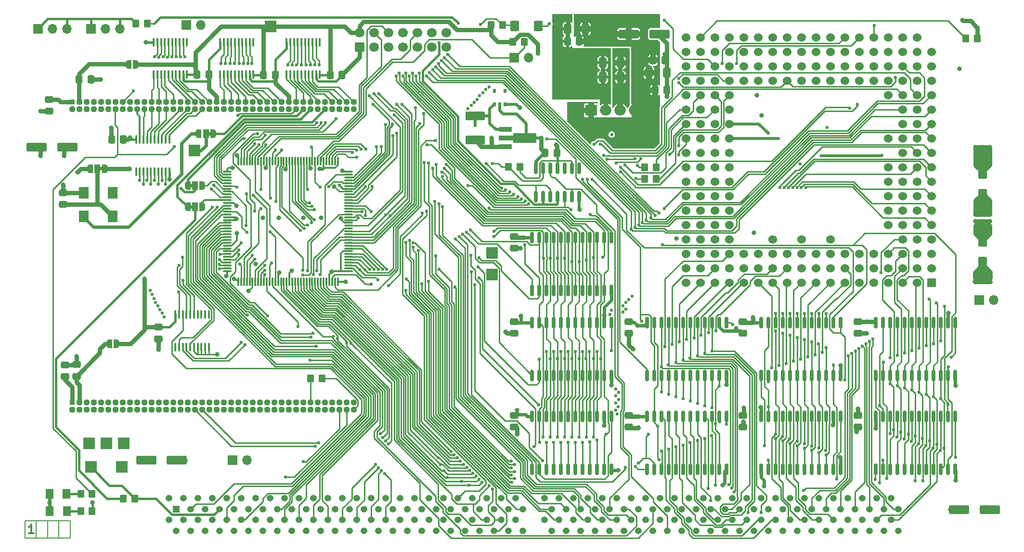
<source format=gbr>
G04 #@! TF.GenerationSoftware,KiCad,Pcbnew,7.0.6-0*
G04 #@! TF.CreationDate,2024-01-07T13:47:21+01:00*
G04 #@! TF.ProjectId,Z3660_v021a,5a333636-305f-4763-9032-31612e6b6963,v0.21*
G04 #@! TF.SameCoordinates,Original*
G04 #@! TF.FileFunction,Copper,L1,Top*
G04 #@! TF.FilePolarity,Positive*
%FSLAX46Y46*%
G04 Gerber Fmt 4.6, Leading zero omitted, Abs format (unit mm)*
G04 Created by KiCad (PCBNEW 7.0.6-0) date 2024-01-07 13:47:21*
%MOMM*%
%LPD*%
G01*
G04 APERTURE LIST*
G04 Aperture macros list*
%AMRoundRect*
0 Rectangle with rounded corners*
0 $1 Rounding radius*
0 $2 $3 $4 $5 $6 $7 $8 $9 X,Y pos of 4 corners*
0 Add a 4 corners polygon primitive as box body*
4,1,4,$2,$3,$4,$5,$6,$7,$8,$9,$2,$3,0*
0 Add four circle primitives for the rounded corners*
1,1,$1+$1,$2,$3*
1,1,$1+$1,$4,$5*
1,1,$1+$1,$6,$7*
1,1,$1+$1,$8,$9*
0 Add four rect primitives between the rounded corners*
20,1,$1+$1,$2,$3,$4,$5,0*
20,1,$1+$1,$4,$5,$6,$7,0*
20,1,$1+$1,$6,$7,$8,$9,0*
20,1,$1+$1,$8,$9,$2,$3,0*%
%AMFreePoly0*
4,1,9,5.362500,-0.866500,1.237500,-0.866500,1.237500,-0.450000,-1.237500,-0.450000,-1.237500,0.450000,1.237500,0.450000,1.237500,0.866500,5.362500,0.866500,5.362500,-0.866500,5.362500,-0.866500,$1*%
%AMFreePoly1*
4,1,19,0.500000,-0.750000,0.000000,-0.750000,0.000000,-0.744911,-0.071157,-0.744911,-0.207708,-0.704816,-0.327430,-0.627875,-0.420627,-0.520320,-0.479746,-0.390866,-0.500000,-0.250000,-0.500000,0.250000,-0.479746,0.390866,-0.420627,0.520320,-0.327430,0.627875,-0.207708,0.704816,-0.071157,0.744911,0.000000,0.744911,0.000000,0.750000,0.500000,0.750000,0.500000,-0.750000,0.500000,-0.750000,
$1*%
%AMFreePoly2*
4,1,19,0.000000,0.744911,0.071157,0.744911,0.207708,0.704816,0.327430,0.627875,0.420627,0.520320,0.479746,0.390866,0.500000,0.250000,0.500000,-0.250000,0.479746,-0.390866,0.420627,-0.520320,0.327430,-0.627875,0.207708,-0.704816,0.071157,-0.744911,0.000000,-0.744911,0.000000,-0.750000,-0.500000,-0.750000,-0.500000,0.750000,0.000000,0.750000,0.000000,0.744911,0.000000,0.744911,
$1*%
%AMFreePoly3*
4,1,19,0.550000,-0.750000,0.000000,-0.750000,0.000000,-0.744911,-0.071157,-0.744911,-0.207708,-0.704816,-0.327430,-0.627875,-0.420627,-0.520320,-0.479746,-0.390866,-0.500000,-0.250000,-0.500000,0.250000,-0.479746,0.390866,-0.420627,0.520320,-0.327430,0.627875,-0.207708,0.704816,-0.071157,0.744911,0.000000,0.744911,0.000000,0.750000,0.550000,0.750000,0.550000,-0.750000,0.550000,-0.750000,
$1*%
%AMFreePoly4*
4,1,19,0.000000,0.744911,0.071157,0.744911,0.207708,0.704816,0.327430,0.627875,0.420627,0.520320,0.479746,0.390866,0.500000,0.250000,0.500000,-0.250000,0.479746,-0.390866,0.420627,-0.520320,0.327430,-0.627875,0.207708,-0.704816,0.071157,-0.744911,0.000000,-0.744911,0.000000,-0.750000,-0.550000,-0.750000,-0.550000,0.750000,0.000000,0.750000,0.000000,0.744911,0.000000,0.744911,
$1*%
G04 Aperture macros list end*
G04 #@! TA.AperFunction,NonConductor*
%ADD10C,0.150000*%
G04 #@! TD*
%ADD11C,0.300000*%
G04 #@! TA.AperFunction,NonConductor*
%ADD12C,0.300000*%
G04 #@! TD*
G04 #@! TA.AperFunction,SMDPad,CuDef*
%ADD13RoundRect,0.150000X0.150000X-0.825000X0.150000X0.825000X-0.150000X0.825000X-0.150000X-0.825000X0*%
G04 #@! TD*
G04 #@! TA.AperFunction,ComponentPad*
%ADD14R,1.700000X1.700000*%
G04 #@! TD*
G04 #@! TA.AperFunction,ComponentPad*
%ADD15O,1.700000X1.700000*%
G04 #@! TD*
G04 #@! TA.AperFunction,SMDPad,CuDef*
%ADD16RoundRect,0.075000X0.662500X0.075000X-0.662500X0.075000X-0.662500X-0.075000X0.662500X-0.075000X0*%
G04 #@! TD*
G04 #@! TA.AperFunction,SMDPad,CuDef*
%ADD17RoundRect,0.075000X0.075000X0.662500X-0.075000X0.662500X-0.075000X-0.662500X0.075000X-0.662500X0*%
G04 #@! TD*
G04 #@! TA.AperFunction,SMDPad,CuDef*
%ADD18RoundRect,0.250000X-1.500000X-0.550000X1.500000X-0.550000X1.500000X0.550000X-1.500000X0.550000X0*%
G04 #@! TD*
G04 #@! TA.AperFunction,SMDPad,CuDef*
%ADD19RoundRect,0.250000X0.550000X-1.500000X0.550000X1.500000X-0.550000X1.500000X-0.550000X-1.500000X0*%
G04 #@! TD*
G04 #@! TA.AperFunction,SMDPad,CuDef*
%ADD20RoundRect,0.250000X0.475000X-0.337500X0.475000X0.337500X-0.475000X0.337500X-0.475000X-0.337500X0*%
G04 #@! TD*
G04 #@! TA.AperFunction,SMDPad,CuDef*
%ADD21RoundRect,0.250000X-0.475000X0.337500X-0.475000X-0.337500X0.475000X-0.337500X0.475000X0.337500X0*%
G04 #@! TD*
G04 #@! TA.AperFunction,SMDPad,CuDef*
%ADD22RoundRect,0.250000X-0.350000X-0.450000X0.350000X-0.450000X0.350000X0.450000X-0.350000X0.450000X0*%
G04 #@! TD*
G04 #@! TA.AperFunction,SMDPad,CuDef*
%ADD23RoundRect,0.250000X-1.450000X0.537500X-1.450000X-0.537500X1.450000X-0.537500X1.450000X0.537500X0*%
G04 #@! TD*
G04 #@! TA.AperFunction,SMDPad,CuDef*
%ADD24R,2.300000X0.900000*%
G04 #@! TD*
G04 #@! TA.AperFunction,SMDPad,CuDef*
%ADD25FreePoly0,0.000000*%
G04 #@! TD*
G04 #@! TA.AperFunction,SMDPad,CuDef*
%ADD26RoundRect,0.250000X-0.337500X-0.475000X0.337500X-0.475000X0.337500X0.475000X-0.337500X0.475000X0*%
G04 #@! TD*
G04 #@! TA.AperFunction,SMDPad,CuDef*
%ADD27RoundRect,0.150000X0.150000X-0.875000X0.150000X0.875000X-0.150000X0.875000X-0.150000X-0.875000X0*%
G04 #@! TD*
G04 #@! TA.AperFunction,ComponentPad*
%ADD28RoundRect,0.250000X0.600000X-0.600000X0.600000X0.600000X-0.600000X0.600000X-0.600000X-0.600000X0*%
G04 #@! TD*
G04 #@! TA.AperFunction,ComponentPad*
%ADD29C,1.700000*%
G04 #@! TD*
G04 #@! TA.AperFunction,SMDPad,CuDef*
%ADD30R,1.800000X2.000000*%
G04 #@! TD*
G04 #@! TA.AperFunction,SMDPad,CuDef*
%ADD31RoundRect,0.250000X0.337500X0.475000X-0.337500X0.475000X-0.337500X-0.475000X0.337500X-0.475000X0*%
G04 #@! TD*
G04 #@! TA.AperFunction,SMDPad,CuDef*
%ADD32RoundRect,0.250000X-0.550000X1.500000X-0.550000X-1.500000X0.550000X-1.500000X0.550000X1.500000X0*%
G04 #@! TD*
G04 #@! TA.AperFunction,SMDPad,CuDef*
%ADD33RoundRect,0.250000X0.412500X0.650000X-0.412500X0.650000X-0.412500X-0.650000X0.412500X-0.650000X0*%
G04 #@! TD*
G04 #@! TA.AperFunction,SMDPad,CuDef*
%ADD34RoundRect,0.250000X-0.412500X-0.650000X0.412500X-0.650000X0.412500X0.650000X-0.412500X0.650000X0*%
G04 #@! TD*
G04 #@! TA.AperFunction,SMDPad,CuDef*
%ADD35RoundRect,0.250001X0.462499X0.624999X-0.462499X0.624999X-0.462499X-0.624999X0.462499X-0.624999X0*%
G04 #@! TD*
G04 #@! TA.AperFunction,SMDPad,CuDef*
%ADD36RoundRect,0.249998X-0.537502X-0.650002X0.537502X-0.650002X0.537502X0.650002X-0.537502X0.650002X0*%
G04 #@! TD*
G04 #@! TA.AperFunction,ComponentPad*
%ADD37R,2.000000X2.000000*%
G04 #@! TD*
G04 #@! TA.AperFunction,SMDPad,CuDef*
%ADD38FreePoly1,0.000000*%
G04 #@! TD*
G04 #@! TA.AperFunction,SMDPad,CuDef*
%ADD39FreePoly2,0.000000*%
G04 #@! TD*
G04 #@! TA.AperFunction,SMDPad,CuDef*
%ADD40FreePoly3,0.000000*%
G04 #@! TD*
G04 #@! TA.AperFunction,SMDPad,CuDef*
%ADD41R,1.000000X1.500000*%
G04 #@! TD*
G04 #@! TA.AperFunction,SMDPad,CuDef*
%ADD42FreePoly4,0.000000*%
G04 #@! TD*
G04 #@! TA.AperFunction,SMDPad,CuDef*
%ADD43RoundRect,0.100000X0.100000X-0.637500X0.100000X0.637500X-0.100000X0.637500X-0.100000X-0.637500X0*%
G04 #@! TD*
G04 #@! TA.AperFunction,SMDPad,CuDef*
%ADD44RoundRect,0.100000X-0.100000X0.637500X-0.100000X-0.637500X0.100000X-0.637500X0.100000X0.637500X0*%
G04 #@! TD*
G04 #@! TA.AperFunction,SMDPad,CuDef*
%ADD45FreePoly3,180.000000*%
G04 #@! TD*
G04 #@! TA.AperFunction,SMDPad,CuDef*
%ADD46FreePoly4,180.000000*%
G04 #@! TD*
G04 #@! TA.AperFunction,SMDPad,CuDef*
%ADD47RoundRect,0.250000X0.350000X0.450000X-0.350000X0.450000X-0.350000X-0.450000X0.350000X-0.450000X0*%
G04 #@! TD*
G04 #@! TA.AperFunction,SMDPad,CuDef*
%ADD48R,0.510000X0.700000*%
G04 #@! TD*
G04 #@! TA.AperFunction,ComponentPad*
%ADD49R,2.000000X1.905000*%
G04 #@! TD*
G04 #@! TA.AperFunction,ComponentPad*
%ADD50O,2.000000X1.905000*%
G04 #@! TD*
G04 #@! TA.AperFunction,ComponentPad*
%ADD51R,1.524000X1.524000*%
G04 #@! TD*
G04 #@! TA.AperFunction,ComponentPad*
%ADD52C,1.524000*%
G04 #@! TD*
G04 #@! TA.AperFunction,ComponentPad*
%ADD53R,0.950000X0.950000*%
G04 #@! TD*
G04 #@! TA.AperFunction,ComponentPad*
%ADD54RoundRect,0.237500X-0.237500X0.237500X-0.237500X-0.237500X0.237500X-0.237500X0.237500X0.237500X0*%
G04 #@! TD*
G04 #@! TA.AperFunction,ComponentPad*
%ADD55R,1.200000X1.200000*%
G04 #@! TD*
G04 #@! TA.AperFunction,ComponentPad*
%ADD56O,1.200000X1.200000*%
G04 #@! TD*
G04 #@! TA.AperFunction,ViaPad*
%ADD57C,0.800000*%
G04 #@! TD*
G04 #@! TA.AperFunction,ViaPad*
%ADD58C,0.600000*%
G04 #@! TD*
G04 #@! TA.AperFunction,Conductor*
%ADD59C,0.300000*%
G04 #@! TD*
G04 #@! TA.AperFunction,Conductor*
%ADD60C,0.800000*%
G04 #@! TD*
G04 #@! TA.AperFunction,Conductor*
%ADD61C,0.600000*%
G04 #@! TD*
G04 #@! TA.AperFunction,Conductor*
%ADD62C,0.400000*%
G04 #@! TD*
G04 #@! TA.AperFunction,Conductor*
%ADD63C,0.250000*%
G04 #@! TD*
G04 #@! TA.AperFunction,Conductor*
%ADD64C,0.500000*%
G04 #@! TD*
G04 APERTURE END LIST*
D10*
X80582000Y-122047000D02*
X80582000Y-118999000D01*
X88582000Y-118999000D02*
X88582000Y-122047000D01*
X84582000Y-118999000D02*
X84582000Y-122047000D01*
X82582000Y-118999000D02*
X82582000Y-122047000D01*
X80582000Y-118999000D02*
X88582000Y-118999000D01*
X88582000Y-122047000D02*
X80582000Y-122047000D01*
X86582000Y-118999000D02*
X86582000Y-122047000D01*
D11*
D12*
X82147572Y-121201328D02*
X81290429Y-121201328D01*
X81719000Y-121201328D02*
X81719000Y-119701328D01*
X81719000Y-119701328D02*
X81576143Y-119915614D01*
X81576143Y-119915614D02*
X81433286Y-120058471D01*
X81433286Y-120058471D02*
X81290429Y-120129900D01*
G04 #@! TA.AperFunction,EtchedComponent*
G36*
X110110800Y-64054000D02*
G01*
X109610800Y-64054000D01*
X109610800Y-63454000D01*
X110110800Y-63454000D01*
X110110800Y-64054000D01*
G37*
G04 #@! TD.AperFunction*
G04 #@! TA.AperFunction,EtchedComponent*
G36*
X110110800Y-60294800D02*
G01*
X109610800Y-60294800D01*
X109610800Y-59694800D01*
X110110800Y-59694800D01*
X110110800Y-60294800D01*
G37*
G04 #@! TD.AperFunction*
G04 #@! TA.AperFunction,EtchedComponent*
G36*
X113315600Y-51185600D02*
G01*
X112815600Y-51185600D01*
X112815600Y-50585600D01*
X113315600Y-50585600D01*
X113315600Y-51185600D01*
G37*
G04 #@! TD.AperFunction*
G04 #@! TA.AperFunction,EtchedComponent*
G36*
X94240400Y-57297600D02*
G01*
X93740400Y-57297600D01*
X93740400Y-56697600D01*
X94240400Y-56697600D01*
X94240400Y-57297600D01*
G37*
G04 #@! TD.AperFunction*
D13*
X170474000Y-61927000D03*
X171744000Y-61927000D03*
X173014000Y-61927000D03*
X174284000Y-61927000D03*
X175554000Y-61927000D03*
X176824000Y-61927000D03*
X178094000Y-61927000D03*
X178094000Y-56977000D03*
X176824000Y-56977000D03*
X175554000Y-56977000D03*
X174284000Y-56977000D03*
X173014000Y-56977000D03*
X171744000Y-56977000D03*
X170474000Y-56977000D03*
D14*
X248412000Y-80137000D03*
D15*
X250952000Y-80137000D03*
D16*
X137535500Y-75044000D03*
X137535500Y-74544000D03*
X137535500Y-74044000D03*
X137535500Y-73544000D03*
X137535500Y-73044000D03*
X137535500Y-72544000D03*
X137535500Y-72044000D03*
X137535500Y-71544000D03*
X137535500Y-71044000D03*
X137535500Y-70544000D03*
X137535500Y-70044000D03*
X137535500Y-69544000D03*
X137535500Y-69044000D03*
X137535500Y-68544000D03*
X137535500Y-68044000D03*
X137535500Y-67544000D03*
X137535500Y-67044000D03*
X137535500Y-66544000D03*
X137535500Y-66044000D03*
X137535500Y-65544000D03*
X137535500Y-65044000D03*
X137535500Y-64544000D03*
X137535500Y-64044000D03*
X137535500Y-63544000D03*
X137535500Y-63044000D03*
X137535500Y-62544000D03*
X137535500Y-62044000D03*
X137535500Y-61544000D03*
X137535500Y-61044000D03*
X137535500Y-60544000D03*
X137535500Y-60044000D03*
X137535500Y-59544000D03*
X137535500Y-59044000D03*
X137535500Y-58544000D03*
X137535500Y-58044000D03*
X137535500Y-57544000D03*
D17*
X135623000Y-55631500D03*
X135123000Y-55631500D03*
X134623000Y-55631500D03*
X134123000Y-55631500D03*
X133623000Y-55631500D03*
X133123000Y-55631500D03*
X132623000Y-55631500D03*
X132123000Y-55631500D03*
X131623000Y-55631500D03*
X131123000Y-55631500D03*
X130623000Y-55631500D03*
X130123000Y-55631500D03*
X129623000Y-55631500D03*
X129123000Y-55631500D03*
X128623000Y-55631500D03*
X128123000Y-55631500D03*
X127623000Y-55631500D03*
X127123000Y-55631500D03*
X126623000Y-55631500D03*
X126123000Y-55631500D03*
X125623000Y-55631500D03*
X125123000Y-55631500D03*
X124623000Y-55631500D03*
X124123000Y-55631500D03*
X123623000Y-55631500D03*
X123123000Y-55631500D03*
X122623000Y-55631500D03*
X122123000Y-55631500D03*
X121623000Y-55631500D03*
X121123000Y-55631500D03*
X120623000Y-55631500D03*
X120123000Y-55631500D03*
X119623000Y-55631500D03*
X119123000Y-55631500D03*
X118623000Y-55631500D03*
X118123000Y-55631500D03*
D16*
X116210500Y-57544000D03*
X116210500Y-58044000D03*
X116210500Y-58544000D03*
X116210500Y-59044000D03*
X116210500Y-59544000D03*
X116210500Y-60044000D03*
X116210500Y-60544000D03*
X116210500Y-61044000D03*
X116210500Y-61544000D03*
X116210500Y-62044000D03*
X116210500Y-62544000D03*
X116210500Y-63044000D03*
X116210500Y-63544000D03*
X116210500Y-64044000D03*
X116210500Y-64544000D03*
X116210500Y-65044000D03*
X116210500Y-65544000D03*
X116210500Y-66044000D03*
X116210500Y-66544000D03*
X116210500Y-67044000D03*
X116210500Y-67544000D03*
X116210500Y-68044000D03*
X116210500Y-68544000D03*
X116210500Y-69044000D03*
X116210500Y-69544000D03*
X116210500Y-70044000D03*
X116210500Y-70544000D03*
X116210500Y-71044000D03*
X116210500Y-71544000D03*
X116210500Y-72044000D03*
X116210500Y-72544000D03*
X116210500Y-73044000D03*
X116210500Y-73544000D03*
X116210500Y-74044000D03*
X116210500Y-74544000D03*
X116210500Y-75044000D03*
D17*
X118123000Y-76956500D03*
X118623000Y-76956500D03*
X119123000Y-76956500D03*
X119623000Y-76956500D03*
X120123000Y-76956500D03*
X120623000Y-76956500D03*
X121123000Y-76956500D03*
X121623000Y-76956500D03*
X122123000Y-76956500D03*
X122623000Y-76956500D03*
X123123000Y-76956500D03*
X123623000Y-76956500D03*
X124123000Y-76956500D03*
X124623000Y-76956500D03*
X125123000Y-76956500D03*
X125623000Y-76956500D03*
X126123000Y-76956500D03*
X126623000Y-76956500D03*
X127123000Y-76956500D03*
X127623000Y-76956500D03*
X128123000Y-76956500D03*
X128623000Y-76956500D03*
X129123000Y-76956500D03*
X129623000Y-76956500D03*
X130123000Y-76956500D03*
X130623000Y-76956500D03*
X131123000Y-76956500D03*
X131623000Y-76956500D03*
X132123000Y-76956500D03*
X132623000Y-76956500D03*
X133123000Y-76956500D03*
X133623000Y-76956500D03*
X134123000Y-76956500D03*
X134623000Y-76956500D03*
X135123000Y-76956500D03*
X135623000Y-76956500D03*
D18*
X101927700Y-108305600D03*
X107327700Y-108305600D03*
X82694800Y-53238398D03*
X88094800Y-53238398D03*
X186784000Y-33300000D03*
X192184000Y-33300000D03*
X244873800Y-117017800D03*
X250273800Y-117017800D03*
D19*
X249047000Y-74328000D03*
X249047000Y-68928000D03*
D20*
X87274400Y-63318300D03*
X87274400Y-61243300D03*
D21*
X206883000Y-100435500D03*
X206883000Y-102510500D03*
D22*
X168386000Y-34696400D03*
X166386000Y-34696400D03*
D23*
X159766000Y-47697300D03*
X159766000Y-51972300D03*
D24*
X165083600Y-50112800D03*
D25*
X165171100Y-51612800D03*
D24*
X165083600Y-53112800D03*
D26*
X172063500Y-54245000D03*
X174138500Y-54245000D03*
D21*
X166624000Y-68939500D03*
X166624000Y-71014500D03*
X166624000Y-83925500D03*
X166624000Y-86000500D03*
X206883000Y-83925500D03*
X206883000Y-86000500D03*
X166624000Y-100435500D03*
X166624000Y-102510500D03*
X227076000Y-83925500D03*
X227076000Y-86000500D03*
X186817000Y-83925500D03*
X186817000Y-86000500D03*
X186817000Y-100435500D03*
X186817000Y-102510500D03*
D22*
X191627000Y-58801000D03*
X189627000Y-58801000D03*
X191611000Y-56769000D03*
X189611000Y-56769000D03*
D27*
X189992000Y-93423000D03*
X191262000Y-93423000D03*
X192532000Y-93423000D03*
X193802000Y-93423000D03*
X195072000Y-93423000D03*
X196342000Y-93423000D03*
X197612000Y-93423000D03*
X198882000Y-93423000D03*
X200152000Y-93423000D03*
X201422000Y-93423000D03*
X202692000Y-93423000D03*
X203962000Y-93423000D03*
X203962000Y-84123000D03*
X202692000Y-84123000D03*
X201422000Y-84123000D03*
X200152000Y-84123000D03*
X198882000Y-84123000D03*
X197612000Y-84123000D03*
X196342000Y-84123000D03*
X195072000Y-84123000D03*
X193802000Y-84123000D03*
X192532000Y-84123000D03*
X191262000Y-84123000D03*
X189992000Y-84123000D03*
X169799000Y-93423000D03*
X171069000Y-93423000D03*
X172339000Y-93423000D03*
X173609000Y-93423000D03*
X174879000Y-93423000D03*
X176149000Y-93423000D03*
X177419000Y-93423000D03*
X178689000Y-93423000D03*
X179959000Y-93423000D03*
X181229000Y-93423000D03*
X182499000Y-93423000D03*
X183769000Y-93423000D03*
X183769000Y-84123000D03*
X182499000Y-84123000D03*
X181229000Y-84123000D03*
X179959000Y-84123000D03*
X178689000Y-84123000D03*
X177419000Y-84123000D03*
X176149000Y-84123000D03*
X174879000Y-84123000D03*
X173609000Y-84123000D03*
X172339000Y-84123000D03*
X171069000Y-84123000D03*
X169799000Y-84123000D03*
X210058000Y-93423000D03*
X211328000Y-93423000D03*
X212598000Y-93423000D03*
X213868000Y-93423000D03*
X215138000Y-93423000D03*
X216408000Y-93423000D03*
X217678000Y-93423000D03*
X218948000Y-93423000D03*
X220218000Y-93423000D03*
X221488000Y-93423000D03*
X222758000Y-93423000D03*
X224028000Y-93423000D03*
X224028000Y-84123000D03*
X222758000Y-84123000D03*
X221488000Y-84123000D03*
X220218000Y-84123000D03*
X218948000Y-84123000D03*
X217678000Y-84123000D03*
X216408000Y-84123000D03*
X215138000Y-84123000D03*
X213868000Y-84123000D03*
X212598000Y-84123000D03*
X211328000Y-84123000D03*
X210058000Y-84123000D03*
X230251000Y-93423000D03*
X231521000Y-93423000D03*
X232791000Y-93423000D03*
X234061000Y-93423000D03*
X235331000Y-93423000D03*
X236601000Y-93423000D03*
X237871000Y-93423000D03*
X239141000Y-93423000D03*
X240411000Y-93423000D03*
X241681000Y-93423000D03*
X242951000Y-93423000D03*
X244221000Y-93423000D03*
X244221000Y-84123000D03*
X242951000Y-84123000D03*
X241681000Y-84123000D03*
X240411000Y-84123000D03*
X239141000Y-84123000D03*
X237871000Y-84123000D03*
X236601000Y-84123000D03*
X235331000Y-84123000D03*
X234061000Y-84123000D03*
X232791000Y-84123000D03*
X231521000Y-84123000D03*
X230251000Y-84123000D03*
D14*
X108981000Y-31750000D03*
D15*
X111521000Y-31750000D03*
D21*
X227076000Y-100435500D03*
X227076000Y-102510500D03*
D28*
X139446000Y-35610800D03*
D29*
X139446000Y-33070800D03*
X141986000Y-35610800D03*
X141986000Y-33070800D03*
X144526000Y-35610800D03*
X144526000Y-33070800D03*
X147066000Y-35610800D03*
X147066000Y-33070800D03*
X149606000Y-35610800D03*
X149606000Y-33070800D03*
X152146000Y-35610800D03*
X152146000Y-33070800D03*
X154686000Y-35610800D03*
X154686000Y-33070800D03*
D30*
X96012000Y-61247600D03*
X90932000Y-61247600D03*
X90932000Y-65447600D03*
X96012000Y-65447600D03*
D31*
X178075500Y-34594800D03*
X176000500Y-34594800D03*
D32*
X249047000Y-56990000D03*
X249047000Y-62390000D03*
D33*
X179197000Y-32359600D03*
X176072000Y-32359600D03*
D34*
X190359500Y-40132000D03*
X193484500Y-40132000D03*
D33*
X185331500Y-38354000D03*
X182206500Y-38354000D03*
X185331500Y-40894000D03*
X182206500Y-40894000D03*
D26*
X191409500Y-43180000D03*
X193484500Y-43180000D03*
X191062500Y-37900000D03*
X193137500Y-37900000D03*
D21*
X84836000Y-44809500D03*
X84836000Y-46884500D03*
D20*
X87613000Y-93620500D03*
X87613000Y-91545500D03*
X89645000Y-93599000D03*
X89645000Y-91524000D03*
D27*
X169799000Y-78437000D03*
X171069000Y-78437000D03*
X172339000Y-78437000D03*
X173609000Y-78437000D03*
X174879000Y-78437000D03*
X176149000Y-78437000D03*
X177419000Y-78437000D03*
X178689000Y-78437000D03*
X179959000Y-78437000D03*
X181229000Y-78437000D03*
X182499000Y-78437000D03*
X183769000Y-78437000D03*
X183769000Y-69137000D03*
X182499000Y-69137000D03*
X181229000Y-69137000D03*
X179959000Y-69137000D03*
X178689000Y-69137000D03*
X177419000Y-69137000D03*
X176149000Y-69137000D03*
X174879000Y-69137000D03*
X173609000Y-69137000D03*
X172339000Y-69137000D03*
X171069000Y-69137000D03*
X169799000Y-69137000D03*
X230251000Y-109933000D03*
X231521000Y-109933000D03*
X232791000Y-109933000D03*
X234061000Y-109933000D03*
X235331000Y-109933000D03*
X236601000Y-109933000D03*
X237871000Y-109933000D03*
X239141000Y-109933000D03*
X240411000Y-109933000D03*
X241681000Y-109933000D03*
X242951000Y-109933000D03*
X244221000Y-109933000D03*
X244221000Y-100633000D03*
X242951000Y-100633000D03*
X241681000Y-100633000D03*
X240411000Y-100633000D03*
X239141000Y-100633000D03*
X237871000Y-100633000D03*
X236601000Y-100633000D03*
X235331000Y-100633000D03*
X234061000Y-100633000D03*
X232791000Y-100633000D03*
X231521000Y-100633000D03*
X230251000Y-100633000D03*
X210058000Y-109933000D03*
X211328000Y-109933000D03*
X212598000Y-109933000D03*
X213868000Y-109933000D03*
X215138000Y-109933000D03*
X216408000Y-109933000D03*
X217678000Y-109933000D03*
X218948000Y-109933000D03*
X220218000Y-109933000D03*
X221488000Y-109933000D03*
X222758000Y-109933000D03*
X224028000Y-109933000D03*
X224028000Y-100633000D03*
X222758000Y-100633000D03*
X221488000Y-100633000D03*
X220218000Y-100633000D03*
X218948000Y-100633000D03*
X217678000Y-100633000D03*
X216408000Y-100633000D03*
X215138000Y-100633000D03*
X213868000Y-100633000D03*
X212598000Y-100633000D03*
X211328000Y-100633000D03*
X210058000Y-100633000D03*
X189992000Y-109933000D03*
X191262000Y-109933000D03*
X192532000Y-109933000D03*
X193802000Y-109933000D03*
X195072000Y-109933000D03*
X196342000Y-109933000D03*
X197612000Y-109933000D03*
X198882000Y-109933000D03*
X200152000Y-109933000D03*
X201422000Y-109933000D03*
X202692000Y-109933000D03*
X203962000Y-109933000D03*
X203962000Y-100633000D03*
X202692000Y-100633000D03*
X201422000Y-100633000D03*
X200152000Y-100633000D03*
X198882000Y-100633000D03*
X197612000Y-100633000D03*
X196342000Y-100633000D03*
X195072000Y-100633000D03*
X193802000Y-100633000D03*
X192532000Y-100633000D03*
X191262000Y-100633000D03*
X189992000Y-100633000D03*
X169799000Y-109933000D03*
X171069000Y-109933000D03*
X172339000Y-109933000D03*
X173609000Y-109933000D03*
X174879000Y-109933000D03*
X176149000Y-109933000D03*
X177419000Y-109933000D03*
X178689000Y-109933000D03*
X179959000Y-109933000D03*
X181229000Y-109933000D03*
X182499000Y-109933000D03*
X183769000Y-109933000D03*
X183769000Y-100633000D03*
X182499000Y-100633000D03*
X181229000Y-100633000D03*
X179959000Y-100633000D03*
X178689000Y-100633000D03*
X177419000Y-100633000D03*
X176149000Y-100633000D03*
X174879000Y-100633000D03*
X173609000Y-100633000D03*
X172339000Y-100633000D03*
X171069000Y-100633000D03*
X169799000Y-100633000D03*
D35*
X87926500Y-114300000D03*
X84951500Y-114300000D03*
D22*
X92424000Y-114300000D03*
X90424000Y-114300000D03*
D35*
X87953487Y-117348000D03*
X84978487Y-117348000D03*
D22*
X92424000Y-117348000D03*
X90424000Y-117348000D03*
D36*
X166695500Y-31869000D03*
X170870500Y-31869000D03*
D26*
X90119200Y-41300400D03*
X92194200Y-41300400D03*
D37*
X123768000Y-32004000D03*
X162712400Y-75641200D03*
X110388400Y-53797200D03*
X92178000Y-109551600D03*
X97613600Y-109551600D03*
D22*
X164576000Y-31742000D03*
X162576000Y-31742000D03*
D38*
X98791000Y-38622800D03*
D39*
X100091000Y-38622800D03*
D40*
X109210800Y-63754000D03*
D41*
X110510800Y-63754000D03*
D42*
X111810800Y-63754000D03*
D21*
X104057200Y-84916100D03*
X104057200Y-86991100D03*
D40*
X109210800Y-59994800D03*
D41*
X110510800Y-59994800D03*
D42*
X111810800Y-59994800D03*
D37*
X94921200Y-105386000D03*
D26*
X110849500Y-40452800D03*
X112924500Y-40452800D03*
D43*
X107075800Y-88441700D03*
X107725800Y-88441700D03*
X108375800Y-88441700D03*
X109025800Y-88441700D03*
X109675800Y-88441700D03*
X110325800Y-88441700D03*
X110975800Y-88441700D03*
X111625800Y-88441700D03*
X112275800Y-88441700D03*
X112925800Y-88441700D03*
X112925800Y-82716700D03*
X112275800Y-82716700D03*
X111625800Y-82716700D03*
X110975800Y-82716700D03*
X110325800Y-82716700D03*
X109675800Y-82716700D03*
X109025800Y-82716700D03*
X108375800Y-82716700D03*
X107725800Y-82716700D03*
X107075800Y-82716700D03*
D44*
X109097000Y-34729500D03*
X108447000Y-34729500D03*
X107797000Y-34729500D03*
X107147000Y-34729500D03*
X106497000Y-34729500D03*
X105847000Y-34729500D03*
X105197000Y-34729500D03*
X104547000Y-34729500D03*
X103897000Y-34729500D03*
X103247000Y-34729500D03*
X103247000Y-40454500D03*
X103897000Y-40454500D03*
X104547000Y-40454500D03*
X105197000Y-40454500D03*
X105847000Y-40454500D03*
X106497000Y-40454500D03*
X107147000Y-40454500D03*
X107797000Y-40454500D03*
X108447000Y-40454500D03*
X109097000Y-40454500D03*
D45*
X113715600Y-50885600D03*
D41*
X112415600Y-50885600D03*
D46*
X111115600Y-50885600D03*
D14*
X166624000Y-37490400D03*
D15*
X169164000Y-37490400D03*
D47*
X97907600Y-115112800D03*
X99907600Y-115112800D03*
X130826000Y-93929200D03*
X132826000Y-93929200D03*
D14*
X117094000Y-108331000D03*
D15*
X119634000Y-108331000D03*
D45*
X94640400Y-56997600D03*
D41*
X93340400Y-56997600D03*
D46*
X92040400Y-56997600D03*
D26*
X134293700Y-40503600D03*
X136368700Y-40503600D03*
D31*
X97929100Y-51834800D03*
X95854100Y-51834800D03*
D22*
X102117400Y-31460000D03*
X100117400Y-31460000D03*
D47*
X246065800Y-34101600D03*
X248065800Y-34101600D03*
X165640000Y-56692800D03*
X167640000Y-56692800D03*
D48*
X163134000Y-45660800D03*
X164084000Y-45660800D03*
X165034000Y-45660800D03*
X165034000Y-43340800D03*
X163134000Y-43340800D03*
D37*
X97969200Y-105386000D03*
D14*
X82895300Y-32361200D03*
D15*
X85435300Y-32361200D03*
X87975300Y-32361200D03*
D43*
X100144000Y-57567500D03*
X100794000Y-57567500D03*
X101444000Y-57567500D03*
X102094000Y-57567500D03*
X102744000Y-57567500D03*
X103394000Y-57567500D03*
X104044000Y-57567500D03*
X104694000Y-57567500D03*
X105344000Y-57567500D03*
X105994000Y-57567500D03*
X105994000Y-51842500D03*
X105344000Y-51842500D03*
X104694000Y-51842500D03*
X104044000Y-51842500D03*
X103394000Y-51842500D03*
X102744000Y-51842500D03*
X102094000Y-51842500D03*
X101444000Y-51842500D03*
X100794000Y-51842500D03*
X100144000Y-51842500D03*
D49*
X180213000Y-46736000D03*
D50*
X182753000Y-46736000D03*
X185293000Y-46736000D03*
X187833000Y-46736000D03*
D38*
X95412800Y-87833200D03*
D39*
X96712800Y-87833200D03*
D14*
X92191700Y-32361200D03*
D15*
X94731700Y-32361200D03*
X97271700Y-32361200D03*
D44*
X132465000Y-34745500D03*
X131815000Y-34745500D03*
X131165000Y-34745500D03*
X130515000Y-34745500D03*
X129865000Y-34745500D03*
X129215000Y-34745500D03*
X128565000Y-34745500D03*
X127915000Y-34745500D03*
X127265000Y-34745500D03*
X126615000Y-34745500D03*
X126615000Y-40470500D03*
X127265000Y-40470500D03*
X127915000Y-40470500D03*
X128565000Y-40470500D03*
X129215000Y-40470500D03*
X129865000Y-40470500D03*
X130515000Y-40470500D03*
X131165000Y-40470500D03*
X131815000Y-40470500D03*
X132465000Y-40470500D03*
X120781000Y-34745500D03*
X120131000Y-34745500D03*
X119481000Y-34745500D03*
X118831000Y-34745500D03*
X118181000Y-34745500D03*
X117531000Y-34745500D03*
X116881000Y-34745500D03*
X116231000Y-34745500D03*
X115581000Y-34745500D03*
X114931000Y-34745500D03*
X114931000Y-40470500D03*
X115581000Y-40470500D03*
X116231000Y-40470500D03*
X116881000Y-40470500D03*
X117531000Y-40470500D03*
X118181000Y-40470500D03*
X118831000Y-40470500D03*
X119481000Y-40470500D03*
X120131000Y-40470500D03*
X120781000Y-40470500D03*
D37*
X91873200Y-105386000D03*
D26*
X122558900Y-40503600D03*
X124633900Y-40503600D03*
D37*
X162712400Y-71882000D03*
D51*
X240055000Y-77050900D03*
D52*
X237515000Y-77050900D03*
X234975000Y-77050900D03*
X232435000Y-77050900D03*
X229895000Y-77050900D03*
X227355000Y-77050900D03*
X224815000Y-77050900D03*
X222275000Y-77050900D03*
X219735000Y-77050900D03*
X217195000Y-77050900D03*
X214655000Y-77050900D03*
X212115000Y-77050900D03*
X209575000Y-77050900D03*
X207035000Y-77050900D03*
X204495000Y-77050900D03*
X201955000Y-77050900D03*
X199415000Y-77050900D03*
X196875000Y-77050900D03*
X240055000Y-74510900D03*
X237515000Y-74510900D03*
X234975000Y-74510900D03*
X232435000Y-74510900D03*
X229895000Y-74510900D03*
X227355000Y-74510900D03*
X224815000Y-74510900D03*
X222275000Y-74510900D03*
X219735000Y-74510900D03*
X217195000Y-74510900D03*
X214655000Y-74510900D03*
X212115000Y-74510900D03*
X209575000Y-74510900D03*
X207035000Y-74510900D03*
X204495000Y-74510900D03*
X201955000Y-74510900D03*
X199415000Y-74510900D03*
X196875000Y-74510900D03*
X240055000Y-71970900D03*
X237515000Y-71970900D03*
X234975000Y-71970900D03*
X232435000Y-71970900D03*
X229895000Y-71970900D03*
X227355000Y-71970900D03*
X224815000Y-71970900D03*
X222275000Y-71970900D03*
X219735000Y-71970900D03*
X217195000Y-71970900D03*
X214655000Y-71970900D03*
X212115000Y-71970900D03*
X209575000Y-71970900D03*
X207035000Y-71970900D03*
X204495000Y-71970900D03*
X201955000Y-71970900D03*
X199415000Y-71970900D03*
X196875000Y-71970900D03*
X240055000Y-69430900D03*
X237515000Y-69430900D03*
X234975000Y-69430900D03*
X201955000Y-69430900D03*
X199415000Y-69430900D03*
X196875000Y-69430900D03*
X240055000Y-66890900D03*
X237515000Y-66890900D03*
X234975000Y-66890900D03*
X201955000Y-66890900D03*
X199415000Y-66890900D03*
X196875000Y-66890900D03*
X240055000Y-64350900D03*
X237515000Y-64350900D03*
X234975000Y-64350900D03*
X201955000Y-64350900D03*
X199415000Y-64350900D03*
X196875000Y-64350900D03*
X240055000Y-61810900D03*
X237515000Y-61810900D03*
X234975000Y-61810900D03*
X201955000Y-61810900D03*
X199415000Y-61810900D03*
X196875000Y-61810900D03*
X240055000Y-59270900D03*
X237515000Y-59270900D03*
X234975000Y-59270900D03*
X201955000Y-59270900D03*
X199415000Y-59270900D03*
X196875000Y-59270900D03*
X240055000Y-56730900D03*
X237515000Y-56730900D03*
X234975000Y-56730900D03*
X201955000Y-56730900D03*
X199415000Y-56730900D03*
X196875000Y-56730900D03*
X240055000Y-54190900D03*
X237515000Y-54190900D03*
X234975000Y-54190900D03*
X201955000Y-54190900D03*
X199415000Y-54190900D03*
X196875000Y-54190900D03*
X240055000Y-51650900D03*
X237515000Y-51650900D03*
X234975000Y-51650900D03*
X201955000Y-51650900D03*
X199415000Y-51650900D03*
X196875000Y-51650900D03*
X240055000Y-49110900D03*
X237515000Y-49110900D03*
X234975000Y-49110900D03*
X201955000Y-49110900D03*
X199415000Y-49110900D03*
X196875000Y-49110900D03*
X240055000Y-46570900D03*
X237515000Y-46570900D03*
X234975000Y-46570900D03*
X201955000Y-46570900D03*
X199415000Y-46570900D03*
X196875000Y-46570900D03*
X240055000Y-44030900D03*
X237515000Y-44030900D03*
X234975000Y-44030900D03*
X201955000Y-44030900D03*
X199415000Y-44030900D03*
X196875000Y-44030900D03*
X240055000Y-41490900D03*
X237515000Y-41490900D03*
X234975000Y-41490900D03*
X201955000Y-41490900D03*
X199415000Y-41490900D03*
X196875000Y-41490900D03*
X240055000Y-38950900D03*
X237515000Y-38950900D03*
X234975000Y-38950900D03*
X232435000Y-38950900D03*
X229895000Y-38950900D03*
X227355000Y-38950900D03*
X224815000Y-38950900D03*
X222275000Y-38950900D03*
X219735000Y-38950900D03*
X217195000Y-38950900D03*
X214655000Y-38950900D03*
X212115000Y-38950900D03*
X209575000Y-38950900D03*
X207035000Y-38950900D03*
X204495000Y-38950900D03*
X201955000Y-38950900D03*
X199415000Y-38950900D03*
X196875000Y-38950900D03*
X240055000Y-36410900D03*
X237515000Y-36410900D03*
X234975000Y-36410900D03*
X232435000Y-36410900D03*
X229895000Y-36410900D03*
X227355000Y-36410900D03*
X224815000Y-36410900D03*
X222275000Y-36410900D03*
X219735000Y-36410900D03*
X217195000Y-36410900D03*
X214655000Y-36410900D03*
X212115000Y-36410900D03*
X209575000Y-36410900D03*
X207035000Y-36410900D03*
X204495000Y-36410900D03*
X201955000Y-36410900D03*
X199415000Y-36410900D03*
X196875000Y-36410900D03*
X237515000Y-33870900D03*
X234975000Y-33870900D03*
X232435000Y-33870900D03*
X229895000Y-33870900D03*
X227355000Y-33870900D03*
X224815000Y-33870900D03*
X222275000Y-33870900D03*
X219735000Y-33870900D03*
X217195000Y-33870900D03*
X214655000Y-33870900D03*
X212115000Y-33870900D03*
X209575000Y-33870900D03*
X207035000Y-33870900D03*
X204495000Y-33870900D03*
X201955000Y-33870900D03*
X199415000Y-33870900D03*
X196875000Y-33870900D03*
X222275000Y-69430900D03*
X217195000Y-69430900D03*
X212115000Y-69430900D03*
X204495000Y-69430900D03*
X232435000Y-66890900D03*
X204495000Y-66890900D03*
X232435000Y-64350900D03*
X204495000Y-64350900D03*
X232435000Y-61810900D03*
X204495000Y-61810900D03*
X232435000Y-59270900D03*
X204495000Y-59270900D03*
X232435000Y-56730900D03*
X204495000Y-56730900D03*
X204495000Y-54190900D03*
X232435000Y-51650900D03*
X204495000Y-51650900D03*
X204495000Y-49110900D03*
X204495000Y-46570900D03*
X232435000Y-44030900D03*
X204495000Y-44030900D03*
X232435000Y-41490900D03*
X229895000Y-41490900D03*
X227355000Y-41490900D03*
X224815000Y-41490900D03*
X222275000Y-41490900D03*
X219735000Y-41490900D03*
X217195000Y-41490900D03*
X214655000Y-41490900D03*
X212115000Y-41490900D03*
X209575000Y-41490900D03*
X207035000Y-41490900D03*
X204495000Y-41490900D03*
D53*
X88883000Y-45256500D03*
D54*
X88883000Y-46526500D03*
X90153000Y-45256500D03*
X90153000Y-46526500D03*
X91423000Y-45256500D03*
X91423000Y-46526500D03*
X92693000Y-45256500D03*
X92693000Y-46526500D03*
X93963000Y-45256500D03*
X93963000Y-46526500D03*
X95233000Y-45256500D03*
X95233000Y-46526500D03*
X96503000Y-45256500D03*
X96503000Y-46526500D03*
X97773000Y-45256500D03*
X97773000Y-46526500D03*
X99043000Y-45256500D03*
X99043000Y-46526500D03*
X100313000Y-45256500D03*
X100313000Y-46526500D03*
X101583000Y-45256500D03*
X101583000Y-46526500D03*
X102853000Y-45256500D03*
X102853000Y-46526500D03*
X104123000Y-45256500D03*
X104123000Y-46526500D03*
X105393000Y-45256500D03*
X105393000Y-46526500D03*
X106663000Y-45256500D03*
X106663000Y-46526500D03*
X107933000Y-45256500D03*
X107933000Y-46526500D03*
X109203000Y-45256500D03*
X109203000Y-46526500D03*
X110473000Y-45256500D03*
X110473000Y-46526500D03*
X111743000Y-45256500D03*
X111743000Y-46526500D03*
X113013000Y-45256500D03*
X113013000Y-46526500D03*
X114283000Y-45256500D03*
X114283000Y-46526500D03*
X115553000Y-45256500D03*
X115553000Y-46526500D03*
X116823000Y-45256500D03*
X116823000Y-46526500D03*
X118093000Y-45256500D03*
X118093000Y-46526500D03*
X119363000Y-45256500D03*
X119363000Y-46526500D03*
X120633000Y-45256500D03*
X120633000Y-46526500D03*
X121903000Y-45256500D03*
X121903000Y-46526500D03*
X123173000Y-45256500D03*
X123173000Y-46526500D03*
X124443000Y-45256500D03*
X124443000Y-46526500D03*
X125713000Y-45256500D03*
X125713000Y-46526500D03*
X126983000Y-45256500D03*
X126983000Y-46526500D03*
X128253000Y-45256500D03*
X128253000Y-46526500D03*
X129523000Y-45256500D03*
X129523000Y-46526500D03*
X130793000Y-45256500D03*
X130793000Y-46526500D03*
X132063000Y-45256500D03*
X132063000Y-46526500D03*
X133333000Y-45256500D03*
X133333000Y-46526500D03*
X134603000Y-45256500D03*
X134603000Y-46526500D03*
X135873000Y-45256500D03*
X135873000Y-46526500D03*
X137143000Y-45256500D03*
X137143000Y-46526500D03*
X138413000Y-45256500D03*
X138413000Y-46526500D03*
D53*
X88883000Y-98193000D03*
D54*
X88883000Y-99463000D03*
X90153000Y-98193000D03*
X90153000Y-99463000D03*
X91423000Y-98193000D03*
X91423000Y-99463000D03*
X92693000Y-98193000D03*
X92693000Y-99463000D03*
X93963000Y-98193000D03*
X93963000Y-99463000D03*
X95233000Y-98193000D03*
X95233000Y-99463000D03*
X96503000Y-98193000D03*
X96503000Y-99463000D03*
X97773000Y-98193000D03*
X97773000Y-99463000D03*
X99043000Y-98193000D03*
X99043000Y-99463000D03*
X100313000Y-98193000D03*
X100313000Y-99463000D03*
X101583000Y-98193000D03*
X101583000Y-99463000D03*
X102853000Y-98193000D03*
X102853000Y-99463000D03*
X104123000Y-98193000D03*
X104123000Y-99463000D03*
X105393000Y-98193000D03*
X105393000Y-99463000D03*
X106663000Y-98193000D03*
X106663000Y-99463000D03*
X107933000Y-98193000D03*
X107933000Y-99463000D03*
X109203000Y-98193000D03*
X109203000Y-99463000D03*
X110473000Y-98193000D03*
X110473000Y-99463000D03*
X111743000Y-98193000D03*
X111743000Y-99463000D03*
X113013000Y-98193000D03*
X113013000Y-99463000D03*
X114283000Y-98193000D03*
X114283000Y-99463000D03*
X115553000Y-98193000D03*
X115553000Y-99463000D03*
X116823000Y-98193000D03*
X116823000Y-99463000D03*
X118093000Y-98193000D03*
X118093000Y-99463000D03*
X119363000Y-98193000D03*
X119363000Y-99463000D03*
X120633000Y-98193000D03*
X120633000Y-99463000D03*
X121903000Y-98193000D03*
X121903000Y-99463000D03*
X123173000Y-98193000D03*
X123173000Y-99463000D03*
X124443000Y-98193000D03*
X124443000Y-99463000D03*
X125713000Y-98193000D03*
X125713000Y-99463000D03*
X126983000Y-98193000D03*
X126983000Y-99463000D03*
X128253000Y-98193000D03*
X128253000Y-99463000D03*
X129523000Y-98193000D03*
X129523000Y-99463000D03*
X130793000Y-98193000D03*
X130793000Y-99463000D03*
X132063000Y-98193000D03*
X132063000Y-99463000D03*
X133333000Y-98193000D03*
X133333000Y-99463000D03*
X134603000Y-98193000D03*
X134603000Y-99463000D03*
X135873000Y-98193000D03*
X135873000Y-99463000D03*
X137143000Y-98193000D03*
X137143000Y-99463000D03*
X138413000Y-98193000D03*
X138413000Y-99463000D03*
D55*
X107239000Y-116954500D03*
D56*
X105964986Y-115024415D03*
X107234986Y-120739415D03*
X105964986Y-118859500D03*
X109774986Y-116954500D03*
X108504986Y-115024415D03*
X109774986Y-120739415D03*
X108504986Y-118859500D03*
X112314986Y-116929415D03*
X111044986Y-115024415D03*
X112314986Y-120739415D03*
X111044986Y-118859500D03*
X114854986Y-116954500D03*
X113584986Y-115024415D03*
X114854986Y-120739415D03*
X113584986Y-118834415D03*
X117394986Y-116954500D03*
X116124986Y-115024415D03*
X117394986Y-120739415D03*
X116124986Y-118859500D03*
X119934986Y-116954500D03*
X118664986Y-115024415D03*
X119934986Y-120739415D03*
X118664986Y-118859500D03*
X122474986Y-116954500D03*
X121204986Y-115024415D03*
X122474986Y-120739415D03*
X121204986Y-118834415D03*
X125014986Y-116954500D03*
X123744986Y-115024415D03*
X125014986Y-120739415D03*
X123744986Y-118859500D03*
X127554986Y-116954500D03*
X126284986Y-115024415D03*
X127554986Y-120739415D03*
X126284986Y-118834415D03*
X130094986Y-116954500D03*
X128824986Y-115024415D03*
X130094986Y-120739415D03*
X128824986Y-118859500D03*
X132634986Y-116929415D03*
X131364986Y-115024415D03*
X132634986Y-120739415D03*
X131364986Y-118834415D03*
X135174986Y-116954500D03*
X133904986Y-115024415D03*
X135174986Y-120739415D03*
X133904986Y-118859500D03*
X137714986Y-116929415D03*
X136444986Y-115024415D03*
X137714986Y-120739415D03*
X136444986Y-118859500D03*
X140254986Y-116954500D03*
X138984986Y-115024415D03*
X140254986Y-120739415D03*
X138984986Y-118859500D03*
X142794986Y-116954500D03*
X141524986Y-115024415D03*
X142794986Y-120739415D03*
X141524986Y-118834415D03*
X145334986Y-116954500D03*
X144064986Y-115024415D03*
X145334986Y-120739415D03*
X144064986Y-118859500D03*
X147874986Y-116954500D03*
X146604986Y-115024415D03*
X147874986Y-120739415D03*
X146604986Y-118859500D03*
X150414986Y-116954500D03*
X149144986Y-115024415D03*
X150414986Y-120739415D03*
X149144986Y-118834415D03*
X152954986Y-116954500D03*
X151684986Y-115024415D03*
X152954986Y-120739415D03*
X151684986Y-118859500D03*
X155494986Y-116954500D03*
X154224986Y-115024415D03*
X155494986Y-120739415D03*
X154224986Y-118834415D03*
X158034986Y-116954500D03*
X156764986Y-115024415D03*
X158034986Y-120739415D03*
X156764986Y-118859500D03*
X160574986Y-116954500D03*
X159304986Y-115024415D03*
X160574986Y-120739415D03*
X159304986Y-118834415D03*
X163114986Y-116954500D03*
X161844986Y-115024415D03*
X163114986Y-120739415D03*
X161844986Y-118859500D03*
X165654986Y-116954500D03*
X164384986Y-115024415D03*
X165654986Y-120739415D03*
X164384986Y-118834415D03*
X168194986Y-116929415D03*
X166924986Y-115024415D03*
X168194986Y-120739415D03*
X166924986Y-118859500D03*
X173274986Y-116929415D03*
X172004986Y-115024415D03*
X173274986Y-120739415D03*
X172004986Y-118859500D03*
X175814986Y-116929415D03*
X174544986Y-115024415D03*
X175814986Y-120739415D03*
X174544986Y-118834415D03*
X178354986Y-116929415D03*
X177084986Y-115024415D03*
X178354986Y-120739415D03*
X177084986Y-118859500D03*
X180894986Y-116954500D03*
X179624986Y-115024415D03*
X180894986Y-120739415D03*
X179624986Y-118859500D03*
X183434986Y-116954500D03*
X182164986Y-115024415D03*
X183434986Y-120739415D03*
X182164986Y-118834415D03*
X185974986Y-116929415D03*
X184704986Y-115024415D03*
X185974986Y-120739415D03*
X184704986Y-118859500D03*
X188514986Y-116954500D03*
X187244986Y-115024415D03*
X188514986Y-120739415D03*
X187244986Y-118859500D03*
X191054986Y-116929415D03*
X189784986Y-115024415D03*
X191054986Y-120739415D03*
X189784986Y-118859500D03*
X193594986Y-116929415D03*
X192324986Y-115024415D03*
X193594986Y-120739415D03*
X192324986Y-118834415D03*
X196134986Y-116929415D03*
X194864986Y-115024415D03*
X196134986Y-120739415D03*
X194864986Y-118859500D03*
X198674986Y-116954500D03*
X197404986Y-115024415D03*
X198674986Y-120739415D03*
X197404986Y-118859500D03*
X201219000Y-116954500D03*
X199944986Y-115024415D03*
X201214986Y-120739415D03*
X199944986Y-118859500D03*
X203754986Y-116929415D03*
X202484986Y-115024415D03*
X203754986Y-120739415D03*
X202484986Y-118859500D03*
X206294986Y-116954500D03*
X205024986Y-115024415D03*
X206294986Y-120739415D03*
X205024986Y-118834415D03*
X208834986Y-116954500D03*
X207564986Y-115024415D03*
X208834986Y-120739415D03*
X207564986Y-118859500D03*
X211379000Y-116954500D03*
X210104986Y-115024415D03*
X211374986Y-120739415D03*
X210104986Y-118859500D03*
X213919000Y-116954500D03*
X212644986Y-115024415D03*
X213914986Y-120739415D03*
X212644986Y-118859500D03*
X216454986Y-116954500D03*
X215184986Y-115024415D03*
X216454986Y-120739415D03*
X215184986Y-118859500D03*
X218994986Y-116954500D03*
X217724986Y-115024415D03*
X218994986Y-120739415D03*
X217724986Y-118859500D03*
X221534986Y-116954500D03*
X220264986Y-115024415D03*
X221534986Y-120739415D03*
X220264986Y-118859500D03*
X224074986Y-116954500D03*
X222804986Y-115024415D03*
X224074986Y-120739415D03*
X222804986Y-118859500D03*
X226614986Y-116954500D03*
X225344986Y-115024415D03*
X226614986Y-120739415D03*
X225344986Y-118859500D03*
X229154986Y-116954500D03*
X227884986Y-115024415D03*
X229154986Y-120739415D03*
X227884986Y-118834415D03*
X231694986Y-116954500D03*
X230424986Y-115024415D03*
X231694986Y-120739415D03*
X230424986Y-118834415D03*
X234234986Y-116954500D03*
X232964986Y-115024415D03*
X234234986Y-120739415D03*
X232964986Y-118859500D03*
D57*
X176107477Y-30690810D03*
X178077293Y-36969500D03*
X136398000Y-57368982D03*
X92440000Y-115824000D03*
X95758000Y-49834800D03*
X247777000Y-66294000D03*
X203962000Y-95032198D03*
X222732600Y-102187194D03*
X187522898Y-88818502D03*
X224002600Y-107812400D03*
X93878400Y-41300400D03*
X226822000Y-103334445D03*
X224045449Y-91691599D03*
X178119400Y-64185865D03*
X205673697Y-85098000D03*
X116051327Y-75909273D03*
X193497200Y-44348400D03*
X162661602Y-51612802D03*
X89662000Y-90017600D03*
X165137644Y-85740515D03*
X104063800Y-88864000D03*
X203300000Y-112739800D03*
X130849500Y-56903872D03*
X177165000Y-39116000D03*
X188468000Y-102616000D03*
X183769000Y-95123000D03*
X125349000Y-75311000D03*
X179197000Y-39116000D03*
X167175000Y-103789498D03*
X210566000Y-112947670D03*
X250316950Y-65087500D03*
X176149000Y-39116000D03*
X182499000Y-102235000D03*
X249047000Y-66294000D03*
X136144000Y-65786000D03*
X244246400Y-95250000D03*
X242990500Y-82423000D03*
X228600000Y-85979000D03*
X176020094Y-36969500D03*
X180144300Y-36969500D03*
X208788000Y-68326000D03*
X134975600Y-60131226D03*
X249047000Y-65087500D03*
X179122299Y-36969500D03*
X167629700Y-46280400D03*
X114427000Y-89676800D03*
X83362800Y-46837602D03*
X117887764Y-54692564D03*
X108818700Y-108305600D03*
X182480428Y-82858600D03*
X137033000Y-76962000D03*
X122936000Y-56896000D03*
X105997269Y-58899531D03*
X250317000Y-66294000D03*
X180213000Y-39116000D03*
X244246400Y-111912400D03*
X174040800Y-52832000D03*
X117823576Y-65818444D03*
X206933800Y-101600000D03*
X251637800Y-117017800D03*
X87299800Y-59857200D03*
X117855992Y-68377217D03*
X119888000Y-78552412D03*
X87477600Y-54762400D03*
X129565400Y-65648400D03*
X247777008Y-65087500D03*
X184912000Y-110109000D03*
X101854000Y-34798000D03*
X178181000Y-39116000D03*
D58*
X221640400Y-49733200D03*
D57*
X167711400Y-70967602D03*
X177068242Y-36969500D03*
X245000000Y-39400000D03*
X180961720Y-30690810D03*
X181991000Y-30690810D03*
X184023000Y-30690810D03*
X84963000Y-115824000D03*
X188976000Y-52578000D03*
X228727000Y-83947000D03*
X207010000Y-99110800D03*
X188000000Y-52600008D03*
X183007000Y-30690810D03*
X185039000Y-30690810D03*
X189864951Y-52578491D03*
X189865000Y-51689000D03*
X179958443Y-30690810D03*
X208661000Y-83185000D03*
X188067505Y-30690810D03*
X188468000Y-100635003D03*
X167182914Y-99537510D03*
D58*
X231292400Y-54660800D03*
D57*
X189083505Y-30690810D03*
X188290926Y-84597974D03*
X168351200Y-69137000D03*
X249046999Y-76962000D03*
X167868600Y-82971200D03*
X250380503Y-76961998D03*
X89859901Y-57591295D03*
X177907505Y-30690810D03*
X247650001Y-76962000D03*
X243382800Y-117017798D03*
X210018000Y-99060000D03*
X186054443Y-30690810D03*
X171348402Y-51612800D03*
X83362800Y-54762398D03*
D58*
X220675200Y-54711600D03*
D57*
X100584000Y-108305600D03*
X190753951Y-52578491D03*
X230211000Y-102733995D03*
X188976049Y-51688509D03*
X187070443Y-30690810D03*
X227116862Y-99291030D03*
X191121720Y-30690810D03*
X190099505Y-30690810D03*
X188023016Y-51688514D03*
X178929720Y-30690810D03*
X190754000Y-51689000D03*
D58*
X221458418Y-106641000D03*
X241548011Y-106627529D03*
X229743000Y-86995000D03*
X241681000Y-87376000D03*
X221488000Y-82550000D03*
X220206990Y-106241000D03*
X240284000Y-106232500D03*
X220261022Y-82550000D03*
X229142363Y-87443318D03*
X240411000Y-87823500D03*
X218948000Y-105841000D03*
X239014000Y-105832989D03*
X238531404Y-111977996D03*
X239141000Y-88223011D03*
X218948000Y-82550000D03*
X228522450Y-87864581D03*
X237744000Y-105433478D03*
X237210595Y-111936405D03*
X217678001Y-105441000D03*
X227886238Y-88260799D03*
X217678000Y-82550000D03*
X237871000Y-88646000D03*
X216385250Y-105005522D03*
X236474000Y-105033967D03*
X227250503Y-88657783D03*
X236601000Y-89027000D03*
X216408000Y-82550000D03*
X235208289Y-104636782D03*
X215106518Y-104606011D03*
X226652239Y-89109262D03*
X215138000Y-82550000D03*
X235331000Y-89421544D03*
X213836518Y-104206500D03*
X233934000Y-104234945D03*
X226026675Y-89522086D03*
X234061000Y-89871533D03*
X213868000Y-82550000D03*
X232791010Y-103715262D03*
X212599242Y-103787200D03*
X232791000Y-90271044D03*
X217550996Y-113665000D03*
X225399608Y-89932624D03*
X212598000Y-82550000D03*
X192517741Y-91948017D03*
X204397269Y-112667299D03*
X172974000Y-90490500D03*
X193751206Y-91548002D03*
X204891974Y-113275960D03*
X174244000Y-90490500D03*
X205308000Y-113900000D03*
X175524509Y-90490500D03*
X195071998Y-91148000D03*
X196342000Y-90747994D03*
X176784000Y-90490500D03*
X197561200Y-90347996D03*
X178054000Y-90490500D03*
X201168000Y-115443000D03*
X198881820Y-89947985D03*
X179252100Y-90490500D03*
X200787001Y-113309027D03*
X180594000Y-90490500D03*
X200151874Y-89547980D03*
X207772000Y-117602000D03*
X202038403Y-112725200D03*
X201422000Y-89147998D03*
X210108802Y-117551200D03*
X181850245Y-90490500D03*
X130962400Y-53238400D03*
X172440600Y-51739800D03*
X166161681Y-110968633D03*
X151552608Y-76801501D03*
X122751841Y-74860907D03*
X144239369Y-74761431D03*
X150368000Y-77276500D03*
X166195000Y-112220000D03*
X131495800Y-64260600D03*
X154062090Y-63702216D03*
X166703000Y-111591001D03*
X148894800Y-70048997D03*
X119674500Y-68242200D03*
X131072191Y-63641682D03*
X153466802Y-63246004D03*
X130656303Y-63017549D03*
X152700874Y-62822287D03*
X108377606Y-76627608D03*
X149779331Y-71454670D03*
X156210000Y-77892600D03*
X143489382Y-74756609D03*
X147605059Y-70013033D03*
X107701301Y-74010301D03*
X118618000Y-70104000D03*
X148894800Y-70799000D03*
X148260592Y-69648643D03*
X108310901Y-72587901D03*
X122746729Y-75636201D03*
X147675598Y-76454000D03*
X147583400Y-78467600D03*
X142734590Y-74761400D03*
X142646400Y-76606400D03*
X130708400Y-90728800D03*
X128625598Y-84785200D03*
X141969788Y-74761400D03*
X141500000Y-77317600D03*
X131368800Y-75692014D03*
X131852000Y-88293400D03*
X130318513Y-74956541D03*
X141219794Y-74761400D03*
X135890000Y-59943996D03*
X145188345Y-49174400D03*
X113563403Y-63779399D03*
X121513413Y-50850603D03*
X139241964Y-65700600D03*
X186108011Y-56375000D03*
X121005600Y-64465200D03*
X134010400Y-60198000D03*
X144038345Y-49205229D03*
X141986000Y-43840400D03*
X144018000Y-65176400D03*
X188104487Y-58722113D03*
X188346674Y-56449938D03*
X144780000Y-65289400D03*
X142866404Y-43856831D03*
X141822827Y-45716982D03*
X160731204Y-31597600D03*
X107619800Y-78732603D03*
X114884202Y-72100000D03*
X146908302Y-45714698D03*
X132537196Y-75692000D03*
X145999196Y-45720000D03*
X131963647Y-75007508D03*
X133448341Y-48924500D03*
X171075000Y-90551000D03*
X183769000Y-89027000D03*
X118397848Y-73771536D03*
X160324800Y-74320400D03*
X122072400Y-64041706D03*
X180340000Y-58922700D03*
X224784513Y-94178087D03*
X211328000Y-94538800D03*
X159081033Y-75157767D03*
X120599200Y-72288400D03*
X160462400Y-76263758D03*
X120976072Y-72962911D03*
X170925000Y-98600000D03*
X188468000Y-108839000D03*
X203962000Y-102000000D03*
X190301268Y-103727468D03*
X179527200Y-58924988D03*
X189052200Y-83885600D03*
X205078748Y-84490925D03*
X123839651Y-62230523D03*
X232136641Y-111523204D03*
X122783601Y-74015599D03*
X243484400Y-90220800D03*
X231546400Y-91033600D03*
X166098598Y-108515602D03*
X153416000Y-74726800D03*
X171600000Y-108400000D03*
X159715200Y-77470000D03*
X124002987Y-73660187D03*
X244298020Y-107850000D03*
X231521000Y-108300000D03*
X160462392Y-72669232D03*
X168520474Y-70424500D03*
X180035200Y-65074800D03*
X118235561Y-72112785D03*
X145588789Y-47552811D03*
X149301200Y-46278800D03*
X139442885Y-74780709D03*
X150723600Y-47299815D03*
X119278400Y-88036400D03*
X140360400Y-74777598D03*
X150088600Y-49098200D03*
X131949335Y-48924500D03*
X132698838Y-48924500D03*
X118028425Y-47612813D03*
X119126000Y-51679814D03*
X188899996Y-55275000D03*
X138961753Y-55003689D03*
X184588214Y-55975000D03*
X187900000Y-55275000D03*
X183000000Y-55300006D03*
X138201400Y-54116800D03*
X193954400Y-54507878D03*
X182372661Y-54666692D03*
X138963400Y-53761200D03*
X139729913Y-53564087D03*
X181800000Y-52700000D03*
X180699999Y-52700001D03*
X140563600Y-53584600D03*
X131546600Y-66004000D03*
X158276800Y-68172295D03*
X157616400Y-68572295D03*
X130984823Y-66500901D03*
X186189232Y-109619168D03*
X210693000Y-105800000D03*
X156984091Y-68975642D03*
X130351348Y-66929726D03*
X129725947Y-67493400D03*
X156346400Y-69372295D03*
X151536400Y-55981600D03*
X124612400Y-53746400D03*
X230142712Y-111697668D03*
X166126177Y-109718653D03*
X230911400Y-112282800D03*
X125727640Y-53720989D03*
X150783802Y-55959400D03*
X166700200Y-110368600D03*
X178675604Y-58924962D03*
X124739400Y-62752800D03*
X129057400Y-67883600D03*
X187943957Y-109448440D03*
X159054800Y-72288400D03*
X170100000Y-106000000D03*
X166700196Y-109133200D03*
X152806942Y-72376793D03*
X118194553Y-71340620D03*
X223393000Y-111622400D03*
X229971599Y-31833000D03*
X135300000Y-48260000D03*
X118668800Y-87579200D03*
X185327600Y-56758400D03*
X225653600Y-46329600D03*
X119532400Y-61417200D03*
X132486400Y-60221018D03*
X123252241Y-82944947D03*
X226974400Y-45653000D03*
X114362427Y-63765627D03*
X185327600Y-57571011D03*
X162818232Y-113381363D03*
X157734000Y-109102200D03*
X162243232Y-112846451D03*
X157159000Y-108496436D03*
X161010413Y-112191987D03*
X158648400Y-112725200D03*
X156616254Y-107899053D03*
X157378400Y-112064800D03*
X160458775Y-111683854D03*
X156085505Y-107369139D03*
X154896216Y-111359245D03*
X159922637Y-111157112D03*
X155590130Y-106806016D03*
X143865600Y-110693200D03*
X143306800Y-110185200D03*
X142773883Y-109657466D03*
X142233875Y-109136990D03*
X143547284Y-104324929D03*
X135600000Y-86900002D03*
X134830002Y-86569998D03*
X143118658Y-103709474D03*
X144526000Y-105460800D03*
X137979893Y-87720107D03*
X144021114Y-104906297D03*
X137200000Y-87671275D03*
X154305373Y-110160173D03*
X159390350Y-110628743D03*
X158838459Y-110120885D03*
X153684892Y-109123218D03*
X153280621Y-107912865D03*
X158309000Y-109584613D03*
X122887031Y-51103343D03*
X205790800Y-38506400D03*
X121740262Y-52758109D03*
X203200000Y-38506400D03*
X121000248Y-52636111D03*
X180648019Y-72710999D03*
X154736800Y-56286400D03*
X154330400Y-56946800D03*
X179324105Y-73100000D03*
X153924000Y-57607200D03*
X178075000Y-73399835D03*
X176825000Y-73365412D03*
X154005111Y-58389689D03*
X152946319Y-56235016D03*
X175514000Y-72800000D03*
X174244000Y-72771000D03*
X152321237Y-56981436D03*
X172974000Y-72771000D03*
X132270126Y-105323200D03*
X163067999Y-68071999D03*
X163093400Y-68961000D03*
X131663300Y-105898200D03*
X171785054Y-72785554D03*
X221488000Y-88519000D03*
X180594000Y-104267000D03*
X193141600Y-88341200D03*
X221491207Y-107390286D03*
X181229000Y-89214500D03*
X179838001Y-89214500D03*
X220157500Y-87884000D03*
X179324000Y-104267000D03*
X220220077Y-106990889D03*
X194377000Y-87937202D03*
X195662995Y-87530806D03*
X178054000Y-104267000D03*
X178689000Y-89214500D03*
X218948000Y-87503000D03*
X218992004Y-106589711D03*
X196917000Y-87124412D03*
X176784000Y-104267000D03*
X177419000Y-89214500D03*
X217678000Y-87122000D03*
X217678000Y-106191002D03*
X175514000Y-104267000D03*
X216410936Y-105754585D03*
X176149000Y-89214500D03*
X198282943Y-86797957D03*
X216408000Y-86741000D03*
X174244000Y-104267000D03*
X215156184Y-105368811D03*
X215139967Y-86360000D03*
X199498394Y-86319000D03*
X174879000Y-89214500D03*
X173610300Y-89214500D03*
X213886184Y-104969300D03*
X200856208Y-85919000D03*
X172974000Y-104267000D03*
X213868000Y-85979000D03*
X212644557Y-104555060D03*
X202082400Y-85598000D03*
X171704000Y-104267000D03*
X172339000Y-89214500D03*
X212598000Y-85598000D03*
X201362002Y-104055602D03*
X181229000Y-104775000D03*
X211963000Y-92075000D03*
X184794200Y-100203000D03*
X184495428Y-99515077D03*
X213233000Y-91694000D03*
X200152000Y-104500600D03*
X179959000Y-105156000D03*
X178689000Y-105170804D03*
X214503000Y-91313000D03*
X184970834Y-98933000D03*
X198907400Y-104900600D03*
X215773000Y-90932000D03*
X184531000Y-98298000D03*
X177419000Y-105221602D03*
X197586600Y-105170800D03*
X217043000Y-90551000D03*
X185003800Y-97663000D03*
X176149000Y-105221600D03*
X196367400Y-105678800D03*
X174879000Y-105221600D03*
X218313000Y-90170000D03*
X195097400Y-105932800D03*
X184531000Y-97028000D03*
X185003800Y-96393000D03*
X219583000Y-89789000D03*
X193802000Y-106390000D03*
X173609000Y-105221596D03*
X184509022Y-95818500D03*
X192557400Y-106694800D03*
X172339000Y-105221600D03*
X220853000Y-89408000D03*
X201422000Y-99139400D03*
X242256000Y-106200000D03*
X242316000Y-81280000D03*
X241681000Y-97536000D03*
X200152000Y-98739400D03*
X240986000Y-105499998D03*
X240919000Y-80645000D03*
X240411000Y-97155000D03*
X239716000Y-104921116D03*
X198882000Y-98339400D03*
X239141000Y-96774000D03*
X239649000Y-80010000D03*
X197612000Y-97939400D03*
X237871000Y-96393000D03*
X238446000Y-104521000D03*
X196342000Y-97539400D03*
X236601000Y-96012000D03*
X237176000Y-104140000D03*
X235331000Y-95631000D03*
X235966000Y-103759000D03*
X195072000Y-97139400D03*
X234636000Y-103394064D03*
X193802000Y-96739400D03*
X234061000Y-95250000D03*
X233366000Y-102997000D03*
X192518230Y-96333000D03*
X232791000Y-94866056D03*
X129459548Y-74930553D03*
X122926986Y-52814479D03*
X211339433Y-108339427D03*
X150428804Y-64822295D03*
X144526000Y-77571600D03*
X139871780Y-64603548D03*
X151207722Y-64495800D03*
X141499770Y-64588570D03*
X113811745Y-59878544D03*
X149921200Y-40154202D03*
X164449229Y-60371929D03*
X195626410Y-54567795D03*
X103378000Y-37338000D03*
X186827042Y-80046200D03*
X103013327Y-79152814D03*
X101463600Y-59708800D03*
X104164889Y-37363578D03*
X149346200Y-40719401D03*
X165118238Y-60775038D03*
X102073200Y-59099200D03*
X186252829Y-80536029D03*
X103288422Y-79850006D03*
X104913941Y-37337586D03*
X165850832Y-61101232D03*
X148771200Y-40156521D03*
X103566943Y-80545836D03*
X185791800Y-81127600D03*
X102733600Y-59708800D03*
X148196200Y-40719400D03*
X166568850Y-61514450D03*
X105688249Y-37352395D03*
X103978843Y-81172009D03*
X103394000Y-59048400D03*
X186296602Y-81722913D03*
X106437609Y-37337802D03*
X147574000Y-40154200D03*
X167280050Y-61920850D03*
X185791800Y-82277600D03*
X104054400Y-59708800D03*
X104318466Y-81840149D03*
X167936494Y-62323294D03*
X107188000Y-37338000D03*
X147046200Y-40719400D03*
X104755453Y-82449080D03*
X104714800Y-59048400D03*
X183769000Y-81958600D03*
X231140000Y-75336400D03*
X168594900Y-62723400D03*
X107950000Y-37338000D03*
X146424999Y-40154200D03*
X183452908Y-82638740D03*
X105324400Y-59708800D03*
X105127482Y-83099732D03*
X145896200Y-40719400D03*
X108712000Y-37338000D03*
X169169184Y-63223530D03*
X192109787Y-64797027D03*
X154921220Y-36899208D03*
X115062000Y-38481000D03*
X115862103Y-38493363D03*
X191465200Y-65227204D03*
X154390774Y-37429426D03*
X116703920Y-38477681D03*
X190648325Y-65635587D03*
X153881644Y-37980144D03*
X189835682Y-66088396D03*
X153353100Y-38518873D03*
X117475000Y-38481000D03*
X189167328Y-66493331D03*
X152822769Y-39049205D03*
X118268593Y-38481000D03*
X119036730Y-38481000D03*
X188568278Y-66944600D03*
X152292438Y-39579536D03*
X119786232Y-38480782D03*
X151762113Y-40109860D03*
X187920325Y-67344600D03*
X120535734Y-38481004D03*
X187238340Y-67665600D03*
X151221200Y-40665587D03*
X129455500Y-75742800D03*
X123738500Y-68124400D03*
X152857200Y-52070000D03*
X159766000Y-49377608D03*
X213156800Y-51663600D03*
X211328000Y-50800008D03*
X140439002Y-60189951D03*
X162791099Y-56122625D03*
X131219002Y-86013513D03*
X99695000Y-43307000D03*
X141129134Y-44164201D03*
X102671110Y-78486000D03*
X187356854Y-79471200D03*
X100803200Y-59048400D03*
X213386221Y-60287091D03*
X126873000Y-38735000D03*
X158510803Y-46445999D03*
X127635000Y-38735000D03*
X214135844Y-60310928D03*
X159066533Y-45890269D03*
X214885713Y-60325073D03*
X128397000Y-38735000D03*
X159606997Y-45349805D03*
X215635568Y-60310199D03*
X129221787Y-38732739D03*
X160137181Y-44819620D03*
X130048000Y-38735000D03*
X160573552Y-44196603D03*
X216395703Y-60325421D03*
X217144767Y-60299767D03*
X161103884Y-43666272D03*
X130810000Y-38735000D03*
X131572000Y-38735000D03*
X217932000Y-60325000D03*
X161686106Y-43087167D03*
X162257096Y-42600882D03*
X132334000Y-38735000D03*
X172847000Y-31496000D03*
X193040000Y-30861000D03*
X176631600Y-64262000D03*
X193040002Y-64075000D03*
X158546800Y-60026400D03*
X141642238Y-60159038D03*
X119736345Y-82758600D03*
X130877000Y-86681000D03*
X113414096Y-60541036D03*
X145341400Y-51155600D03*
X233680000Y-40944800D03*
X195578801Y-41855749D03*
X195606901Y-41106273D03*
X145983911Y-50768710D03*
X195610620Y-52953406D03*
X143235272Y-53171400D03*
X117856000Y-60248800D03*
X120717008Y-61671200D03*
X122123000Y-60655200D03*
X130308796Y-60631226D03*
X222758000Y-91592400D03*
X140446780Y-65203050D03*
X202692000Y-95300800D03*
X202029747Y-101903749D03*
X162274650Y-63988550D03*
X182818899Y-103785999D03*
X242976400Y-91897200D03*
X211328002Y-98958400D03*
X192097779Y-108226605D03*
X171136261Y-105185519D03*
X158937200Y-67772297D03*
X191899596Y-102301000D03*
X230886006Y-98755200D03*
X119522100Y-67057600D03*
X114824202Y-74625200D03*
X114858800Y-73066600D03*
X114850414Y-73871388D03*
X242916400Y-98499998D03*
X192685237Y-70375000D03*
X182219600Y-72644000D03*
X202774296Y-101566922D03*
X142392404Y-53171400D03*
X151282400Y-52771400D03*
X106872900Y-53138400D03*
X161728987Y-56127313D03*
X153437050Y-34865002D03*
X156819600Y-31394400D03*
X108051600Y-60502798D03*
X129590800Y-108610400D03*
X126441200Y-111302798D03*
D57*
X209296000Y-44069000D03*
X250316942Y-53213000D03*
X125222000Y-65659000D03*
X117099296Y-56890704D03*
D58*
X183800000Y-51000000D03*
D57*
X195141365Y-69325000D03*
X122428000Y-65659000D03*
X132718048Y-65659000D03*
X117398796Y-76454000D03*
X245500000Y-30900000D03*
X99060000Y-51547400D03*
X121158002Y-73812401D03*
D58*
X216941400Y-56159400D03*
D57*
X127508000Y-74985992D03*
X98983812Y-56997600D03*
X132461000Y-57023000D03*
X134518400Y-75184004D03*
X117754400Y-63542600D03*
X101600000Y-76454000D03*
X249046950Y-53213000D03*
X210159600Y-47650400D03*
D58*
X170764200Y-36743200D03*
D57*
X126465577Y-57114312D03*
X247777000Y-53213000D03*
D59*
X117856000Y-69666330D02*
X117856000Y-68377225D01*
D60*
X247777008Y-62641492D02*
X249077500Y-61341000D01*
X186817000Y-86000500D02*
X186817000Y-88112604D01*
D61*
X222758000Y-100633000D02*
X222758000Y-102161794D01*
D60*
X114283000Y-44339200D02*
X114283000Y-45256500D01*
D62*
X105994000Y-58896262D02*
X105997269Y-58899531D01*
X174284000Y-55321200D02*
X174284000Y-54390500D01*
D61*
X206883000Y-86000500D02*
X206576197Y-86000500D01*
D63*
X112275800Y-89273200D02*
X112275800Y-89654200D01*
D60*
X162661600Y-51612804D02*
X162661600Y-53112800D01*
D59*
X123123000Y-56709000D02*
X122936000Y-56896000D01*
D63*
X170925126Y-58667600D02*
X168700400Y-58667600D01*
D59*
X100313000Y-47354000D02*
X100313000Y-46526500D01*
D60*
X249745500Y-66357500D02*
X249745500Y-69057500D01*
X248475500Y-66992500D02*
X248475500Y-69184500D01*
X193484500Y-40132000D02*
X193484500Y-36893500D01*
D61*
X202692000Y-84123000D02*
X202692000Y-84886800D01*
D60*
X193484500Y-34958000D02*
X191546500Y-33020000D01*
D61*
X183769000Y-80137000D02*
X182499000Y-81407000D01*
D62*
X112924500Y-37824500D02*
X114931000Y-35818000D01*
D61*
X222758000Y-102161794D02*
X222732600Y-102187194D01*
X202692000Y-84886800D02*
X203403200Y-85598000D01*
D63*
X171169000Y-58423726D02*
X170925126Y-58667600D01*
D60*
X249809000Y-65024000D02*
X249809000Y-62738000D01*
D61*
X203647269Y-112392531D02*
X203300000Y-112739800D01*
D63*
X176824000Y-55818400D02*
X176580800Y-55575200D01*
D60*
X193484500Y-36893500D02*
X193484500Y-34958000D01*
D59*
X116210500Y-75044000D02*
X116210500Y-75750100D01*
D62*
X124633900Y-41503600D02*
X124633900Y-37799100D01*
X112924500Y-40452800D02*
X112924500Y-37824500D01*
D63*
X171169000Y-55975959D02*
X171169000Y-58423726D01*
D60*
X193484500Y-43423333D02*
X193484500Y-44335700D01*
D61*
X244246400Y-110085400D02*
X244246400Y-111912400D01*
D60*
X182753000Y-43561000D02*
X182753000Y-46736000D01*
D59*
X100794000Y-51842500D02*
X100794000Y-49105000D01*
D60*
X227076000Y-86000500D02*
X228578500Y-86000500D01*
D62*
X103178500Y-34798000D02*
X101854000Y-34798000D01*
D60*
X227076000Y-102510500D02*
X226822000Y-102764500D01*
X87613000Y-91545500D02*
X89623500Y-91545500D01*
D63*
X120623000Y-76956500D02*
X120623000Y-77817412D01*
D60*
X166624000Y-86000500D02*
X165397629Y-86000500D01*
X87299800Y-61217900D02*
X87299800Y-59857200D01*
D62*
X174284000Y-55575200D02*
X174284000Y-55321200D01*
D60*
X247777000Y-66294000D02*
X248475500Y-66992500D01*
D61*
X224028000Y-109933000D02*
X224028000Y-107837800D01*
D60*
X247777000Y-68486000D02*
X249047000Y-69756000D01*
D59*
X137535500Y-66544000D02*
X136768349Y-66544000D01*
D60*
X249077500Y-61341000D02*
X249077500Y-65057000D01*
X106690200Y-108305600D02*
X108818700Y-108305600D01*
D62*
X108678054Y-41656000D02*
X108447000Y-41424946D01*
X92424000Y-117348000D02*
X92440000Y-117332000D01*
D59*
X116210500Y-70544000D02*
X116978330Y-70544000D01*
D60*
X188468000Y-102616000D02*
X188446500Y-102637500D01*
D63*
X112236000Y-89694000D02*
X112871000Y-89694000D01*
D61*
X205663800Y-85598000D02*
X206480500Y-85598000D01*
D60*
X193484500Y-43180000D02*
X193484500Y-43423333D01*
D61*
X242951000Y-84123000D02*
X242951000Y-82462500D01*
D63*
X110325800Y-89176014D02*
X110325800Y-88441700D01*
D60*
X89645000Y-90034600D02*
X89662000Y-90017600D01*
X188446500Y-102637500D02*
X186944000Y-102637500D01*
X193421000Y-36830000D02*
X193484500Y-36893500D01*
X83409698Y-46884500D02*
X83362800Y-46837602D01*
D63*
X112925800Y-89639200D02*
X112871000Y-89694000D01*
X182206500Y-40894000D02*
X182206500Y-41567500D01*
X112236000Y-89694000D02*
X111626400Y-89694000D01*
X130826000Y-98160000D02*
X130793000Y-98193000D01*
D60*
X174138500Y-54245000D02*
X174138500Y-52929700D01*
D59*
X137535500Y-57544000D02*
X136573018Y-57544000D01*
D60*
X176072000Y-32359600D02*
X176107477Y-32324123D01*
X89645000Y-91524000D02*
X89645000Y-90034600D01*
D63*
X110975800Y-88441700D02*
X110975800Y-89653000D01*
D61*
X244221000Y-93423000D02*
X244221000Y-95224600D01*
D63*
X120623000Y-77817412D02*
X119888000Y-78552412D01*
D59*
X117549132Y-65544000D02*
X117823576Y-65818444D01*
D60*
X249509300Y-117017800D02*
X251637800Y-117017800D01*
D59*
X116210500Y-65544000D02*
X117549132Y-65544000D01*
D61*
X242951000Y-82462500D02*
X242990500Y-82423000D01*
X204698600Y-85598000D02*
X205663800Y-85598000D01*
X203962000Y-93423000D02*
X203962000Y-95032198D01*
D60*
X250317000Y-66992500D02*
X250317000Y-68486000D01*
D59*
X135623000Y-76956500D02*
X137027500Y-76956500D01*
D62*
X132199403Y-41578120D02*
X131815000Y-41193717D01*
D60*
X249047000Y-68262500D02*
X247777000Y-66992500D01*
D59*
X125123000Y-75537000D02*
X125349000Y-75311000D01*
D60*
X124633900Y-41920900D02*
X124633900Y-41503600D01*
D59*
X116978330Y-70544000D02*
X117856000Y-69666330D01*
D61*
X224028000Y-91709048D02*
X224045449Y-91691599D01*
X182499000Y-81407000D02*
X182499000Y-84123000D01*
D62*
X112903000Y-41656000D02*
X108678054Y-41656000D01*
D64*
X167020100Y-45670800D02*
X167629700Y-46280400D01*
D63*
X135888374Y-61044000D02*
X134975600Y-60131226D01*
D59*
X123123000Y-55631500D02*
X123123000Y-56709000D01*
D60*
X176072000Y-32359600D02*
X176072000Y-34523300D01*
X186817000Y-88112604D02*
X187522898Y-88818502D01*
X104063800Y-86997700D02*
X104057200Y-86991100D01*
D59*
X137027500Y-76956500D02*
X137033000Y-76962000D01*
D60*
X249047000Y-68262500D02*
X250317000Y-66992500D01*
X167175000Y-102680500D02*
X167175000Y-103789498D01*
X126983000Y-45256500D02*
X126983000Y-44270000D01*
D62*
X120131000Y-40470500D02*
X120131000Y-41193717D01*
D60*
X163525200Y-53112800D02*
X162661600Y-53112800D01*
D63*
X111626400Y-89694000D02*
X111016800Y-89694000D01*
X110843786Y-89694000D02*
X110325800Y-89176014D01*
X176580800Y-55575200D02*
X174284000Y-55575200D01*
D60*
X249745500Y-66294000D02*
X250317000Y-66294000D01*
X182206500Y-41567500D02*
X182206500Y-43014500D01*
X160906500Y-53112800D02*
X159766000Y-51972300D01*
D62*
X174284000Y-56977000D02*
X174284000Y-55575200D01*
D63*
X111625800Y-89693400D02*
X111626400Y-89694000D01*
D61*
X206480500Y-85598000D02*
X206883000Y-86000500D01*
D60*
X162661602Y-51612802D02*
X162661600Y-51612804D01*
D61*
X182499000Y-84123000D02*
X182499000Y-82877172D01*
X183945000Y-110109000D02*
X184912000Y-110109000D01*
D59*
X130623000Y-55631500D02*
X130623000Y-56677372D01*
X100794000Y-49105000D02*
X100794000Y-47835000D01*
D60*
X165397629Y-86000500D02*
X165137644Y-85740515D01*
D61*
X224028000Y-107837800D02*
X224002600Y-107812400D01*
D63*
X112925800Y-88441700D02*
X112925800Y-89639200D01*
D60*
X193061500Y-36830000D02*
X193421000Y-36830000D01*
X95854100Y-51834800D02*
X95758000Y-51738700D01*
D62*
X103247000Y-34729500D02*
X103178500Y-34798000D01*
D59*
X116210500Y-75750100D02*
X116051327Y-75909273D01*
D63*
X117598000Y-66044000D02*
X117823556Y-65818444D01*
D60*
X136368700Y-40503600D02*
X139446000Y-37426300D01*
X167664502Y-71014500D02*
X167711400Y-70967602D01*
X248475500Y-66294000D02*
X249745500Y-66294000D01*
D63*
X137535500Y-61044000D02*
X135888374Y-61044000D01*
X171569759Y-55575200D02*
X171169000Y-55975959D01*
D60*
X249809000Y-62738000D02*
X249428000Y-62357000D01*
D62*
X124559380Y-41578120D02*
X124633900Y-41503600D01*
D60*
X112924500Y-42980700D02*
X114283000Y-44339200D01*
X248285000Y-62865000D02*
X248539000Y-62611000D01*
D59*
X125123000Y-76956500D02*
X125123000Y-75537000D01*
D64*
X178094000Y-64160465D02*
X178119400Y-64185865D01*
D63*
X130826000Y-93929200D02*
X130826000Y-98160000D01*
D60*
X112924500Y-40452800D02*
X112924500Y-42980700D01*
X249047000Y-69756000D02*
X250317000Y-68486000D01*
D63*
X167640000Y-57607200D02*
X167640000Y-56692800D01*
D60*
X124633900Y-41503600D02*
X124633900Y-40503600D01*
D59*
X100794000Y-47835000D02*
X100313000Y-47354000D01*
D61*
X203647269Y-110247731D02*
X203647269Y-112392531D01*
D59*
X130623000Y-56677372D02*
X130849500Y-56903872D01*
D61*
X224028000Y-93423000D02*
X224028000Y-91709048D01*
D60*
X87274400Y-61243300D02*
X90927700Y-61243300D01*
D61*
X244221000Y-95224600D02*
X244246400Y-95250000D01*
D63*
X111016800Y-89694000D02*
X110843786Y-89694000D01*
D62*
X135294180Y-41578120D02*
X132199403Y-41578120D01*
D61*
X182499000Y-100633000D02*
X182499000Y-102235000D01*
D60*
X176107477Y-32324123D02*
X176107477Y-30690810D01*
D62*
X126615000Y-35818000D02*
X126615000Y-34745500D01*
D60*
X89623500Y-91545500D02*
X89645000Y-91524000D01*
X166624000Y-71014500D02*
X167664502Y-71014500D01*
X193484500Y-44335700D02*
X193497200Y-44348400D01*
D63*
X117823556Y-65818444D02*
X117823576Y-65818444D01*
D62*
X131815000Y-40470500D02*
X131815000Y-41193717D01*
D63*
X114427000Y-89676800D02*
X114409800Y-89694000D01*
D60*
X84836000Y-46884500D02*
X83409698Y-46884500D01*
X182206500Y-43014500D02*
X182753000Y-43561000D01*
D62*
X114931000Y-35818000D02*
X114931000Y-34745500D01*
D61*
X204698600Y-85598000D02*
X205173697Y-85598000D01*
D59*
X136573018Y-57544000D02*
X136398000Y-57368982D01*
D61*
X183769000Y-78437000D02*
X183769000Y-80137000D01*
X183769000Y-93423000D02*
X183769000Y-95123000D01*
D62*
X174284000Y-54390500D02*
X174138500Y-54245000D01*
D60*
X247777000Y-66992500D02*
X247777000Y-68486000D01*
X166878000Y-102383500D02*
X167175000Y-102680500D01*
X247777008Y-65087500D02*
X250316950Y-65087500D01*
X186944000Y-102637500D02*
X186817000Y-102510500D01*
D62*
X105994000Y-57567500D02*
X105994000Y-58896262D01*
D60*
X249047000Y-65087500D02*
X248285000Y-64325500D01*
D62*
X124633900Y-37799100D02*
X126615000Y-35818000D01*
D63*
X112275800Y-88441700D02*
X112275800Y-89273200D01*
D60*
X249077500Y-65057000D02*
X249047000Y-65087500D01*
D59*
X136768349Y-66544000D02*
X136144000Y-65919651D01*
D60*
X250316950Y-62580450D02*
X249077500Y-61341000D01*
X176072000Y-34523300D02*
X176000500Y-34594800D01*
D61*
X210058000Y-109933000D02*
X210058000Y-111353600D01*
D60*
X104063800Y-88864000D02*
X104063800Y-86997700D01*
D59*
X117856000Y-68377225D02*
X117855992Y-68377217D01*
D62*
X120515403Y-41578120D02*
X124559380Y-41578120D01*
D60*
X249047000Y-69756000D02*
X249047000Y-66294000D01*
D61*
X205663800Y-85107897D02*
X205663800Y-85598000D01*
D60*
X250316950Y-65087500D02*
X250316950Y-62580450D01*
D61*
X203403200Y-85598000D02*
X204698600Y-85598000D01*
D60*
X182206500Y-40894000D02*
X182206500Y-38354000D01*
X247777008Y-65087500D02*
X247777008Y-62641492D01*
X126983000Y-44270000D02*
X124633900Y-41920900D01*
D63*
X174284000Y-55575200D02*
X171569759Y-55575200D01*
D60*
X87457300Y-53238398D02*
X87457300Y-54742100D01*
X174138500Y-52929700D02*
X174040800Y-52832000D01*
D61*
X210566000Y-111861600D02*
X210566000Y-112947670D01*
X182499000Y-82877172D02*
X182480428Y-82858600D01*
D63*
X112275800Y-89654200D02*
X112236000Y-89694000D01*
X114409800Y-89694000D02*
X112871000Y-89694000D01*
D62*
X92440000Y-117332000D02*
X92440000Y-115824000D01*
D59*
X118123000Y-54927800D02*
X117887764Y-54692564D01*
X118123000Y-55631500D02*
X118123000Y-54927800D01*
D60*
X193484500Y-40132000D02*
X193484500Y-43423333D01*
X247777000Y-66294000D02*
X248475500Y-66294000D01*
D63*
X168700400Y-58667600D02*
X167640000Y-57607200D01*
D60*
X163525200Y-53112800D02*
X164783600Y-53112800D01*
X87274400Y-61243300D02*
X87299800Y-61217900D01*
X95758000Y-51738700D02*
X95758000Y-49834800D01*
D64*
X165038900Y-45670800D02*
X167020100Y-45670800D01*
D60*
X228578500Y-86000500D02*
X228600000Y-85979000D01*
D62*
X120131000Y-41193717D02*
X120515403Y-41578120D01*
D63*
X111625800Y-88441700D02*
X111625800Y-89693400D01*
D61*
X210058000Y-111353600D02*
X210566000Y-111861600D01*
D60*
X206933800Y-102489300D02*
X206933800Y-101600000D01*
X249682000Y-66294000D02*
X249745500Y-66357500D01*
D59*
X136144000Y-65919651D02*
X136144000Y-65786000D01*
D61*
X203962000Y-109933000D02*
X203647269Y-110247731D01*
D60*
X139446000Y-36830000D02*
X139446000Y-35610800D01*
D63*
X110975800Y-89653000D02*
X111016800Y-89694000D01*
D60*
X93878400Y-41300400D02*
X92194200Y-41300400D01*
D59*
X116210500Y-66044000D02*
X117598000Y-66044000D01*
D60*
X248285000Y-65024000D02*
X248285000Y-62865000D01*
X139446000Y-37426300D02*
X139446000Y-36830000D01*
D63*
X176824000Y-56977000D02*
X176824000Y-55818400D01*
D60*
X249047000Y-65087500D02*
X249682000Y-64452500D01*
X226822000Y-102764500D02*
X226822000Y-103334445D01*
X90927700Y-61243300D02*
X90932000Y-61247600D01*
D62*
X108447000Y-41424946D02*
X108447000Y-40454500D01*
D64*
X178094000Y-61927000D02*
X178094000Y-64160465D01*
D61*
X205673697Y-85098000D02*
X205663800Y-85107897D01*
D62*
X136368700Y-40503600D02*
X135294180Y-41578120D01*
D60*
X226822000Y-102510500D02*
X226822000Y-103334445D01*
X87457300Y-54742100D02*
X87477600Y-54762400D01*
X162661600Y-53112800D02*
X160906500Y-53112800D01*
D61*
X183769000Y-109933000D02*
X183945000Y-110109000D01*
D60*
X166694500Y-69137000D02*
X168351200Y-69137000D01*
X189357000Y-40132000D02*
X190359500Y-40132000D01*
X187833000Y-45466000D02*
X187833000Y-46736000D01*
X188595000Y-47498000D02*
X188595000Y-51307460D01*
X188976049Y-52396311D02*
X188976000Y-52396262D01*
X189865000Y-52197000D02*
X189865000Y-52578442D01*
D64*
X164088900Y-46823700D02*
X164661600Y-47396400D01*
D61*
X84963000Y-114311500D02*
X84951500Y-114300000D01*
D60*
X249682000Y-76708000D02*
X249745500Y-76644500D01*
X208610198Y-84120800D02*
X207078300Y-84120800D01*
X190753951Y-52578491D02*
X189864951Y-52578491D01*
D61*
X84963000Y-115824000D02*
X84963000Y-114311500D01*
D64*
X167069300Y-47396400D02*
X168717850Y-49044950D01*
D60*
X187833000Y-46736000D02*
X188722000Y-45847000D01*
X187833000Y-46736000D02*
X189103000Y-46736000D01*
X227076000Y-100435500D02*
X227076000Y-99331892D01*
D64*
X169448800Y-51612800D02*
X171348402Y-51612800D01*
D60*
X187960000Y-50292000D02*
X187960000Y-52577779D01*
X187015000Y-100633000D02*
X188465997Y-100633000D01*
D61*
X84963000Y-117332513D02*
X84963000Y-115824000D01*
D60*
X249491499Y-76962000D02*
X249745499Y-76708000D01*
X188595000Y-51307460D02*
X188976049Y-51688509D01*
X189230000Y-46101000D02*
X188976000Y-45847000D01*
X190754000Y-52578442D02*
X190754000Y-44577000D01*
X190119000Y-51053558D02*
X190119000Y-45212000D01*
X188976000Y-45847000D02*
X188595000Y-45466000D01*
X102565200Y-108305600D02*
X100563700Y-108305600D01*
X187960000Y-52560008D02*
X188000000Y-52600008D01*
X188023021Y-51688509D02*
X188023016Y-51688514D01*
D64*
X168717850Y-49044950D02*
X168717850Y-50881850D01*
D60*
X190754000Y-51688558D02*
X190246221Y-51180779D01*
X188976000Y-52578000D02*
X188022008Y-52578000D01*
X189230000Y-45593000D02*
X189230000Y-51434558D01*
X187833000Y-46736000D02*
X188595000Y-47498000D01*
D61*
X166878000Y-100308500D02*
X166899500Y-100330000D01*
X166820429Y-84121929D02*
X166624000Y-83925500D01*
X167182914Y-100012914D02*
X167182914Y-99537510D01*
X84978487Y-117348000D02*
X84963000Y-117332513D01*
X210058000Y-84123000D02*
X209091000Y-84123000D01*
D60*
X208661000Y-83185000D02*
X208661000Y-84069998D01*
X248412000Y-76454000D02*
X248285000Y-76327000D01*
D61*
X210058000Y-100633000D02*
X210058000Y-99100000D01*
X167433929Y-84121929D02*
X166820429Y-84121929D01*
D60*
X188722000Y-45847000D02*
X188976000Y-45847000D01*
X189865000Y-50799558D02*
X190246221Y-51180779D01*
X187833000Y-45466000D02*
X188048500Y-45250500D01*
D61*
X167868600Y-84121929D02*
X167433929Y-84121929D01*
D60*
X88883000Y-45256500D02*
X86912500Y-45256500D01*
X189865000Y-45466000D02*
X187833000Y-45466000D01*
X188976049Y-51688509D02*
X189865000Y-50799558D01*
X188465997Y-100633000D02*
X188468000Y-100635003D01*
D64*
X231241600Y-54711600D02*
X220675200Y-54711600D01*
D60*
X87613000Y-93620500D02*
X87613000Y-94220868D01*
X247650002Y-75277998D02*
X249047000Y-73881000D01*
X86912500Y-45256500D02*
X86465500Y-44809500D01*
X188023016Y-52370114D02*
X188049164Y-52396262D01*
X187833000Y-46736000D02*
X187959779Y-46736000D01*
X188048500Y-41440500D02*
X189357000Y-40132000D01*
X166694000Y-69137000D02*
X166497000Y-68939500D01*
D61*
X166899500Y-100330000D02*
X167500000Y-100330000D01*
X172063500Y-54245000D02*
X171916228Y-54245000D01*
D60*
X249491499Y-76962000D02*
X250380501Y-76962000D01*
X189865000Y-50799558D02*
X189865000Y-45466000D01*
D61*
X167868600Y-83687258D02*
X167868600Y-82971200D01*
X210058000Y-99100000D02*
X210018000Y-99060000D01*
D60*
X249745500Y-76644500D02*
X249745500Y-74579500D01*
D61*
X167500000Y-100330000D02*
X167182914Y-100012914D01*
X189467400Y-84647600D02*
X188340552Y-84647600D01*
D64*
X164661600Y-47396400D02*
X167069300Y-47396400D01*
D60*
X188976049Y-51688509D02*
X189864509Y-51688509D01*
X189865000Y-45466000D02*
X190119000Y-45212000D01*
X187960000Y-50292000D02*
X187960000Y-52560008D01*
X171348402Y-53529902D02*
X172063500Y-54245000D01*
X248602499Y-76962000D02*
X247650001Y-76962000D01*
D61*
X169797929Y-84121929D02*
X167868600Y-84121929D01*
D60*
X207078300Y-84120800D02*
X206883000Y-83925500D01*
X190119000Y-45212000D02*
X191494500Y-43836500D01*
D61*
X187745452Y-84052500D02*
X186944000Y-84052500D01*
D60*
X188049164Y-52396262D02*
X188976000Y-52396262D01*
D61*
X166694000Y-69009500D02*
X166624000Y-68939500D01*
D60*
X189865000Y-51689000D02*
X189865000Y-52197000D01*
X249047000Y-73881000D02*
X249046999Y-76962000D01*
D61*
X169799000Y-100633000D02*
X168959000Y-100633000D01*
X167500000Y-100330000D02*
X168656000Y-100330000D01*
X186944000Y-84052500D02*
X186817000Y-83925500D01*
D60*
X245384300Y-117017800D02*
X243382802Y-117017800D01*
X248285000Y-76327000D02*
X248285000Y-74643000D01*
D61*
X188470003Y-100633000D02*
X188468000Y-100635003D01*
D60*
X227076000Y-83925500D02*
X230053500Y-83925500D01*
X188023016Y-51688514D02*
X188730764Y-52396262D01*
D61*
X230251000Y-100633000D02*
X230251000Y-102693995D01*
D60*
X188048500Y-45250500D02*
X188048500Y-41440500D01*
D61*
X166694000Y-69137000D02*
X166694000Y-69009500D01*
D60*
X191494500Y-43836500D02*
X191494500Y-43180000D01*
X186817500Y-100435500D02*
X187015000Y-100633000D01*
D61*
X188340552Y-84647600D02*
X188290926Y-84597974D01*
D60*
X227076000Y-99331892D02*
X227116862Y-99291030D01*
D61*
X168959000Y-100633000D02*
X168656000Y-100330000D01*
D60*
X188022008Y-52578000D02*
X188000000Y-52600008D01*
X189865000Y-52578442D02*
X189864951Y-52578491D01*
D61*
X187745452Y-84052500D02*
X188290926Y-84597974D01*
X171916228Y-54245000D02*
X170474000Y-55687228D01*
D60*
X190754000Y-52578442D02*
X190753951Y-52578491D01*
X188976049Y-51688509D02*
X188976049Y-52577951D01*
D61*
X189992000Y-100633000D02*
X188470003Y-100633000D01*
D60*
X92040400Y-56997600D02*
X90453596Y-56997600D01*
D64*
X231292400Y-54660800D02*
X231241600Y-54711600D01*
D60*
X171348402Y-51612800D02*
X171348402Y-53529902D01*
X248602499Y-76962000D02*
X249491499Y-76962000D01*
X188976491Y-52578491D02*
X188976000Y-52578000D01*
D61*
X167868600Y-83687258D02*
X167868600Y-84121929D01*
D60*
X249047000Y-73881000D02*
X250380504Y-75214504D01*
X83332300Y-53238398D02*
X83332300Y-54731898D01*
X190373000Y-51689000D02*
X189865000Y-52197000D01*
D61*
X170474000Y-55687228D02*
X170474000Y-56977000D01*
D60*
X83332300Y-54731898D02*
X83362800Y-54762398D01*
D64*
X164088900Y-45670800D02*
X164088900Y-46823700D01*
D60*
X248602499Y-76962000D02*
X248284999Y-76644500D01*
X166497000Y-68939500D02*
X166694500Y-69137000D01*
X189864951Y-52578491D02*
X188976491Y-52578491D01*
X88883000Y-95490868D02*
X88883000Y-98193000D01*
X90453596Y-56997600D02*
X89859901Y-57591295D01*
D64*
X168717850Y-50881850D02*
X169448800Y-51612800D01*
D61*
X209091000Y-84123000D02*
X209088800Y-84120800D01*
X209088800Y-84120800D02*
X208610198Y-84120800D01*
D60*
X188976049Y-51688509D02*
X188023021Y-51688509D01*
X207010000Y-100490500D02*
X207010000Y-99110800D01*
X87613000Y-94220868D02*
X88883000Y-95490868D01*
X189103000Y-45466000D02*
X189230000Y-45593000D01*
X189865000Y-51689000D02*
X190754000Y-51689000D01*
X189864509Y-51688509D02*
X189865000Y-51689000D01*
X187960000Y-46736221D02*
X187960000Y-50292000D01*
X188023016Y-51688514D02*
X188147178Y-51688514D01*
D61*
X230053500Y-83925500D02*
X230251000Y-84123000D01*
X230251000Y-102693995D02*
X230211000Y-102733995D01*
D60*
X250380501Y-76962000D02*
X250380503Y-76961998D01*
X247650002Y-75277998D02*
X247650002Y-76263500D01*
X84836000Y-44809500D02*
X86465500Y-44809500D01*
X243382802Y-117017800D02*
X243382800Y-117017798D01*
X188147178Y-51688514D02*
X189230000Y-50605692D01*
X186817000Y-100435500D02*
X186817500Y-100435500D01*
D61*
X169799000Y-69137000D02*
X166694000Y-69137000D01*
D60*
X187959779Y-46736000D02*
X187960000Y-46736221D01*
X208661000Y-84069998D02*
X208610198Y-84120800D01*
D61*
X189992000Y-84123000D02*
X189467400Y-84647600D01*
D60*
X188976000Y-52578000D02*
X189865000Y-51689000D01*
X250380504Y-75214504D02*
X250380504Y-76263498D01*
D63*
X241020600Y-107154940D02*
X241548011Y-106627529D01*
X221488000Y-100633000D02*
X221488000Y-106611418D01*
X241681000Y-106494540D02*
X241548011Y-106627529D01*
X234200500Y-118859500D02*
X241020600Y-112039400D01*
X232964986Y-118859500D02*
X234200500Y-118859500D01*
X221488000Y-106611418D02*
X221458418Y-106641000D01*
X241020600Y-112039400D02*
X241020600Y-107154940D01*
X241681000Y-100760000D02*
X241681000Y-101818000D01*
X241681000Y-101818000D02*
X241681000Y-100633000D01*
X241681000Y-100633000D02*
X241681000Y-106494540D01*
X241681000Y-101818000D02*
X241681000Y-106494540D01*
X232044100Y-115612142D02*
X232044100Y-114834728D01*
X229444399Y-88462001D02*
X229743000Y-88163400D01*
X241681000Y-84123000D02*
X241681000Y-87376000D01*
X229444399Y-112235027D02*
X229444399Y-88462001D01*
X229743000Y-88163400D02*
X229743000Y-86995000D01*
X232044100Y-114834728D02*
X229444399Y-112235027D01*
X234234986Y-116954500D02*
X233386458Y-116954500D01*
X221488000Y-84123000D02*
X221488000Y-82550000D01*
X233386458Y-116954500D02*
X232044100Y-115612142D01*
X234499989Y-117984499D02*
X239801400Y-112683088D01*
X220218000Y-106229990D02*
X220206990Y-106241000D01*
X240411000Y-100633000D02*
X240411000Y-106105500D01*
X220218000Y-100633000D02*
X220218000Y-106229990D01*
X239801400Y-106715100D02*
X240284000Y-106232500D01*
X230424986Y-118834415D02*
X231274902Y-117984499D01*
X240411000Y-106105500D02*
X240284000Y-106232500D01*
X239801400Y-112683088D02*
X239801400Y-106715100D01*
X231274902Y-117984499D02*
X234499989Y-117984499D01*
X220218000Y-84123000D02*
X220261022Y-84079978D01*
X240411000Y-84123000D02*
X240411000Y-87823500D01*
X231644100Y-115000414D02*
X229044399Y-112400713D01*
X231694986Y-116954500D02*
X231644100Y-116903614D01*
X229044399Y-88618962D02*
X229044401Y-88618960D01*
X229142363Y-88198352D02*
X229142363Y-87443318D01*
X231644100Y-116903614D02*
X231644100Y-115000414D01*
X229044401Y-88618960D02*
X229044399Y-88296315D01*
X220261022Y-84079978D02*
X220261022Y-82550000D01*
X229044399Y-88296315D02*
X229142363Y-88198352D01*
X229044399Y-112400713D02*
X229044399Y-88618962D01*
X238531400Y-111977992D02*
X238531404Y-111977996D01*
X239141000Y-100633000D02*
X239141000Y-105705989D01*
X238531400Y-106315589D02*
X238531400Y-111977992D01*
X239141000Y-105705989D02*
X239014000Y-105832989D01*
X218948000Y-100633000D02*
X218948000Y-105841000D01*
X239014000Y-105832989D02*
X238531400Y-106315589D01*
X228476000Y-88284876D02*
X228476000Y-87911031D01*
X228644400Y-112566400D02*
X228644400Y-88453275D01*
X228476000Y-87911031D02*
X228522450Y-87864581D01*
X229154986Y-113076986D02*
X228644400Y-112566400D01*
X228644400Y-88453275D02*
X228476000Y-88284876D01*
X218948000Y-84123000D02*
X218948000Y-82550000D01*
X239141000Y-84123000D02*
X239141000Y-88223011D01*
X229154986Y-116954500D02*
X229154986Y-113076986D01*
X217678000Y-105440999D02*
X217678001Y-105441000D01*
X237871000Y-105306478D02*
X237871000Y-100633000D01*
X237744000Y-105433478D02*
X237871000Y-105306478D01*
X237744000Y-105433478D02*
X237210596Y-105966882D01*
X217678000Y-100633000D02*
X217678000Y-105440999D01*
X237210596Y-105966882D02*
X237210595Y-111936405D01*
X228244400Y-112257400D02*
X228244400Y-88618961D01*
X228244400Y-88618961D02*
X227886238Y-88260799D01*
X226614986Y-116954500D02*
X226614986Y-113886814D01*
X226614986Y-113886814D02*
X228244400Y-112257400D01*
X217678000Y-84123000D02*
X217678000Y-82550000D01*
X237871000Y-84123000D02*
X237871000Y-88646000D01*
X218598201Y-117829501D02*
X217824013Y-117055313D01*
X236601000Y-104906967D02*
X236601000Y-100633000D01*
X217824013Y-117055313D02*
X217824013Y-116420313D01*
X216408000Y-100633000D02*
X216408000Y-104982772D01*
X221774987Y-117829501D02*
X218598201Y-117829501D01*
X222804986Y-118859500D02*
X221774987Y-117829501D01*
X216554011Y-112287011D02*
X215773000Y-111506000D01*
X216304478Y-105005522D02*
X216385250Y-105005522D01*
X217824013Y-116420313D02*
X216554011Y-115150311D01*
X215773000Y-111506000D02*
X215773000Y-105537000D01*
X216408000Y-104982772D02*
X216385250Y-105005522D01*
X215773000Y-105537000D02*
X216304478Y-105005522D01*
X216554011Y-115150311D02*
X216554011Y-112287011D01*
X236474000Y-105033967D02*
X236601000Y-104906967D01*
X224074986Y-116954500D02*
X224074986Y-113773424D01*
X224074986Y-113773424D02*
X226015400Y-111833008D01*
X236615949Y-89012051D02*
X236601000Y-89027000D01*
X226015400Y-96879456D02*
X227250503Y-95644353D01*
X227250503Y-95644353D02*
X227250503Y-88657783D01*
X226015400Y-111833008D02*
X226015400Y-96879456D01*
X236601000Y-84123000D02*
X236615949Y-84137949D01*
X216408000Y-84123000D02*
X216408000Y-82550000D01*
X236615949Y-84137949D02*
X236615949Y-89012051D01*
X214503000Y-111506000D02*
X214503000Y-105209529D01*
X217424002Y-116628514D02*
X216154000Y-115358512D01*
X235331000Y-104514071D02*
X235208289Y-104636782D01*
X215138000Y-100633000D02*
X215138000Y-104574529D01*
X217424002Y-117221000D02*
X217424002Y-116628514D01*
X220264986Y-118859500D02*
X219062502Y-118859500D01*
X215138000Y-104574529D02*
X215106518Y-104606011D01*
X216154000Y-115358512D02*
X216154000Y-113157000D01*
X235331000Y-100633000D02*
X235331000Y-104514071D01*
X219062502Y-118859500D02*
X217424002Y-117221000D01*
X214503000Y-105209529D02*
X215106518Y-104606011D01*
X216154000Y-113157000D02*
X214503000Y-111506000D01*
X215138000Y-84123000D02*
X215138000Y-82550000D01*
X222446412Y-114084022D02*
X223198701Y-114084022D01*
X221534986Y-114995450D02*
X222446412Y-114084022D01*
X235331000Y-84123000D02*
X235331000Y-89421544D01*
X226652239Y-95676932D02*
X226652239Y-89109262D01*
X223198701Y-114084022D02*
X225615400Y-111667323D01*
X225615400Y-96713771D02*
X226652239Y-95676932D01*
X225615400Y-111667323D02*
X225615400Y-96713771D01*
X221534986Y-116954500D02*
X221534986Y-114995450D01*
X234061000Y-104107945D02*
X233934000Y-104234945D01*
X234061000Y-100633000D02*
X234061000Y-104107945D01*
X213868000Y-104175018D02*
X213836518Y-104206500D01*
X213233000Y-111604150D02*
X213233000Y-104810018D01*
X215194010Y-116330308D02*
X213919998Y-115056296D01*
X215194010Y-117177052D02*
X215194010Y-116330308D01*
X213233000Y-104810018D02*
X213836518Y-104206500D01*
X216876458Y-118859500D02*
X215194010Y-117177052D01*
X213868000Y-100633000D02*
X213868000Y-104175018D01*
X213919998Y-112291148D02*
X213233000Y-111604150D01*
X213919998Y-115056296D02*
X213919998Y-112291148D01*
X217724986Y-118859500D02*
X216876458Y-118859500D01*
X225215400Y-111501638D02*
X225215400Y-96548086D01*
X226060000Y-95703486D02*
X226060000Y-89555411D01*
X234061000Y-84123000D02*
X234061000Y-89871533D01*
X213868000Y-84123000D02*
X213868000Y-82550000D01*
X218994986Y-115057669D02*
X220412271Y-113640384D01*
X226060000Y-89555411D02*
X226026675Y-89522086D01*
X223076655Y-113640384D02*
X225215400Y-111501638D01*
X218994986Y-116954500D02*
X218994986Y-115057669D01*
X220412271Y-113640384D02*
X223076655Y-113640384D01*
X225215400Y-96548086D02*
X226060000Y-95703486D01*
X232791000Y-100633000D02*
X232791000Y-103715252D01*
X215184986Y-118859500D02*
X214794001Y-118468515D01*
X213519987Y-113126487D02*
X211963000Y-111569500D01*
X212598000Y-100633000D02*
X212598000Y-103785958D01*
X212598000Y-103785958D02*
X212599242Y-103787200D01*
X213519987Y-115221985D02*
X213519987Y-113126487D01*
X214794001Y-116495999D02*
X213519987Y-115221985D01*
X232791000Y-103715252D02*
X232791010Y-103715262D01*
X214794001Y-118468515D02*
X214794001Y-116495999D01*
X211963000Y-111569500D02*
X211963000Y-104423442D01*
X211963000Y-104423442D02*
X212599242Y-103787200D01*
X217975612Y-113240384D02*
X222910969Y-113240384D01*
X225425000Y-89958016D02*
X225399608Y-89932624D01*
X212598000Y-84123000D02*
X212598000Y-82550000D01*
X232791000Y-84123000D02*
X232791000Y-90271044D01*
X217550996Y-113665000D02*
X217975612Y-113240384D01*
X224815400Y-96382400D02*
X225425000Y-95772800D01*
X225425000Y-95772800D02*
X225425000Y-89958016D01*
X224815400Y-111335953D02*
X224815400Y-96382400D01*
X222910969Y-113240384D02*
X224815400Y-111335953D01*
X193167000Y-111397511D02*
X193294000Y-111524511D01*
X193294000Y-111524511D02*
X193294000Y-115316000D01*
X196130965Y-119432140D02*
X197400964Y-120702139D01*
X196130965Y-118727134D02*
X196130965Y-119432140D01*
X192532000Y-100633000D02*
X193167000Y-101268000D01*
X193294000Y-115316000D02*
X194860965Y-116882965D01*
X194860965Y-116882965D02*
X194860965Y-117457134D01*
X193167000Y-101268000D02*
X193167000Y-111397511D01*
X197400964Y-121384958D02*
X198081516Y-122065510D01*
X208746328Y-122065510D02*
X211952338Y-118859500D01*
X198081516Y-122065510D02*
X208746328Y-122065510D01*
X197400964Y-120702139D02*
X197400964Y-121384958D01*
X194860965Y-117457134D02*
X196130965Y-118727134D01*
X211952338Y-118859500D02*
X212644986Y-118859500D01*
X192692724Y-92123000D02*
X204340200Y-92123000D01*
X172339000Y-73044781D02*
X172360054Y-73023727D01*
X172339000Y-86995000D02*
X172974000Y-87630000D01*
X204683000Y-92465800D02*
X204683000Y-112381568D01*
X172339000Y-100633000D02*
X172339000Y-97726500D01*
X172974000Y-87630000D02*
X172974000Y-90490500D01*
X204683000Y-112381568D02*
X204397269Y-112667299D01*
X192532000Y-84123000D02*
X192532000Y-91933758D01*
X172339000Y-74999300D02*
X172339000Y-73044781D01*
X172974000Y-80304200D02*
X172974000Y-75634300D01*
X172360054Y-72547381D02*
X172339000Y-72526327D01*
X204340200Y-92123000D02*
X204683000Y-92465800D01*
X192532000Y-91933758D02*
X192517741Y-91948017D01*
X172339000Y-84123000D02*
X172339000Y-86995000D01*
X172339000Y-72526327D02*
X172339000Y-69137000D01*
X172339000Y-84123000D02*
X172339000Y-80939200D01*
X172339000Y-97726500D02*
X172974000Y-97091500D01*
X172360054Y-73023727D02*
X172360054Y-72547381D01*
X192517741Y-91948017D02*
X192692724Y-92123000D01*
X172974000Y-97091500D02*
X172974000Y-90490500D01*
X172339000Y-80939200D02*
X172974000Y-80304200D01*
X172974000Y-75634300D02*
X172339000Y-74999300D01*
X193802000Y-103936800D02*
X194437000Y-104571800D01*
X194437000Y-104571800D02*
X194437000Y-111506000D01*
X195260475Y-116656650D02*
X195260475Y-117291650D01*
X197800475Y-121101650D02*
X198364825Y-121666000D01*
X198364825Y-121666000D02*
X206670964Y-121666000D01*
X195260475Y-117291650D02*
X196530475Y-118561650D01*
X196530475Y-118561650D02*
X196530475Y-119221735D01*
X209477464Y-118859500D02*
X210104986Y-118859500D01*
X197800475Y-120491735D02*
X197800475Y-121101650D01*
X196530475Y-119221735D02*
X197800475Y-120491735D01*
X206670964Y-121666000D02*
X209477464Y-118859500D01*
X193990475Y-111952525D02*
X193990475Y-115386650D01*
X194437000Y-111506000D02*
X193990475Y-111952525D01*
X193990475Y-115386650D02*
X195260475Y-116656650D01*
X193802000Y-100633000D02*
X193802000Y-103936800D01*
X174244000Y-80304200D02*
X174244000Y-75692000D01*
X173609000Y-100633000D02*
X173609000Y-97663000D01*
X174244000Y-75692000D02*
X173609000Y-75057000D01*
X205083002Y-113084932D02*
X204891974Y-113275960D01*
X173609000Y-75057000D02*
X173609000Y-69137000D01*
X173609000Y-97663000D02*
X174244000Y-97028000D01*
X173609000Y-84123000D02*
X173609000Y-86868000D01*
X173609000Y-80939200D02*
X174244000Y-80304200D01*
X193751206Y-91548002D02*
X193926204Y-91723000D01*
X204551877Y-91723000D02*
X205083002Y-92254125D01*
X173609000Y-84123000D02*
X173609000Y-80939200D01*
X193926204Y-91723000D02*
X204551877Y-91723000D01*
X193802000Y-84123000D02*
X193802000Y-91497208D01*
X173609000Y-86868000D02*
X174244000Y-87503000D01*
X205083002Y-92254125D02*
X205083002Y-113084932D01*
X174244000Y-87503000D02*
X174244000Y-90490500D01*
X174244000Y-97028000D02*
X174244000Y-90490500D01*
X193802000Y-91497208D02*
X193751206Y-91548002D01*
X201912345Y-120133521D02*
X203124134Y-120133521D01*
X203548729Y-119708926D02*
X206715560Y-119708926D01*
X195707000Y-104394000D02*
X195707000Y-111506000D01*
X199363011Y-119734011D02*
X201512835Y-119734011D01*
X206715560Y-119708926D02*
X207564986Y-118859500D01*
X195072000Y-100633000D02*
X195072000Y-103759000D01*
X198501000Y-118872000D02*
X199363011Y-119734011D01*
X198501000Y-118058683D02*
X198501000Y-118872000D01*
X196215000Y-112014000D02*
X196215000Y-115772683D01*
X195707000Y-111506000D02*
X196215000Y-112014000D01*
X201512835Y-119734011D02*
X201912345Y-120133521D01*
X196215000Y-115772683D02*
X198501000Y-118058683D01*
X203124134Y-120133521D02*
X203548729Y-119708926D01*
X195072000Y-103759000D02*
X195707000Y-104394000D01*
X205483000Y-113725000D02*
X205308000Y-113900000D01*
X195071998Y-91148000D02*
X195246998Y-91323000D01*
X195246998Y-91323000D02*
X204717563Y-91323000D01*
X174879000Y-100633000D02*
X174879000Y-97668800D01*
X195072000Y-84123000D02*
X195072000Y-91147998D01*
X175514000Y-75692000D02*
X174879000Y-75057000D01*
X174879000Y-84123000D02*
X174879000Y-80939200D01*
X204717563Y-91323000D02*
X205483000Y-92088438D01*
X175524509Y-87513509D02*
X175524509Y-90490500D01*
X175524509Y-97023291D02*
X175524509Y-90490500D01*
X174879000Y-75057000D02*
X174879000Y-69137000D01*
X174879000Y-84123000D02*
X174879000Y-86868000D01*
X174879000Y-80939200D02*
X175514000Y-80304200D01*
X205483000Y-92088438D02*
X205483000Y-113725000D01*
X195072000Y-91147998D02*
X195071998Y-91148000D01*
X175514000Y-80304200D02*
X175514000Y-75692000D01*
X174879000Y-86868000D02*
X175524509Y-87513509D01*
X174879000Y-97668800D02*
X175524509Y-97023291D01*
X202958650Y-119734011D02*
X203858246Y-118834415D01*
X196977000Y-111506000D02*
X198279497Y-112808497D01*
X198279497Y-112808497D02*
X198279497Y-115274513D01*
X196342000Y-100633000D02*
X196342000Y-103759000D01*
X199944979Y-117578973D02*
X202100017Y-119734011D01*
X202100017Y-119734011D02*
X202958650Y-119734011D01*
X196342000Y-103759000D02*
X196977000Y-104394000D01*
X203858246Y-118834415D02*
X205024986Y-118834415D01*
X198279497Y-115274513D02*
X199944978Y-116939994D01*
X199944978Y-116939994D02*
X199944979Y-117578973D01*
X196977000Y-104394000D02*
X196977000Y-111506000D01*
X202880475Y-116524525D02*
X202880475Y-117291650D01*
X204454614Y-117560393D02*
X205689093Y-117560393D01*
X205689093Y-117560393D02*
X206294986Y-116954500D01*
X202880475Y-117291650D02*
X203393241Y-117804416D01*
X203393241Y-117804416D02*
X204210591Y-117804416D01*
X205883000Y-114644992D02*
X205899986Y-114661978D01*
X205883000Y-91922753D02*
X205883000Y-114644992D01*
X205899986Y-115386161D02*
X205231243Y-116054904D01*
X204210591Y-117804416D02*
X204454614Y-117560393D01*
X205231243Y-116054904D02*
X203350096Y-116054904D01*
X203350096Y-116054904D02*
X202880475Y-116524525D01*
X196517003Y-90922997D02*
X204883244Y-90922997D01*
X205899986Y-114661978D02*
X205899986Y-115386161D01*
X176149000Y-75057000D02*
X176784000Y-75692000D01*
X204883244Y-90922997D02*
X205883000Y-91922753D01*
X176784000Y-87376000D02*
X176784000Y-90490500D01*
X176149000Y-69137000D02*
X176149000Y-75057000D01*
X176149000Y-97726638D02*
X176784000Y-97091638D01*
X176784000Y-97091638D02*
X176784000Y-90490500D01*
X196342000Y-84123000D02*
X196342000Y-90747994D01*
X176149000Y-84123000D02*
X176149000Y-86741000D01*
X176149000Y-86741000D02*
X176784000Y-87376000D01*
X176149000Y-80964600D02*
X176149000Y-84123000D01*
X196342000Y-90747994D02*
X196517003Y-90922997D01*
X176149000Y-100633000D02*
X176149000Y-97726638D01*
X176784000Y-80329600D02*
X176149000Y-80964600D01*
X176784000Y-75692000D02*
X176784000Y-80329600D01*
X198247000Y-104394000D02*
X198247000Y-111442500D01*
X200344489Y-117413489D02*
X201790500Y-118859500D01*
X198679008Y-115109030D02*
X200344489Y-116774511D01*
X201790500Y-118859500D02*
X202484986Y-118859500D01*
X197612000Y-103759000D02*
X198247000Y-104394000D01*
X200344489Y-116774511D02*
X200344489Y-117413489D01*
X198247000Y-111442500D02*
X198679008Y-111874508D01*
X198679008Y-111874508D02*
X198679008Y-115109030D01*
X197612000Y-100633000D02*
X197612000Y-103759000D01*
X178054000Y-97097300D02*
X178054000Y-90490500D01*
X205048923Y-90522991D02*
X197736195Y-90522991D01*
X177400000Y-69156000D02*
X177419000Y-69137000D01*
X197612000Y-90297196D02*
X197561200Y-90347996D01*
X208051400Y-93525468D02*
X205048923Y-90522991D01*
X197612000Y-84123000D02*
X197612000Y-90297196D01*
X177400000Y-75094994D02*
X177400000Y-69156000D01*
X204922418Y-116929415D02*
X206552600Y-115299232D01*
X206552600Y-114122400D02*
X208051400Y-112623600D01*
X178054000Y-75748994D02*
X177400000Y-75094994D01*
X178054000Y-87376000D02*
X178054000Y-90490500D01*
X177419000Y-80990000D02*
X178054000Y-80355000D01*
X208051400Y-112623600D02*
X208051400Y-93525468D01*
X177419000Y-97732300D02*
X178054000Y-97097300D01*
X177419000Y-86741000D02*
X178054000Y-87376000D01*
X203754986Y-116929415D02*
X204922418Y-116929415D01*
X177419000Y-84123000D02*
X177419000Y-86741000D01*
X177419000Y-100633000D02*
X177419000Y-97732300D01*
X178054000Y-80355000D02*
X178054000Y-75748994D01*
X177419000Y-84123000D02*
X177419000Y-80990000D01*
X197736195Y-90522991D02*
X197561200Y-90347996D01*
X206552600Y-115299232D02*
X206552600Y-114122400D01*
X198882000Y-103759000D02*
X199517000Y-104394000D01*
X198882000Y-100633000D02*
X198882000Y-103759000D01*
X201168000Y-114808000D02*
X201168000Y-115443000D01*
X199517000Y-104394000D02*
X199517000Y-113157000D01*
X199517000Y-113157000D02*
X201168000Y-114808000D01*
X178689000Y-97726500D02*
X179317999Y-97097501D01*
X178689000Y-84123000D02*
X178689000Y-86741000D01*
X207264000Y-116562838D02*
X208451400Y-115375438D01*
X179324000Y-80355000D02*
X179324000Y-75819000D01*
X205214600Y-90122982D02*
X199056817Y-90122982D01*
X207264000Y-117222232D02*
X207264000Y-116562838D01*
X208451400Y-115375438D02*
X208451400Y-93359782D01*
X204620096Y-117959904D02*
X206526328Y-117959904D01*
X179317999Y-97097501D02*
X179317999Y-90556399D01*
X206526328Y-117959904D02*
X207264000Y-117222232D01*
X179263501Y-90479099D02*
X179252100Y-90490500D01*
X179324000Y-75819000D02*
X178689000Y-75184000D01*
X179263501Y-87315501D02*
X179263501Y-90479099D01*
X178689000Y-100633000D02*
X178689000Y-97726500D01*
X201219000Y-116954500D02*
X201816732Y-116954500D01*
X178689000Y-75184000D02*
X178689000Y-69137000D01*
X203099232Y-118237000D02*
X204343000Y-118237000D01*
X204343000Y-118237000D02*
X204620096Y-117959904D01*
X201816732Y-116954500D02*
X203099232Y-118237000D01*
X199056817Y-90122982D02*
X198881820Y-89947985D01*
X179317999Y-90556399D02*
X179252100Y-90490500D01*
X178689000Y-84123000D02*
X178689000Y-80990000D01*
X198882000Y-84123000D02*
X198882000Y-89947805D01*
X208451400Y-93359782D02*
X205214600Y-90122982D01*
X178689000Y-80990000D02*
X179324000Y-80355000D01*
X198882000Y-89947805D02*
X198881820Y-89947985D01*
X178689000Y-86741000D02*
X179263501Y-87315501D01*
X200787000Y-101268000D02*
X200787001Y-113309027D01*
X200152000Y-100633000D02*
X200787000Y-101268000D01*
X179959000Y-75057000D02*
X180594000Y-75692000D01*
X207772000Y-116620523D02*
X208851400Y-115541123D01*
X207772000Y-117602000D02*
X207772000Y-116620523D01*
X200152000Y-84123000D02*
X200152000Y-89547854D01*
X179959000Y-69137000D02*
X179959000Y-75057000D01*
X179959000Y-86614000D02*
X180594000Y-87249000D01*
X180594000Y-80355000D02*
X179959000Y-80990000D01*
X200326876Y-89722982D02*
X200151874Y-89547980D01*
X179959000Y-100633000D02*
X179959000Y-97726500D01*
X180594000Y-97091500D02*
X180594000Y-90490500D01*
X200152000Y-89547854D02*
X200151874Y-89547980D01*
X179959000Y-84123000D02*
X179959000Y-86614000D01*
X179959000Y-97726500D02*
X180594000Y-97091500D01*
X208851400Y-115541123D02*
X208851400Y-93194096D01*
X180594000Y-75692000D02*
X180594000Y-80355000D01*
X205380285Y-89722982D02*
X200326876Y-89722982D01*
X208851400Y-93194096D02*
X205380285Y-89722982D01*
X180594000Y-87249000D02*
X180594000Y-90490500D01*
X179959000Y-80990000D02*
X179959000Y-84123000D01*
X202038403Y-103729430D02*
X202038403Y-112725200D01*
X201422000Y-100633000D02*
X201422000Y-103113027D01*
X201422000Y-103113027D02*
X202038403Y-103729430D01*
X181864000Y-97155000D02*
X181864000Y-90504255D01*
X181229000Y-84123000D02*
X181229000Y-86498900D01*
X181229000Y-100633000D02*
X181229000Y-97790000D01*
X201422000Y-89103200D02*
X205340486Y-89103200D01*
X201431208Y-84132208D02*
X201431208Y-89093992D01*
X181229000Y-75057000D02*
X181864000Y-75692000D01*
X205340486Y-89103200D02*
X209251401Y-93014115D01*
X209251401Y-93014115D02*
X209251401Y-112815847D01*
X181850245Y-87120145D02*
X181850245Y-90490500D01*
X210979497Y-114543943D02*
X210979497Y-115386650D01*
X210108802Y-116257345D02*
X210108802Y-117551200D01*
X201422000Y-84123000D02*
X201431208Y-84132208D01*
X181229000Y-97790000D02*
X181864000Y-97155000D01*
X201431208Y-89093992D02*
X201422000Y-89103200D01*
X181229000Y-80982742D02*
X181229000Y-84123000D01*
X181229000Y-69137000D02*
X181229000Y-75057000D01*
X181229000Y-86498900D02*
X181850245Y-87120145D01*
X209251401Y-112815847D02*
X210979497Y-114543943D01*
X201422000Y-89103200D02*
X201422000Y-89147998D01*
X181864000Y-80347742D02*
X181229000Y-80982742D01*
X181864000Y-90504255D02*
X181850245Y-90490500D01*
X181864000Y-75692000D02*
X181864000Y-80347742D01*
X210979497Y-115386650D02*
X210108802Y-116257345D01*
X185788886Y-105975200D02*
X185788886Y-99815600D01*
X187198000Y-107384314D02*
X185788886Y-105975200D01*
X191109600Y-115681466D02*
X191109600Y-115111592D01*
X185788886Y-99815600D02*
X185978800Y-99625686D01*
X131123000Y-53399000D02*
X130962400Y-53238400D01*
X185978800Y-94684314D02*
X184810400Y-93515914D01*
X184810400Y-93515914D02*
X184810400Y-65910400D01*
X187198000Y-111199992D02*
X187198000Y-107384314D01*
X193594986Y-118166852D02*
X191109600Y-115681466D01*
X185978800Y-99625686D02*
X185978800Y-94684314D01*
X177444400Y-58544400D02*
X177444400Y-55230206D01*
X193594986Y-120739415D02*
X193594986Y-118166852D01*
X191109600Y-115111592D02*
X187198000Y-111199992D01*
X184810400Y-65910400D02*
X177444400Y-58544400D01*
X131123000Y-55631500D02*
X131123000Y-53399000D01*
X177444400Y-55230206D02*
X173953994Y-51739800D01*
X173953994Y-51739800D02*
X172440600Y-51739800D01*
X165827619Y-110968633D02*
X154425200Y-99566214D01*
X166161681Y-110968633D02*
X165827619Y-110968633D01*
X122123000Y-76956500D02*
X122123000Y-75446759D01*
X122708852Y-74860907D02*
X122751841Y-74860907D01*
X122123000Y-75446759D02*
X122708852Y-74860907D01*
X154425200Y-81465226D02*
X151552608Y-78592634D01*
X154425200Y-99566214D02*
X154425200Y-81465226D01*
X151552608Y-78592634D02*
X151552608Y-76801501D01*
X140089946Y-70544000D02*
X144239369Y-74693423D01*
X165904299Y-112220000D02*
X153625200Y-99940901D01*
X153625200Y-81796598D02*
X150368000Y-78539398D01*
X137535500Y-70544000D02*
X140089946Y-70544000D01*
X144239369Y-74693423D02*
X144239369Y-74761431D01*
X150368000Y-78539398D02*
X150368000Y-77276500D01*
X153625200Y-99940901D02*
X153625200Y-81796598D01*
X166195000Y-112220000D02*
X165904299Y-112220000D01*
X150019986Y-112427986D02*
X150019986Y-115256937D01*
X142036800Y-104444800D02*
X150019986Y-112427986D01*
X143052800Y-96363320D02*
X143052800Y-102255758D01*
X188452399Y-122047000D02*
X191054986Y-119444413D01*
X153349986Y-118586937D02*
X153349986Y-119831852D01*
X150019986Y-115256937D02*
X153349986Y-118586937D01*
X134358742Y-87680800D02*
X134927342Y-88249400D01*
X153349986Y-119831852D02*
X155565134Y-122047000D01*
X119974518Y-82177455D02*
X125477864Y-87680800D01*
X142036800Y-103271758D02*
X142036800Y-104444800D01*
X119479544Y-82177455D02*
X119974518Y-82177455D01*
X116210500Y-69044000D02*
X115089630Y-69044000D01*
X155565134Y-122047000D02*
X188452399Y-122047000D01*
X125477864Y-87680800D02*
X134358742Y-87680800D01*
X191054986Y-119444413D02*
X191054986Y-116929415D01*
X115089630Y-69044000D02*
X112952611Y-71181019D01*
X143052800Y-102255758D02*
X142036800Y-103271758D01*
X112952611Y-71181019D02*
X112952612Y-75650524D01*
X112952612Y-75650524D02*
X119479544Y-82177455D01*
X134927342Y-88249400D02*
X134938880Y-88249400D01*
X134938880Y-88249400D02*
X143052800Y-96363320D01*
X186370475Y-117984989D02*
X183161389Y-117984989D01*
X181102489Y-115282977D02*
X181102489Y-114299797D01*
X183161389Y-117984989D02*
X182372000Y-117195600D01*
X154062090Y-68707490D02*
X154062090Y-63702216D01*
X168941600Y-110991587D02*
X168941600Y-108337331D01*
X157625200Y-97020931D02*
X157625200Y-72270600D01*
X170499426Y-112549413D02*
X168941600Y-110991587D01*
X182372000Y-117195600D02*
X182372000Y-116552488D01*
X182372000Y-116552488D02*
X181102489Y-115282977D01*
X187244986Y-118859500D02*
X186370475Y-117984989D01*
X157625200Y-72270600D02*
X154062090Y-68707490D01*
X181102489Y-114299797D02*
X179352104Y-112549413D01*
X128623000Y-55631500D02*
X128623000Y-62599841D01*
X128623000Y-62599841D02*
X130283759Y-64260600D01*
X179352104Y-112549413D02*
X170499426Y-112549413D01*
X168941600Y-108337331D02*
X157625200Y-97020931D01*
X130283759Y-64260600D02*
X131495800Y-64260600D01*
X118760100Y-65521700D02*
X118760100Y-67327800D01*
X150977600Y-71839759D02*
X149186838Y-70048997D01*
X154025200Y-81630912D02*
X150977600Y-78583312D01*
X165884301Y-111591001D02*
X154025200Y-99731899D01*
X150977600Y-78583312D02*
X150977600Y-71839759D01*
X117782400Y-64544000D02*
X118760100Y-65521700D01*
X154025200Y-99731899D02*
X154025200Y-81630912D01*
X149186838Y-70048997D02*
X148894800Y-70048997D01*
X166703000Y-111591001D02*
X165884301Y-111591001D01*
X116210500Y-64544000D02*
X117782400Y-64544000D01*
X118760100Y-67327800D02*
X119674500Y-68242200D01*
X179186419Y-112949413D02*
X170333740Y-112949413D01*
X157225200Y-72436287D02*
X153466802Y-68677889D01*
X181972000Y-116718174D02*
X180702489Y-115448662D01*
X170333740Y-112949413D02*
X168541600Y-111157272D01*
X181972000Y-117361285D02*
X181972000Y-116718174D01*
X180702489Y-114465483D02*
X179186419Y-112949413D01*
X153466802Y-68677889D02*
X153466802Y-63246004D01*
X183470214Y-118859500D02*
X181972000Y-117361285D01*
X129123000Y-62534155D02*
X130230527Y-63641682D01*
X168541600Y-111157272D02*
X168541600Y-108503017D01*
X184704986Y-118859500D02*
X183470214Y-118859500D01*
X157225200Y-97186617D02*
X157225200Y-72436287D01*
X168541600Y-108503017D02*
X157225200Y-97186617D01*
X129123000Y-55631500D02*
X129123000Y-62534155D01*
X180702489Y-115448662D02*
X180702489Y-114465483D01*
X130230527Y-63641682D02*
X131072191Y-63641682D01*
X154127200Y-117499192D02*
X157159986Y-120531978D01*
X186823514Y-116929415D02*
X185974986Y-116929415D01*
X143452800Y-102421444D02*
X142495208Y-103379036D01*
X188119497Y-118225398D02*
X186823514Y-116929415D01*
X186370655Y-121647000D02*
X188119497Y-119898158D01*
X113352612Y-71356188D02*
X113352612Y-75484838D01*
X152857200Y-115619277D02*
X154127200Y-116889277D01*
X143452800Y-96197635D02*
X143452800Y-102421444D01*
X142495208Y-104337522D02*
X152857200Y-114699514D01*
X135093027Y-87849400D02*
X135104566Y-87849400D01*
X115164800Y-69544000D02*
X113352612Y-71356188D01*
X154127200Y-116889277D02*
X154127200Y-117499192D01*
X157159986Y-121123786D02*
X157683200Y-121647000D01*
X157159986Y-120531978D02*
X157159986Y-121123786D01*
X157683200Y-121647000D02*
X186370655Y-121647000D01*
X134524427Y-87280800D02*
X135093027Y-87849400D01*
X135104566Y-87849400D02*
X143452800Y-96197635D01*
X120140204Y-81777455D02*
X125643549Y-87280800D01*
X125643549Y-87280800D02*
X134524427Y-87280800D01*
X119645229Y-81777455D02*
X120140204Y-81777455D01*
X188119497Y-119898158D02*
X188119497Y-118225398D01*
X116210500Y-69544000D02*
X115164800Y-69544000D01*
X113352612Y-75484838D02*
X119645229Y-81777455D01*
X142495208Y-103379036D02*
X142495208Y-104337522D01*
X152857200Y-114699514D02*
X152857200Y-115619277D01*
X177212416Y-113349413D02*
X170147602Y-113349413D01*
X168141600Y-108668698D02*
X156825200Y-97352298D01*
X152700874Y-68477658D02*
X152700874Y-62822287D01*
X181316458Y-118834415D02*
X180020475Y-117538432D01*
X170147602Y-113349413D02*
X168141600Y-111343411D01*
X156825200Y-97352298D02*
X156825200Y-72601984D01*
X130172080Y-63017549D02*
X130656303Y-63017549D01*
X178359497Y-115028926D02*
X178359497Y-114496494D01*
X129623000Y-62468469D02*
X130172080Y-63017549D01*
X156825200Y-72601984D02*
X152700874Y-68477658D01*
X178359497Y-114496494D02*
X177212416Y-113349413D01*
X182164986Y-118834415D02*
X181316458Y-118834415D01*
X180020475Y-117538432D02*
X180020475Y-116689904D01*
X129623000Y-55631500D02*
X129623000Y-62468469D01*
X168141600Y-111343411D02*
X168141600Y-108668698D01*
X180020475Y-116689904D02*
X178359497Y-115028926D01*
X176824000Y-60628400D02*
X176800000Y-60604400D01*
X183434986Y-115056978D02*
X186791600Y-111700364D01*
X176800000Y-60604400D02*
X178347441Y-60604400D01*
X181091400Y-63348359D02*
X181091400Y-64708600D01*
X184344000Y-93615200D02*
X184344000Y-67961200D01*
X185578800Y-94850000D02*
X184344000Y-93615200D01*
X186791600Y-107543600D02*
X185369200Y-106121200D01*
X183434986Y-116954500D02*
X183434986Y-115056978D01*
X175807442Y-60604400D02*
X176100000Y-60604400D01*
X173014000Y-58166000D02*
X173369600Y-58521600D01*
X186791600Y-111700364D02*
X186791600Y-107543600D01*
X185369200Y-99669600D02*
X185578800Y-99460000D01*
X173369600Y-58521600D02*
X173724641Y-58521600D01*
X185369200Y-106121200D02*
X185369200Y-99669600D01*
X176824000Y-61927000D02*
X176824000Y-60628400D01*
X178347441Y-60604400D02*
X181091400Y-63348359D01*
X176100000Y-60604400D02*
X176800000Y-60604400D01*
X184344000Y-67961200D02*
X181091400Y-64708600D01*
X173014000Y-56977000D02*
X173014000Y-58166000D01*
X173724641Y-58521600D02*
X175807442Y-60604400D01*
X185578800Y-99460000D02*
X185578800Y-94850000D01*
X177480475Y-117563517D02*
X177480475Y-116714989D01*
X153225200Y-81962284D02*
X149779331Y-78516415D01*
X149779331Y-78516415D02*
X149779331Y-71454670D01*
X110325800Y-79414657D02*
X108377606Y-77466463D01*
X174914899Y-114149413D02*
X169648413Y-114149413D01*
X169648413Y-114149413D02*
X168376600Y-112877600D01*
X165974304Y-112877600D02*
X153225200Y-100128496D01*
X153225200Y-100128496D02*
X153225200Y-81962284D01*
X177480475Y-116714989D02*
X174914899Y-114149413D01*
X178776458Y-118859500D02*
X177480475Y-117563517D01*
X108377606Y-77466463D02*
X108377606Y-76627608D01*
X179624986Y-118859500D02*
X178776458Y-118859500D01*
X168376600Y-112877600D02*
X165974304Y-112877600D01*
X110325800Y-82716700D02*
X110325800Y-79414657D01*
X156425199Y-97517981D02*
X156425199Y-78107799D01*
X143489382Y-74703019D02*
X143489382Y-74756609D01*
X178354986Y-116929415D02*
X177959497Y-116533926D01*
X167741600Y-111509096D02*
X167741600Y-108834382D01*
X177046734Y-113749417D02*
X169981920Y-113749417D01*
X167741600Y-108834382D02*
X156425199Y-97517981D01*
X177959497Y-114662180D02*
X177046734Y-113749417D01*
X156425199Y-78107799D02*
X156210000Y-77892600D01*
X177959497Y-116533926D02*
X177959497Y-114662180D01*
X169981920Y-113749417D02*
X167741600Y-111509096D01*
X137535500Y-71044000D02*
X139830363Y-71044000D01*
X139830363Y-71044000D02*
X143489382Y-74703019D01*
X147605059Y-72377145D02*
X147605059Y-70013033D01*
X172142615Y-117329415D02*
X171075053Y-117329415D01*
X107396501Y-74315101D02*
X107701301Y-74010301D01*
X167823238Y-114077600D02*
X165459007Y-114077600D01*
X152025200Y-100643790D02*
X152025200Y-82459342D01*
X173647615Y-118834415D02*
X172142615Y-117329415D01*
X148558400Y-73330486D02*
X147605059Y-72377145D01*
X152025200Y-82459342D02*
X148558400Y-78992542D01*
X164193232Y-112811822D02*
X152025200Y-100643790D01*
X165459007Y-114077600D02*
X164193232Y-112811822D01*
X171075053Y-117329415D02*
X167823238Y-114077600D01*
X109025800Y-82716700D02*
X109025800Y-79246027D01*
X109025800Y-79246027D02*
X107396501Y-77616728D01*
X148558400Y-78992542D02*
X148558400Y-73330486D01*
X107396501Y-77616728D02*
X107396501Y-74315101D01*
X174544986Y-118834415D02*
X173647615Y-118834415D01*
X175814986Y-116929415D02*
X174861971Y-115976400D01*
X174861971Y-115976400D02*
X170853408Y-115976400D01*
X152825200Y-100294181D02*
X152825200Y-82127970D01*
X168154608Y-113277600D02*
X165808618Y-113277600D01*
X165808618Y-113277600D02*
X152825200Y-100294181D01*
X170853408Y-115976400D02*
X168154608Y-113277600D01*
X116210500Y-71544000D02*
X117178000Y-71544000D01*
X149358400Y-71866174D02*
X148894800Y-71402574D01*
X117178000Y-71544000D02*
X118618000Y-70104000D01*
X152825200Y-82127970D02*
X149358400Y-78661170D01*
X148894800Y-71402574D02*
X148894800Y-70799000D01*
X149358400Y-78661170D02*
X149358400Y-71866174D01*
X165642932Y-113677600D02*
X152425200Y-100459866D01*
X171240739Y-116929415D02*
X167988923Y-113677600D01*
X108310901Y-74213874D02*
X108310901Y-72587901D01*
X107802901Y-74721874D02*
X108310901Y-74213874D01*
X173274986Y-116929415D02*
X171240739Y-116929415D01*
X107802901Y-77457443D02*
X107802901Y-74721874D01*
X167988923Y-113677600D02*
X165642932Y-113677600D01*
X148958400Y-73164800D02*
X148260592Y-72466992D01*
X152425200Y-82293656D02*
X148958400Y-78826856D01*
X109675800Y-79330343D02*
X107802901Y-77457443D01*
X148260592Y-72466992D02*
X148260592Y-69648643D01*
X148958400Y-78826856D02*
X148958400Y-73164800D01*
X152425200Y-100459866D02*
X152425200Y-82293656D01*
X109675800Y-82716700D02*
X109675800Y-79330343D01*
X151625200Y-82625028D02*
X148158400Y-79158228D01*
X148158400Y-76936802D02*
X147675598Y-76454000D01*
X148158400Y-79158228D02*
X148158400Y-76936802D01*
X165259497Y-114443776D02*
X163793232Y-112977508D01*
X151625200Y-100809476D02*
X151625200Y-82625028D01*
X122623000Y-75759930D02*
X122746729Y-75636201D01*
X167028246Y-116929415D02*
X165259497Y-115160665D01*
X165259497Y-115160665D02*
X165259497Y-114443776D01*
X163793232Y-112977508D02*
X151625200Y-100809476D01*
X122623000Y-76956500D02*
X122623000Y-75759930D01*
X168194986Y-116929415D02*
X167028246Y-116929415D01*
X137535500Y-72044000D02*
X140065561Y-72044000D01*
X151225200Y-82790714D02*
X147583400Y-79148914D01*
X140065561Y-72044000D02*
X142734590Y-74713029D01*
X163393233Y-115937745D02*
X163393232Y-113143194D01*
X163393232Y-113143194D02*
X151225200Y-100975161D01*
X142734590Y-74713029D02*
X142734590Y-74761400D01*
X163114986Y-120739415D02*
X163963514Y-120739415D01*
X165259987Y-117804499D02*
X163393233Y-115937745D01*
X165259987Y-119442942D02*
X165259987Y-117804499D01*
X151225200Y-100975161D02*
X151225200Y-82790714D01*
X147583400Y-79148914D02*
X147583400Y-78467600D01*
X163963514Y-120739415D02*
X165259987Y-119442942D01*
X138271417Y-74544000D02*
X139876617Y-76149200D01*
X137535500Y-74544000D02*
X138271417Y-74544000D01*
X139876617Y-76149200D02*
X142189200Y-76149200D01*
X142189200Y-76149200D02*
X142646400Y-76606400D01*
X127159986Y-115511615D02*
X127159986Y-114468074D01*
X134589857Y-90728800D02*
X130708400Y-90728800D01*
X123123000Y-76956500D02*
X123123000Y-78567957D01*
X140411200Y-101216860D02*
X140411200Y-101216854D01*
X123123000Y-78567957D02*
X128625598Y-84070555D01*
X125014986Y-116954500D02*
X125717101Y-116954500D01*
X125717101Y-116954500D02*
X127159986Y-115511615D01*
X141001600Y-100626454D02*
X141001600Y-97140543D01*
X127159986Y-114468074D02*
X140411200Y-101216860D01*
X140411200Y-101216854D02*
X141001600Y-100626454D01*
X128625598Y-84070555D02*
X128625598Y-84785200D01*
X141001600Y-97140543D02*
X134589857Y-90728800D01*
X141969788Y-74698221D02*
X141969788Y-74761400D01*
X137535500Y-72544000D02*
X139815567Y-72544000D01*
X139815567Y-72544000D02*
X141969788Y-74698221D01*
X124744286Y-91402000D02*
X134697371Y-91402000D01*
X134697371Y-91402000D02*
X140601600Y-97306229D01*
X126912466Y-114149904D02*
X123382751Y-114149904D01*
X122470964Y-115061691D02*
X122470964Y-115655268D01*
X115462935Y-64044000D02*
X110152605Y-69354330D01*
X122470964Y-115655268D02*
X119266732Y-118859500D01*
X119266732Y-118859500D02*
X118664986Y-118859500D01*
X116210500Y-64044000D02*
X115462935Y-64044000D01*
X123382751Y-114149904D02*
X122470964Y-115061691D01*
X118675887Y-85333600D02*
X124744286Y-91402000D01*
X117161346Y-83825202D02*
X118669747Y-85333600D01*
X140601600Y-100460769D02*
X126912466Y-114149904D01*
X110152605Y-69354330D02*
X110152605Y-76810318D01*
X118669747Y-85333600D02*
X118675887Y-85333600D01*
X140601600Y-97306229D02*
X140601600Y-100460769D01*
X117161345Y-83819059D02*
X117161346Y-83825202D01*
X110152605Y-76810318D02*
X117161345Y-83819059D01*
X134623000Y-76084795D02*
X135066595Y-75641200D01*
X134623000Y-76956500D02*
X134623000Y-76084795D01*
X135066595Y-75641200D02*
X138785600Y-75641200D01*
X140462000Y-77317600D02*
X141500000Y-77317600D01*
X138785600Y-75641200D02*
X140462000Y-77317600D01*
X124578600Y-91802000D02*
X118510201Y-85733600D01*
X116761345Y-83984744D02*
X109752605Y-76976004D01*
X118504062Y-85733600D02*
X116761345Y-83990887D01*
X118510201Y-85733600D02*
X118504062Y-85733600D01*
X127574683Y-112922000D02*
X140201600Y-100295083D01*
X140201600Y-100295083D02*
X140201600Y-97471914D01*
X118980000Y-112922000D02*
X127574683Y-112922000D01*
X117373400Y-114528600D02*
X118980000Y-112922000D01*
X116124986Y-116680814D02*
X117373400Y-115432400D01*
X140201600Y-97471914D02*
X134531685Y-91802000D01*
X116761345Y-83990887D02*
X116761345Y-83984744D01*
X115397249Y-63544000D02*
X116210500Y-63544000D01*
X134531685Y-91802000D02*
X124578600Y-91802000D01*
X109752605Y-69188644D02*
X115397249Y-63544000D01*
X109752605Y-76976004D02*
X109752605Y-69188644D01*
X117373400Y-115432400D02*
X117373400Y-114528600D01*
X116124986Y-118859500D02*
X116124986Y-116680814D01*
X113665500Y-118860000D02*
X113665000Y-118859500D01*
X113665500Y-118860000D02*
X113665000Y-118860000D01*
D62*
X95478600Y-112852200D02*
X97647000Y-112852200D01*
X95478600Y-112852200D02*
X92178000Y-109551600D01*
X99907600Y-115112800D02*
X103682800Y-115112800D01*
X103682800Y-115112800D02*
X106474011Y-117904011D01*
X106474011Y-117904011D02*
X112016789Y-117904011D01*
X113930560Y-117878926D02*
X114854986Y-116954500D01*
X112016789Y-117904011D02*
X112041874Y-117878926D01*
X112041874Y-117878926D02*
X113930560Y-117878926D01*
X97647000Y-112852200D02*
X99907600Y-115112800D01*
D63*
X136722800Y-67544000D02*
X131368800Y-72898000D01*
X131368800Y-72898000D02*
X131368800Y-75692014D01*
X137535500Y-67544000D02*
X136722800Y-67544000D01*
X116210500Y-68044000D02*
X114958258Y-68044000D01*
X119161345Y-82990629D02*
X119161345Y-82996773D01*
X119161345Y-82996773D02*
X119498172Y-83333600D01*
X124464116Y-88293400D02*
X131852000Y-88293400D01*
X112152609Y-70849650D02*
X112152609Y-75981893D01*
X114958258Y-68044000D02*
X112152609Y-70849650D01*
X119504316Y-83333600D02*
X124464116Y-88293400D01*
X119498172Y-83333600D02*
X119504316Y-83333600D01*
X112152609Y-75981893D02*
X119161345Y-82990629D01*
X110675072Y-116054414D02*
X109774986Y-116954500D01*
X113815586Y-116054414D02*
X110675072Y-116054414D01*
X106426000Y-89662000D02*
X108966000Y-92202000D01*
X127408998Y-112522000D02*
X117348000Y-112522000D01*
X117348000Y-112522000D02*
X113815586Y-116054414D01*
X106426000Y-87416200D02*
X106426000Y-89662000D01*
X108966000Y-92202000D02*
X134366000Y-92202000D01*
X108375800Y-82716700D02*
X108375800Y-85466400D01*
X108375800Y-85466400D02*
X106426000Y-87416200D01*
X139801600Y-97637600D02*
X139801600Y-100129398D01*
X139801600Y-100129398D02*
X127408998Y-112522000D01*
X134366000Y-92202000D02*
X139801600Y-97637600D01*
X135351227Y-58044000D02*
X133400800Y-59994427D01*
X137535500Y-58044000D02*
X135351227Y-58044000D01*
X130322387Y-74952667D02*
X130318513Y-74956541D01*
X133400800Y-59994427D02*
X133400800Y-66852800D01*
X133400800Y-66852800D02*
X130322387Y-69931213D01*
X130322387Y-69931213D02*
X130322387Y-74952667D01*
X141207800Y-74761400D02*
X141219794Y-74761400D01*
X137535500Y-73044000D02*
X139490400Y-73044000D01*
X139490400Y-73044000D02*
X141207800Y-74761400D01*
D61*
X111540800Y-53797200D02*
X111808100Y-53529900D01*
D59*
X145188345Y-49469442D02*
X145188345Y-49174400D01*
X144741400Y-49916387D02*
X145188345Y-49469442D01*
D61*
X111808100Y-53529900D02*
X112062100Y-53275900D01*
D59*
X144741400Y-54423695D02*
X144741400Y-49916387D01*
D61*
X112415600Y-51780000D02*
X112415600Y-50885600D01*
D59*
X136490004Y-60544000D02*
X135890000Y-59943996D01*
D61*
X112415600Y-50885600D02*
X112415600Y-52922400D01*
X111540800Y-53797200D02*
X110388400Y-53797200D01*
D59*
X137535500Y-60544000D02*
X136490004Y-60544000D01*
D61*
X112415600Y-52922400D02*
X111808100Y-53529900D01*
X112415600Y-51780000D02*
X112415600Y-52922400D01*
D59*
X137535500Y-60544000D02*
X138621096Y-60544000D01*
X138621096Y-60544000D02*
X144741400Y-54423695D01*
D61*
X112415600Y-52922400D02*
X112062100Y-53275900D01*
D63*
X121005600Y-63140957D02*
X121005600Y-64465200D01*
X196390900Y-48007900D02*
X194233111Y-50165689D01*
X193344800Y-56845200D02*
X192446480Y-57743520D01*
X137535500Y-66044000D02*
X138898564Y-66044000D01*
X200518000Y-48007900D02*
X196390900Y-48007900D01*
X194233111Y-50165689D02*
X194233111Y-53366089D01*
X120775130Y-50850603D02*
X117195600Y-54430133D01*
X108178600Y-86730400D02*
X110179930Y-86730400D01*
X193344800Y-54254400D02*
X193344800Y-56845200D01*
X117195600Y-54430133D02*
X117195600Y-56032400D01*
X120142000Y-62277357D02*
X121005600Y-63140957D01*
X108952606Y-77357977D02*
X108952606Y-68390196D01*
X113400800Y-81806171D02*
X108952606Y-77357977D01*
X138898564Y-66044000D02*
X139241964Y-65700600D01*
X201955000Y-46570900D02*
X200518000Y-48007900D01*
X113400800Y-83509530D02*
X113400800Y-81806171D01*
X107725800Y-88441700D02*
X107725800Y-87183200D01*
X194233111Y-53366089D02*
X193344800Y-54254400D01*
X108952606Y-68390196D02*
X113563403Y-63779399D01*
X187476531Y-57743520D02*
X186108011Y-56375000D01*
X117195600Y-56032400D02*
X120142000Y-58978800D01*
X192446480Y-57743520D02*
X187476531Y-57743520D01*
X110179930Y-86730400D02*
X113400800Y-83509530D01*
X120142000Y-58978800D02*
X120142000Y-62277357D01*
X107725800Y-87183200D02*
X108178600Y-86730400D01*
X121513413Y-50850603D02*
X120775130Y-50850603D01*
X143916400Y-54081970D02*
X143916400Y-49327174D01*
X134817831Y-59334400D02*
X134010400Y-60141831D01*
X143916400Y-49327174D02*
X144038345Y-49205229D01*
X137535500Y-59544000D02*
X138454370Y-59544000D01*
X136347573Y-59334400D02*
X134817831Y-59334400D01*
X138454370Y-59544000D02*
X143916400Y-54081970D01*
X136557173Y-59544000D02*
X136347573Y-59334400D01*
X134010400Y-60141831D02*
X134010400Y-60198000D01*
X137535500Y-59544000D02*
X136557173Y-59544000D01*
X147408800Y-48559647D02*
X147408800Y-61785600D01*
X145594953Y-46745800D02*
X147408800Y-48559647D01*
X147408800Y-61785600D02*
X144018000Y-65176400D01*
X141150400Y-68044000D02*
X144018000Y-65176400D01*
X189627000Y-58801000D02*
X188183374Y-58801000D01*
X144891400Y-46745800D02*
X145594953Y-46745800D01*
X188183374Y-58801000D02*
X188104487Y-58722113D01*
X137535500Y-68044000D02*
X141150400Y-68044000D01*
X141986000Y-43840400D02*
X144891400Y-46745800D01*
X141514000Y-68544000D02*
X144768600Y-65289400D01*
X137535500Y-68544000D02*
X141514000Y-68544000D01*
X189611000Y-56769000D02*
X188665736Y-56769000D01*
X147808800Y-62260600D02*
X144780000Y-65289400D01*
X145761027Y-46345800D02*
X147808800Y-48393573D01*
X188665736Y-56769000D02*
X188346674Y-56449938D01*
X144768600Y-65289400D02*
X144780000Y-65289400D01*
X147808800Y-48393573D02*
X147808800Y-62260600D01*
X142866404Y-43856831D02*
X145355373Y-46345800D01*
X145355373Y-46345800D02*
X145761027Y-46345800D01*
X137535500Y-60044000D02*
X138520056Y-60044000D01*
X144316400Y-54247655D02*
X144316400Y-49740347D01*
X166568500Y-31742000D02*
X166695500Y-31869000D01*
X161747204Y-30581600D02*
X160731204Y-31597600D01*
X144316400Y-49740347D02*
X144613345Y-49443402D01*
X144613345Y-49443402D02*
X144613345Y-48507500D01*
X144613345Y-48507500D02*
X141822827Y-45716982D01*
X138520056Y-60044000D02*
X144316400Y-54247655D01*
X164576000Y-31742000D02*
X166568500Y-31742000D01*
X164576000Y-31742000D02*
X163415600Y-30581600D01*
X163415600Y-30581600D02*
X161747204Y-30581600D01*
X116210500Y-72044000D02*
X114940202Y-72044000D01*
X114940202Y-72044000D02*
X114884202Y-72100000D01*
X107725800Y-82716700D02*
X107725800Y-78838603D01*
X107725800Y-78838603D02*
X107619800Y-78732603D01*
X148608800Y-47763918D02*
X148590000Y-47745119D01*
X137535500Y-69544000D02*
X141959656Y-69544000D01*
X137535500Y-69544000D02*
X136043600Y-69544000D01*
X148590000Y-47745119D02*
X148590000Y-47396396D01*
X132575931Y-73011669D02*
X132575931Y-75653265D01*
X132575931Y-75653265D02*
X132537196Y-75692000D01*
X148608800Y-62894856D02*
X148608800Y-47763918D01*
X148590000Y-47396396D02*
X146908302Y-45714698D01*
X141959656Y-69544000D02*
X148608800Y-62894856D01*
X136043600Y-69544000D02*
X132575931Y-73011669D01*
X148208800Y-47929604D02*
X145999196Y-45720000D01*
X141893970Y-69044000D02*
X148208800Y-62729170D01*
X137535500Y-69044000D02*
X135876314Y-69044000D01*
X135876314Y-69044000D02*
X131963647Y-72956667D01*
X137535500Y-69044000D02*
X141893970Y-69044000D01*
X131963647Y-72956667D02*
X131963647Y-75007508D01*
X148208800Y-62729170D02*
X148208800Y-47929604D01*
X116199500Y-58555000D02*
X116210500Y-58544000D01*
X116200000Y-58555000D02*
X116199500Y-58555000D01*
X114717535Y-55201702D02*
X119792737Y-50126500D01*
X114717535Y-57849227D02*
X114717535Y-55201702D01*
X133448341Y-48987465D02*
X133448341Y-48924500D01*
X116210000Y-58544000D02*
X116200000Y-58555000D01*
X116199000Y-58555000D02*
X116210000Y-58544000D01*
X116199500Y-58555000D02*
X116199000Y-58555000D01*
X132309306Y-50126500D02*
X133448341Y-48987465D01*
X119792737Y-50126500D02*
X132309306Y-50126500D01*
X116210500Y-58544000D02*
X115412308Y-58544000D01*
X115412308Y-58544000D02*
X114717535Y-57849227D01*
X183769000Y-84123000D02*
X183769000Y-89027000D01*
X171069000Y-90557000D02*
X171075000Y-90551000D01*
X161420400Y-75416000D02*
X160324800Y-74320400D01*
X171069000Y-93423000D02*
X171069000Y-94579300D01*
X170576100Y-95072200D02*
X169138600Y-95072200D01*
X118662400Y-76917100D02*
X118662400Y-74036088D01*
X171069000Y-93423000D02*
X171069000Y-90557000D01*
X118623000Y-76956500D02*
X118662400Y-76917100D01*
X169138600Y-95072200D02*
X161420400Y-87354000D01*
X118662400Y-74036088D02*
X118397848Y-73771536D01*
X171069000Y-94579300D02*
X170576100Y-95072200D01*
X161420400Y-87354000D02*
X161420400Y-75416000D01*
X225478100Y-70933900D02*
X192939510Y-70933900D01*
X119123000Y-76956500D02*
X119123000Y-72704685D01*
X192923410Y-70950000D02*
X189527800Y-70950000D01*
X186410400Y-67832600D02*
X186410400Y-64993100D01*
X224815400Y-94147200D02*
X224784513Y-94178087D01*
X222123000Y-85211021D02*
X222123000Y-82717200D01*
X222123000Y-82717200D02*
X226252000Y-78588200D01*
X224028000Y-85866800D02*
X222778779Y-85866800D01*
X121716800Y-64397306D02*
X122072400Y-64041706D01*
X121716800Y-70110885D02*
X121716800Y-64397306D01*
X226252000Y-71707800D02*
X225478100Y-70933900D01*
X224815400Y-86654200D02*
X224815400Y-94147200D01*
X192939510Y-70933900D02*
X192923410Y-70950000D01*
X186410400Y-64993100D02*
X180340000Y-58922700D01*
X224028000Y-85866800D02*
X224815400Y-86654200D01*
X189527800Y-70950000D02*
X186410400Y-67832600D01*
X222778779Y-85866800D02*
X222123000Y-85211021D01*
X224028000Y-84123000D02*
X224028000Y-85866800D01*
X119123000Y-72704685D02*
X121716800Y-70110885D01*
X226252000Y-78588200D02*
X226252000Y-71707800D01*
X182549800Y-111673200D02*
X183134000Y-111089000D01*
X183769000Y-106858820D02*
X183769000Y-100633000D01*
X119623000Y-76956500D02*
X119623000Y-73264600D01*
X171069000Y-110802715D02*
X171939485Y-111673200D01*
X183134000Y-111089000D02*
X183134000Y-107493820D01*
X183134000Y-107493820D02*
X183769000Y-106858820D01*
X171069000Y-108767674D02*
X159081033Y-96779707D01*
X171939485Y-111673200D02*
X182549800Y-111673200D01*
X171069000Y-109933000D02*
X171069000Y-108767674D01*
X159081033Y-96779707D02*
X159081033Y-75157767D01*
X119623000Y-73264600D02*
X120599200Y-72288400D01*
X171069000Y-109933000D02*
X171069000Y-110802715D01*
X189839600Y-104189136D02*
X190301268Y-103727468D01*
X191262000Y-109933000D02*
X191262000Y-108872645D01*
X189839600Y-108000800D02*
X189839600Y-104189136D01*
X203962000Y-100633000D02*
X203962000Y-102000000D01*
X191262000Y-108872645D02*
X190390155Y-108000800D01*
X161020400Y-76821758D02*
X161020400Y-88695400D01*
X120123000Y-73815983D02*
X120976072Y-72962911D01*
X161020400Y-88695400D02*
X170925000Y-98600000D01*
X120123000Y-76956500D02*
X120123000Y-73815983D01*
X189306200Y-108000800D02*
X188468000Y-108839000D01*
X190390155Y-108000800D02*
X189306200Y-108000800D01*
X160462400Y-76263758D02*
X161020400Y-76821758D01*
X123623000Y-55631500D02*
X123623000Y-62013872D01*
X123623000Y-62013872D02*
X123839651Y-62230523D01*
X188864100Y-83697500D02*
X189052200Y-83885600D01*
X179527200Y-59495828D02*
X179527200Y-58924988D01*
X188864100Y-82653200D02*
X190247600Y-82653200D01*
X204710823Y-84123000D02*
X205078748Y-84490925D01*
X185610400Y-65579028D02*
X179527200Y-59495828D01*
X188864100Y-82653200D02*
X188864100Y-83697500D01*
X185610400Y-67598286D02*
X185610400Y-65579028D01*
X188864100Y-82653200D02*
X188864100Y-70851986D01*
X188864100Y-70851986D02*
X185610400Y-67598286D01*
X190247600Y-82653200D02*
X190652400Y-83058000D01*
X191262000Y-88181914D02*
X191262000Y-93423000D01*
X190652400Y-83058000D02*
X190652400Y-87572314D01*
X190652400Y-87572314D02*
X191262000Y-88181914D01*
X203962000Y-84123000D02*
X204710823Y-84123000D01*
X165665602Y-108515602D02*
X156025199Y-98875199D01*
X231521000Y-91059000D02*
X231546400Y-91033600D01*
X166098598Y-108515602D02*
X165665602Y-108515602D01*
X121623000Y-75176200D02*
X122783601Y-74015599D01*
X231521000Y-93423000D02*
X231521000Y-98321910D01*
X244221000Y-89484200D02*
X243484400Y-90220800D01*
X232156000Y-98956910D02*
X232156000Y-111503845D01*
X155618800Y-80396082D02*
X155618800Y-76929600D01*
X156025199Y-80802483D02*
X155618800Y-80396082D01*
X155618800Y-76929600D02*
X153416000Y-74726800D01*
X231521000Y-98321910D02*
X232156000Y-98956910D01*
X121623000Y-76956500D02*
X121623000Y-75176200D01*
X244221000Y-84123000D02*
X244221000Y-89484200D01*
X156025199Y-98875199D02*
X156025199Y-80802483D01*
X232156000Y-111503845D02*
X232136641Y-111523204D01*
X231521000Y-93423000D02*
X231521000Y-91059000D01*
X231521000Y-109933000D02*
X231521000Y-108300000D01*
X159715200Y-77470000D02*
X159715200Y-96038428D01*
X165069103Y-101392331D02*
X167087331Y-101392331D01*
X244221000Y-107772980D02*
X244298020Y-107850000D01*
X123623000Y-76956500D02*
X123623000Y-74040174D01*
X169283998Y-103588998D02*
X169283998Y-106083998D01*
X159715200Y-96038428D02*
X165069103Y-101392331D01*
X169283998Y-106083998D02*
X171600000Y-108400000D01*
X167087331Y-101392331D02*
X169283998Y-103588998D01*
X244221000Y-100633000D02*
X244221000Y-107772980D01*
X123623000Y-74040174D02*
X124002987Y-73660187D01*
X180976572Y-65227200D02*
X180187600Y-65227200D01*
X183769000Y-68019630D02*
X180976572Y-65227200D01*
X168520474Y-73727674D02*
X171069000Y-76276200D01*
X171069000Y-78437000D02*
X171069000Y-79527400D01*
X183769000Y-69137000D02*
X183769000Y-68019630D01*
X163395285Y-73157000D02*
X160950160Y-73157000D01*
X164387400Y-74149115D02*
X163395285Y-73157000D01*
X164387400Y-74968800D02*
X164387400Y-74149115D01*
X180187600Y-65227200D02*
X180035200Y-65074800D01*
X170707450Y-79888950D02*
X169307550Y-79888950D01*
X160950160Y-73157000D02*
X160462392Y-72669232D01*
X117499914Y-73044000D02*
X118235561Y-72308353D01*
X171069000Y-79527400D02*
X170707450Y-79888950D01*
X118235561Y-72308353D02*
X118235561Y-72112785D01*
X116210500Y-73044000D02*
X117499914Y-73044000D01*
X169307550Y-79888950D02*
X164387400Y-74968800D01*
X168520474Y-70424500D02*
X168520474Y-73727674D01*
X171069000Y-76276200D02*
X171069000Y-78437000D01*
X246065800Y-34101600D02*
X242952200Y-30988000D01*
X140887285Y-67044000D02*
X147008800Y-60922485D01*
X242952200Y-30988000D02*
X202297900Y-30988000D01*
X137535500Y-67044000D02*
X140887285Y-67044000D01*
X147008800Y-60922485D02*
X147008800Y-48972822D01*
X202297900Y-30988000D02*
X199415000Y-33870900D01*
X147008800Y-48972822D02*
X145588789Y-47552811D01*
X142025340Y-70044000D02*
X149008801Y-63060539D01*
X149008803Y-49312507D02*
X149008806Y-48649772D01*
X149008800Y-49312510D02*
X149008803Y-49312507D01*
X137535500Y-70044000D02*
X142025340Y-70044000D01*
X149008801Y-63060539D02*
X149008800Y-49312510D01*
X149008806Y-48649772D02*
X149301200Y-48357378D01*
X149301200Y-48357378D02*
X149301200Y-46278800D01*
X144694480Y-75742800D02*
X145789600Y-74647679D01*
X139442885Y-74780709D02*
X140404976Y-75742800D01*
X137535500Y-74044000D02*
X138706176Y-74044000D01*
X108375800Y-88441700D02*
X108375800Y-89059530D01*
X150723600Y-49276373D02*
X150723600Y-47299815D01*
X110166770Y-90850500D02*
X116464300Y-90850500D01*
X116464300Y-90850500D02*
X119278400Y-88036400D01*
X145789600Y-67411114D02*
X149808803Y-63391911D01*
X108375800Y-89059530D02*
X110166770Y-90850500D01*
X149808803Y-63391911D02*
X149808800Y-50191173D01*
X138706176Y-74044000D02*
X139442885Y-74780709D01*
X149808800Y-50191173D02*
X150723600Y-49276373D01*
X145789600Y-74647679D02*
X145789600Y-67411114D01*
X140404976Y-75742800D02*
X144694480Y-75742800D01*
X145389600Y-74481994D02*
X145389600Y-67245428D01*
X149408800Y-49778000D02*
X150088600Y-49098200D01*
X140360400Y-74777598D02*
X140919202Y-75336400D01*
X145389600Y-67245428D02*
X149408802Y-63226226D01*
X140919202Y-75336400D02*
X144535194Y-75336400D01*
X149408802Y-63226226D02*
X149408800Y-49778000D01*
X137535500Y-73544000D02*
X139126802Y-73544000D01*
X144535194Y-75336400D02*
X145389600Y-74481994D01*
X139126802Y-73544000D02*
X140360400Y-74777598D01*
X131547335Y-49326500D02*
X131949335Y-48924500D01*
X113917533Y-54870333D02*
X119461367Y-49326500D01*
X119461367Y-49326500D02*
X131547335Y-49326500D01*
X113917533Y-58221536D02*
X113917533Y-54870333D01*
X115239996Y-59544000D02*
X113917533Y-58221536D01*
X116210500Y-59544000D02*
X115239996Y-59544000D01*
X119627052Y-49726500D02*
X131985968Y-49726500D01*
X115305682Y-59044000D02*
X114317533Y-58055851D01*
X132698838Y-49013630D02*
X132698838Y-48924500D01*
X131985968Y-49726500D02*
X132698838Y-49013630D01*
X114317533Y-55036019D02*
X119627052Y-49726500D01*
X116210500Y-59044000D02*
X115305682Y-59044000D01*
X114317533Y-58055851D02*
X114317533Y-55036019D01*
X115117533Y-57683525D02*
X115117533Y-55367388D01*
X115117533Y-55367388D02*
X118805107Y-51679814D01*
X118365218Y-47276020D02*
X118028425Y-47612813D01*
X128253000Y-46526500D02*
X127503480Y-47276020D01*
X127503480Y-47276020D02*
X118365218Y-47276020D01*
X116210500Y-58044000D02*
X115478008Y-58044000D01*
X115478008Y-58044000D02*
X115117533Y-57683525D01*
X118805107Y-51679814D02*
X119126000Y-51679814D01*
X135590025Y-54432000D02*
X136891000Y-54432000D01*
X137462689Y-55003689D02*
X138961753Y-55003689D01*
X184763214Y-55800000D02*
X187611827Y-55800000D01*
X135123000Y-55631500D02*
X135123000Y-54899025D01*
X136891000Y-54432000D02*
X137462689Y-55003689D01*
X187611827Y-55800000D02*
X187661827Y-55850000D01*
X135123000Y-54899025D02*
X135590025Y-54432000D01*
X188324996Y-55850000D02*
X188899996Y-55275000D01*
X187661827Y-55850000D02*
X188324996Y-55850000D01*
X184588214Y-55975000D02*
X184763214Y-55800000D01*
X132842000Y-115358687D02*
X133904986Y-116421673D01*
X124473430Y-88868400D02*
X134992194Y-88868400D01*
X111752609Y-76147579D02*
X118761345Y-83156318D01*
X142601600Y-96477809D02*
X142601600Y-101289203D01*
X118761345Y-83156318D02*
X118761345Y-83162458D01*
X111752609Y-70683965D02*
X111752609Y-76147579D01*
X133904986Y-116421673D02*
X133904986Y-118859500D01*
X116210500Y-67544000D02*
X114892572Y-67544000D01*
X119332487Y-83733600D02*
X119338630Y-83733600D01*
X132842000Y-111048800D02*
X132842000Y-115358687D01*
X114892572Y-67544000D02*
X111752609Y-70683965D01*
X142601600Y-101289203D02*
X132842000Y-111048800D01*
X134992194Y-88868400D02*
X142601600Y-96477809D01*
X119338630Y-83733600D02*
X124473430Y-88868400D01*
X118761345Y-83162458D02*
X119332487Y-83733600D01*
X194633111Y-51296952D02*
X194633111Y-53829167D01*
X134623000Y-55631500D02*
X134623000Y-54796370D01*
X183000000Y-55300006D02*
X187874994Y-55300006D01*
X134623000Y-54796370D02*
X135418970Y-54000400D01*
X138085000Y-54000400D02*
X138201400Y-54116800D01*
X196819163Y-49110900D02*
X194633111Y-51296952D01*
X196875000Y-49110900D02*
X196819163Y-49110900D01*
X187874994Y-55300006D02*
X187900000Y-55275000D01*
X135418970Y-54000400D02*
X138085000Y-54000400D01*
X194633111Y-53829167D02*
X193954400Y-54507878D01*
X134826508Y-89268400D02*
X142201600Y-96643494D01*
X116210500Y-67044000D02*
X114826886Y-67044000D01*
X119172944Y-84133600D02*
X124307745Y-89268400D01*
X111352609Y-76313265D02*
X118361345Y-83322003D01*
X114826886Y-67044000D02*
X111352609Y-70518280D01*
X118361345Y-83322003D02*
X118361346Y-83328145D01*
X119166802Y-84133600D02*
X119172944Y-84133600D01*
X142201600Y-96643494D02*
X142201600Y-101123517D01*
X132419491Y-110905624D02*
X132419491Y-115206656D01*
X111352609Y-70518280D02*
X111352609Y-76313265D01*
X131364986Y-116261161D02*
X131364986Y-118834415D01*
X124307745Y-89268400D02*
X134826508Y-89268400D01*
X142201600Y-101123517D02*
X132419491Y-110905624D01*
X132419491Y-115206656D02*
X131364986Y-116261161D01*
X118361346Y-83328145D02*
X119166802Y-84133600D01*
X130104994Y-112654436D02*
X130104994Y-114981153D01*
X110952609Y-70352595D02*
X110952609Y-76478951D01*
X119007258Y-84533600D02*
X124142060Y-89668400D01*
X128824986Y-116261161D02*
X128824986Y-118859500D01*
X141801600Y-96809179D02*
X141801600Y-100957831D01*
X117961346Y-83493831D02*
X119001117Y-84533600D01*
X119001117Y-84533600D02*
X119007258Y-84533600D01*
X130104994Y-114981153D02*
X128824986Y-116261161D01*
X124142060Y-89668400D02*
X134660822Y-89668400D01*
X110952609Y-76478951D02*
X117961345Y-83487688D01*
X116210500Y-66544000D02*
X114761200Y-66544000D01*
X117961345Y-83487688D02*
X117961346Y-83493831D01*
X134660822Y-89668400D02*
X141801600Y-96809179D01*
X141801600Y-100957831D02*
X130104994Y-112654436D01*
X114761200Y-66544000D02*
X110952609Y-70352595D01*
X134123000Y-55631500D02*
X134123000Y-54649800D01*
X193433111Y-48935159D02*
X193433111Y-53034717D01*
X191767828Y-54700000D02*
X182405969Y-54700000D01*
X138744000Y-53541800D02*
X138963400Y-53761200D01*
X196875000Y-46570900D02*
X195797370Y-46570900D01*
X182405969Y-54700000D02*
X182372661Y-54666692D01*
X135231000Y-53541800D02*
X138744000Y-53541800D01*
X195797370Y-46570900D02*
X193433111Y-48935159D01*
X193433111Y-53034717D02*
X191767828Y-54700000D01*
X134123000Y-54649800D02*
X135231000Y-53541800D01*
X118841572Y-84933600D02*
X123976375Y-90068400D01*
X123976375Y-90068400D02*
X134495136Y-90068400D01*
X116210500Y-65044000D02*
X115194400Y-65044000D01*
X110552609Y-76644637D02*
X117561345Y-83653373D01*
X141401600Y-96974864D02*
X141401600Y-100792145D01*
X117561345Y-83653373D02*
X117561345Y-83659516D01*
X115194400Y-65044000D02*
X110552609Y-69685791D01*
X134495136Y-90068400D02*
X141401600Y-96974864D01*
X127559986Y-114633759D02*
X127559986Y-115677301D01*
X141401600Y-100792145D02*
X127559986Y-114633759D01*
X127559986Y-115677301D02*
X126284986Y-116952301D01*
X118835432Y-84933600D02*
X118841572Y-84933600D01*
X126284986Y-116952301D02*
X126284986Y-118834415D01*
X110552609Y-69685791D02*
X110552609Y-76644637D01*
X117561345Y-83659516D02*
X118835432Y-84933600D01*
X196400611Y-42994389D02*
X193033111Y-46361889D01*
X193033111Y-52869031D02*
X191677142Y-54225000D01*
X193033111Y-46361889D02*
X193033111Y-52869031D01*
X133623000Y-55631500D02*
X133623000Y-54584115D01*
X183503859Y-54225000D02*
X181978859Y-52700000D01*
X234975000Y-44030900D02*
X233938489Y-42994389D01*
X233938489Y-42994389D02*
X196400611Y-42994389D01*
X181978859Y-52700000D02*
X181800000Y-52700000D01*
X133623000Y-54584115D02*
X135189040Y-53018075D01*
X191677142Y-54225000D02*
X183503859Y-54225000D01*
X139183901Y-53018075D02*
X139729913Y-53564087D01*
X135189040Y-53018075D02*
X139183901Y-53018075D01*
X183925001Y-53825001D02*
X182200000Y-52100000D01*
X132903025Y-54619000D02*
X132941486Y-54619000D01*
X192582800Y-52717200D02*
X191474999Y-53825001D01*
X132941486Y-54619000D02*
X134942411Y-52618075D01*
X191474999Y-53825001D02*
X183925001Y-53825001D01*
X237515000Y-44030900D02*
X236347000Y-42862900D01*
X182200000Y-52100000D02*
X181300000Y-52100000D01*
X194421519Y-44407795D02*
X192582800Y-46246514D01*
X132623000Y-55631500D02*
X132698000Y-55556500D01*
X132698000Y-54824025D02*
X132903025Y-54619000D01*
X132698000Y-55556500D02*
X132698000Y-54824025D01*
X236347000Y-41173400D02*
X235227500Y-40053900D01*
X235227500Y-40053900D02*
X195846100Y-40053900D01*
X195846100Y-40053900D02*
X194421519Y-41478481D01*
X134942411Y-52618075D02*
X139597075Y-52618075D01*
X236347000Y-42862900D02*
X236347000Y-41173400D01*
X139597075Y-52618075D02*
X140563600Y-53584600D01*
X181300000Y-52100000D02*
X180699999Y-52700001D01*
X194421519Y-41478481D02*
X194421519Y-44407795D01*
X192582800Y-46246514D02*
X192582800Y-52717200D01*
X128123000Y-55631500D02*
X128123000Y-62665527D01*
X128123000Y-62665527D02*
X131461473Y-66004000D01*
X163613910Y-70233510D02*
X160338015Y-70233510D01*
X131461473Y-66004000D02*
X131546600Y-66004000D01*
X169799000Y-76418600D02*
X163613910Y-70233510D01*
X169799000Y-78437000D02*
X169799000Y-76418600D01*
X160338015Y-70233510D02*
X158276800Y-68172295D01*
X163026400Y-73557000D02*
X160536989Y-73557000D01*
X130971600Y-66079813D02*
X130971600Y-66487678D01*
X127623000Y-62731213D02*
X130971600Y-66079813D01*
X127623000Y-55631500D02*
X127623000Y-62731213D01*
X130971600Y-66487678D02*
X130984823Y-66500901D01*
X159766000Y-70721895D02*
X157616400Y-68572295D01*
X159766000Y-72786011D02*
X159766000Y-70721895D01*
X160536989Y-73557000D02*
X159766000Y-72786011D01*
X163987400Y-74518000D02*
X163026400Y-73557000D01*
X163987400Y-87611400D02*
X163987400Y-74518000D01*
X169799000Y-93423000D02*
X163987400Y-87611400D01*
X210693000Y-97754000D02*
X210693000Y-105800000D01*
X129605600Y-66918400D02*
X130340022Y-66918400D01*
X183902387Y-112149413D02*
X186189232Y-109862568D01*
X170434000Y-111343000D02*
X171240413Y-112149413D01*
X130340022Y-66918400D02*
X130351348Y-66929726D01*
X127140078Y-64452878D02*
X129605600Y-66918400D01*
X158681033Y-96850276D02*
X158681033Y-96945393D01*
X170434000Y-108698360D02*
X170434000Y-111343000D01*
X158681033Y-96945393D02*
X170434000Y-108698360D01*
X158425200Y-70416751D02*
X158425200Y-96594443D01*
X127123000Y-55631500D02*
X127140078Y-55648578D01*
X171240413Y-112149413D02*
X183902387Y-112149413D01*
X127140078Y-55648578D02*
X127140078Y-64452878D01*
X156984091Y-68975642D02*
X158425200Y-70416751D01*
X158425200Y-96594443D02*
X158681033Y-96850276D01*
X210058000Y-97119000D02*
X210693000Y-97754000D01*
X186189232Y-109862568D02*
X186189232Y-109619168D01*
X210058000Y-93423000D02*
X210058000Y-97119000D01*
X157994400Y-72074112D02*
X157994400Y-71020295D01*
X157994400Y-71020295D02*
X156346400Y-69372295D01*
X125771533Y-56854467D02*
X125771533Y-63683333D01*
X126123000Y-55631500D02*
X126123000Y-56503000D01*
X126123000Y-56503000D02*
X125771533Y-56854467D01*
X158025200Y-72104912D02*
X157994400Y-72074112D01*
X158281033Y-97111078D02*
X158281033Y-97016233D01*
X169799000Y-108629046D02*
X158281033Y-97111078D01*
X129581600Y-67493400D02*
X129725947Y-67493400D01*
X158281033Y-97016233D02*
X158025200Y-96760400D01*
X169799000Y-109933000D02*
X169799000Y-108629046D01*
X158025200Y-96760400D02*
X158025200Y-72104912D01*
X125771533Y-63683333D02*
X129581600Y-67493400D01*
X230124000Y-111678956D02*
X230142712Y-111697668D01*
X124123000Y-54235800D02*
X124612400Y-53746400D01*
X151536400Y-62860354D02*
X151536400Y-55981600D01*
X155225199Y-99206569D02*
X155225199Y-81133854D01*
X154818800Y-78161600D02*
X152182722Y-75525522D01*
X152182722Y-75525522D02*
X152182722Y-63506675D01*
X166126177Y-109718653D02*
X165737283Y-109718653D01*
X155225199Y-81133854D02*
X154818800Y-80727455D01*
X230124000Y-109933000D02*
X230124000Y-111678956D01*
X154818800Y-80727455D02*
X154818800Y-78161600D01*
X165737283Y-109718653D02*
X155225199Y-99206569D01*
X152182722Y-63506675D02*
X151536400Y-62860354D01*
X124123000Y-55631500D02*
X124123000Y-54235800D01*
X151782722Y-75691207D02*
X151782722Y-63672361D01*
X124623000Y-55631500D02*
X124623000Y-54825629D01*
X166700200Y-110368600D02*
X165821545Y-110368600D01*
X230886000Y-112257400D02*
X230911400Y-112282800D01*
X154825199Y-99372254D02*
X154825200Y-81299541D01*
X230251000Y-93423000D02*
X230251000Y-99006959D01*
X230251000Y-99006959D02*
X230886000Y-99641959D01*
X165821545Y-110368600D02*
X154825199Y-99372254D01*
X230886000Y-99641959D02*
X230886000Y-112257400D01*
X154418800Y-80893140D02*
X154418800Y-78327286D01*
X124623000Y-54825629D02*
X125727640Y-53720989D01*
X151782722Y-63672361D02*
X150783802Y-62673441D01*
X150783802Y-62673441D02*
X150783802Y-55959400D01*
X154418800Y-78327286D02*
X151782722Y-75691207D01*
X154825200Y-81299541D02*
X154418800Y-80893140D01*
X124739400Y-56746895D02*
X124739400Y-62752800D01*
X189992000Y-93423000D02*
X189992000Y-92293000D01*
X125123000Y-56363295D02*
X124739400Y-56746895D01*
X189992000Y-92293000D02*
X185210400Y-87511400D01*
X125123000Y-55631500D02*
X125123000Y-56363295D01*
X185210400Y-87511400D02*
X185210400Y-65744714D01*
X185210400Y-65744714D02*
X178675604Y-59209918D01*
X178675604Y-59209918D02*
X178675604Y-58924962D01*
X159766000Y-74852780D02*
X159766000Y-76380531D01*
X189992000Y-109933000D02*
X188428517Y-109933000D01*
X125372022Y-64198222D02*
X129057400Y-67883600D01*
X125372022Y-56679266D02*
X125372022Y-64198222D01*
X125623000Y-55631500D02*
X125623000Y-56428288D01*
X125623000Y-56428288D02*
X125372022Y-56679266D01*
X159054800Y-72288400D02*
X159054800Y-74141580D01*
X160620400Y-77234931D02*
X160620400Y-89498134D01*
X160620400Y-89498134D02*
X170374000Y-99251734D01*
X170374000Y-99251734D02*
X170374000Y-105726000D01*
X159766000Y-76380531D02*
X160620400Y-77234931D01*
X159054800Y-74141580D02*
X159766000Y-74852780D01*
X170374000Y-105726000D02*
X170100000Y-106000000D01*
X188428517Y-109933000D02*
X187943957Y-109448440D01*
X224028000Y-106832405D02*
X223327600Y-107532805D01*
X166700196Y-109133200D02*
X165717514Y-109133199D01*
X223393000Y-108512995D02*
X223393000Y-111622400D01*
X155625199Y-99040884D02*
X155625199Y-80968168D01*
X152806942Y-75540142D02*
X152806942Y-72376793D01*
X224028000Y-100633000D02*
X224028000Y-106832405D01*
X155218800Y-77952000D02*
X152806942Y-75540142D01*
X223327600Y-107532805D02*
X223327600Y-108447595D01*
X116991173Y-72544000D02*
X118194553Y-71340620D01*
X223327600Y-108447595D02*
X223393000Y-108512995D01*
X165717514Y-109133199D02*
X155625199Y-99040884D01*
X116210500Y-72544000D02*
X116991173Y-72544000D01*
X155218800Y-80561767D02*
X155218800Y-77952000D01*
X155625199Y-80968168D02*
X155218800Y-80561767D01*
X118623000Y-53581742D02*
X120778942Y-51425800D01*
X122650700Y-50526500D02*
X133033500Y-50526500D01*
X121751400Y-51425800D02*
X122650700Y-50526500D01*
X229895000Y-31909599D02*
X229971599Y-31833000D01*
X229895000Y-33870900D02*
X229895000Y-31909599D01*
X133033500Y-50526500D02*
X135300000Y-48260000D01*
X120778942Y-51425800D02*
X121751400Y-51425800D01*
X118623000Y-55631500D02*
X118623000Y-53581742D01*
X117652800Y-73508719D02*
X120294400Y-70867119D01*
X131623000Y-59357618D02*
X132486400Y-60221018D01*
X221382114Y-46228000D02*
X225552000Y-46228000D01*
X211916214Y-55693900D02*
X221382114Y-46228000D01*
X109025800Y-89059530D02*
X110384970Y-90418700D01*
X119532400Y-62585600D02*
X119532400Y-61417200D01*
X120142287Y-80577455D02*
X116723800Y-77158968D01*
X116723800Y-76113000D02*
X117652800Y-75184000D01*
X185327600Y-56758400D02*
X188360800Y-59791600D01*
X116723800Y-77158968D02*
X116723800Y-76113000D01*
X115829300Y-90418700D02*
X118668800Y-87579200D01*
X192227200Y-59791600D02*
X196324900Y-55693900D01*
X123252241Y-82944947D02*
X120884749Y-80577455D01*
X110384970Y-90418700D02*
X115829300Y-90418700D01*
X188360800Y-59791600D02*
X192227200Y-59791600D01*
X225552000Y-46228000D02*
X225653600Y-46329600D01*
X109025800Y-88441700D02*
X109025800Y-89059530D01*
X131623000Y-55631500D02*
X131623000Y-59357618D01*
X196324900Y-55693900D02*
X211916214Y-55693900D01*
X120884749Y-80577455D02*
X120142287Y-80577455D01*
X120294400Y-70867119D02*
X120294400Y-63347600D01*
X117652800Y-75184000D02*
X117652800Y-73508719D01*
X120294400Y-63347600D02*
X119532400Y-62585600D01*
X113800800Y-81640487D02*
X113800800Y-83675216D01*
X114362427Y-63765627D02*
X114362427Y-63793548D01*
X188064489Y-60307900D02*
X204924539Y-60307900D01*
X207669640Y-57562800D02*
X210613000Y-57562800D01*
X221271198Y-46904602D02*
X226044171Y-46904602D01*
X185327600Y-57571011D02*
X188064489Y-60307900D01*
X109352606Y-77192293D02*
X113800800Y-81640487D01*
X226974400Y-45974373D02*
X226974400Y-45653000D01*
X109352606Y-68803369D02*
X109352606Y-77192293D01*
X113800800Y-83675216D02*
X109675800Y-87800216D01*
X226044171Y-46904602D02*
X226974400Y-45974373D01*
X210613000Y-57562800D02*
X221271198Y-46904602D01*
X109675800Y-87800216D02*
X109675800Y-88441700D01*
X204924539Y-60307900D02*
X207669640Y-57562800D01*
X114362427Y-63793548D02*
X109352606Y-68803369D01*
X154619986Y-117407886D02*
X155041600Y-117829500D01*
X153257200Y-112533632D02*
X153257200Y-115359192D01*
X153257200Y-115359192D02*
X154619986Y-116721978D01*
X127623000Y-76956500D02*
X127623000Y-78632817D01*
X145542000Y-94469032D02*
X145542000Y-104818432D01*
X162560000Y-119786400D02*
X163166146Y-119180254D01*
X163166146Y-118843146D02*
X163166146Y-118462146D01*
X155041600Y-117829500D02*
X157062634Y-117829500D01*
X154619986Y-116721978D02*
X154619986Y-117407886D01*
X163166146Y-118462146D02*
X162099346Y-117395346D01*
X145542000Y-104818432D02*
X153257200Y-112533632D01*
X164384986Y-118834415D02*
X163174877Y-118834415D01*
X163174877Y-118834415D02*
X163166146Y-118843146D01*
X157062634Y-117829500D02*
X159019534Y-119786400D01*
X162099346Y-116335454D02*
X162818232Y-115616568D01*
X134612971Y-83540003D02*
X145542000Y-94469032D01*
X162818232Y-115616568D02*
X162818232Y-113381363D01*
X163166146Y-119180254D02*
X163166146Y-118843146D01*
X132530186Y-83540003D02*
X134612971Y-83540003D01*
X159019534Y-119786400D02*
X162560000Y-119786400D01*
X162099346Y-117395346D02*
X162099346Y-116335454D01*
X127623000Y-78632817D02*
X132530186Y-83540003D01*
X133762759Y-80239201D02*
X133863556Y-80340000D01*
X148215600Y-92617151D02*
X148742000Y-93143552D01*
X155330200Y-109102200D02*
X157734000Y-109102200D01*
X131623000Y-76956500D02*
X131623000Y-78099460D01*
X135938457Y-80340001D02*
X148215600Y-92617144D01*
X133863556Y-80340000D02*
X135938457Y-80340001D01*
X133762744Y-80239200D02*
X133762759Y-80239201D01*
X148742000Y-93143552D02*
X148742000Y-102514000D01*
X131623000Y-78099460D02*
X133762744Y-80239200D01*
X148742000Y-102514000D02*
X155330200Y-109102200D01*
X148215600Y-92617144D02*
X148215600Y-92617151D01*
X155627915Y-114338661D02*
X155627915Y-115136085D01*
X159410400Y-117348000D02*
X159410400Y-116073770D01*
X160921900Y-118859500D02*
X159410400Y-117348000D01*
X145942000Y-94303347D02*
X145942000Y-104652746D01*
X156565600Y-116073770D02*
X159410400Y-116073770D01*
X160528000Y-115316000D02*
X160528000Y-114561683D01*
X128123000Y-78567131D02*
X132595069Y-83039200D01*
X132595069Y-83039200D02*
X132602954Y-83039200D01*
X155627915Y-115136085D02*
X156565600Y-116073770D01*
X134778657Y-83140003D02*
X145942000Y-94303347D01*
X132602954Y-83039200D02*
X132703757Y-83140003D01*
X160528000Y-114561683D02*
X162243232Y-112846451D01*
X161844986Y-118859500D02*
X160921900Y-118859500D01*
X145942000Y-104652746D02*
X155627915Y-114338661D01*
X128123000Y-76956500D02*
X128123000Y-78567131D01*
X159410400Y-116073770D02*
X159770230Y-116073770D01*
X159770230Y-116073770D02*
X160528000Y-115316000D01*
X132703757Y-83140003D02*
X134778657Y-83140003D01*
X148615600Y-92451466D02*
X149142000Y-92977867D01*
X133928429Y-79839200D02*
X133928444Y-79839200D01*
X132123000Y-78033774D02*
X133928429Y-79839200D01*
X134029244Y-79940000D02*
X136104143Y-79940001D01*
X132123000Y-76956500D02*
X132123000Y-78033774D01*
X148615600Y-92451459D02*
X148615600Y-92451466D01*
X136104143Y-79940001D02*
X148615600Y-92451459D01*
X155290122Y-108496436D02*
X157159000Y-108496436D01*
X133928444Y-79839200D02*
X134029244Y-79940000D01*
X149142000Y-92977867D02*
X149142000Y-102348314D01*
X149142000Y-102348314D02*
X155290122Y-108496436D01*
X146342000Y-94137662D02*
X146342000Y-104482800D01*
X132768640Y-82639200D02*
X132869443Y-82740003D01*
X128623000Y-76956500D02*
X128623000Y-78493576D01*
X154584400Y-112725200D02*
X158648400Y-112725200D01*
X134944343Y-82740003D02*
X146342000Y-94137662D01*
X158648400Y-112725200D02*
X160477200Y-112725200D01*
X146342000Y-104482800D02*
X154584400Y-112725200D01*
X132768626Y-82639200D02*
X132768640Y-82639200D01*
X160477200Y-112725200D02*
X161010413Y-112191987D01*
X128623000Y-78493576D02*
X132768626Y-82639200D01*
X132869443Y-82740003D02*
X134944343Y-82740003D01*
X132623000Y-76956500D02*
X132623000Y-77968088D01*
X149015600Y-92285774D02*
X149015600Y-92285781D01*
X156565307Y-107950000D02*
X156616254Y-107899053D01*
X134094130Y-79439200D02*
X134194929Y-79540000D01*
X136269829Y-79540001D02*
X149015600Y-92285774D01*
X149542000Y-102182628D02*
X155309372Y-107950000D01*
X149542000Y-92812182D02*
X149542000Y-102182628D01*
X149015600Y-92285781D02*
X149542000Y-92812182D01*
X132623000Y-77968088D02*
X134094114Y-79439200D01*
X155309372Y-107950000D02*
X156565307Y-107950000D01*
X134194929Y-79540000D02*
X136269829Y-79540001D01*
X134094114Y-79439200D02*
X134094130Y-79439200D01*
X135110027Y-82340001D02*
X146742000Y-93971977D01*
X129123000Y-76956500D02*
X129123000Y-78427890D01*
X160077829Y-112064800D02*
X160458775Y-111683854D01*
X132934311Y-82239200D02*
X132934326Y-82239200D01*
X146742000Y-93971977D02*
X146742000Y-104273200D01*
X129123000Y-78427890D02*
X132934311Y-82239200D01*
X157378400Y-112064800D02*
X160077829Y-112064800D01*
X154533600Y-112064800D02*
X157378400Y-112064800D01*
X133035129Y-82340003D02*
X135110027Y-82340001D01*
X132934326Y-82239200D02*
X133035129Y-82340003D01*
X146742000Y-104273200D02*
X154533600Y-112064800D01*
X134360615Y-79140000D02*
X136435515Y-79140001D01*
X136435515Y-79140001D02*
X149415600Y-92120089D01*
X155351957Y-107381016D02*
X156073628Y-107381016D01*
X149942000Y-92646497D02*
X149942000Y-101971059D01*
X134259818Y-79039201D02*
X134360615Y-79140000D01*
X149942000Y-101971059D02*
X155351957Y-107381016D01*
X156073628Y-107381016D02*
X156085505Y-107369139D01*
X149415600Y-92120089D02*
X149415600Y-92120096D01*
X133123000Y-76956500D02*
X133123000Y-77902402D01*
X133123000Y-77902402D02*
X134259799Y-79039200D01*
X149415600Y-92120096D02*
X149942000Y-92646497D01*
X134259799Y-79039200D02*
X134259818Y-79039201D01*
X129623000Y-78362204D02*
X133100000Y-81839200D01*
X133200814Y-81940003D02*
X135275713Y-81940001D01*
X154437645Y-111359245D02*
X154896216Y-111359245D01*
X159720504Y-111359245D02*
X154896216Y-111359245D01*
X147142000Y-104063600D02*
X154437645Y-111359245D01*
X135275713Y-81940001D02*
X146615593Y-93279881D01*
X133100012Y-81839200D02*
X133200814Y-81940003D01*
X159922637Y-111157112D02*
X159720504Y-111359245D01*
X147142000Y-93806292D02*
X147142000Y-104063600D01*
X146615593Y-93279884D02*
X147142000Y-93806292D01*
X133100000Y-81839200D02*
X133100012Y-81839200D01*
X146615593Y-93279881D02*
X146615593Y-93279884D01*
X129623000Y-76956500D02*
X129623000Y-78362204D01*
X133623000Y-76956500D02*
X133623000Y-77836697D01*
X133623000Y-77836697D02*
X134526303Y-78740000D01*
X149815600Y-91954400D02*
X149815600Y-91954411D01*
X134526303Y-78740000D02*
X136601201Y-78740001D01*
X150342000Y-101557886D02*
X155590130Y-106806016D01*
X136601201Y-78740001D02*
X149815600Y-91954400D01*
X149815600Y-91954411D02*
X150342000Y-92480812D01*
X150342000Y-92480812D02*
X150342000Y-101557886D01*
X144064986Y-116539014D02*
X144983200Y-115620800D01*
X144983200Y-115620800D02*
X144983200Y-111810800D01*
X144064986Y-118859500D02*
X144064986Y-116539014D01*
X144983200Y-111810800D02*
X143865600Y-110693200D01*
X142729490Y-110762510D02*
X143306800Y-110185200D01*
X141524986Y-116482020D02*
X142729490Y-115277516D01*
X141524986Y-118834415D02*
X141524986Y-116482020D01*
X142729490Y-115277516D02*
X142729490Y-110762510D01*
X138984986Y-116640614D02*
X140293519Y-115332081D01*
X138984986Y-118859500D02*
X138984986Y-116640614D01*
X140293519Y-115332081D02*
X140293519Y-112137830D01*
X140293519Y-112137830D02*
X142773883Y-109657466D01*
X138109986Y-113260879D02*
X142233875Y-109136990D01*
X138109986Y-115162537D02*
X138109986Y-113260879D01*
X136449986Y-118854500D02*
X136449986Y-116822538D01*
X136444986Y-118859500D02*
X136449986Y-118854500D01*
X136449986Y-116822538D02*
X138109986Y-115162537D01*
X132033130Y-84740004D02*
X133921290Y-84740004D01*
X125623000Y-78329875D02*
X132033130Y-84740004D01*
X135600000Y-87213457D02*
X135600000Y-86900002D01*
X144252800Y-103619413D02*
X144252800Y-95866257D01*
X144252800Y-95866257D02*
X135600000Y-87213457D01*
X143547284Y-104324929D02*
X144252800Y-103619413D01*
X135600000Y-86418714D02*
X135600000Y-86900002D01*
X133921290Y-84740004D02*
X135600000Y-86418714D01*
X125623000Y-76956500D02*
X125623000Y-78329875D01*
X124123000Y-77688295D02*
X133004703Y-86569998D01*
X124123000Y-76956500D02*
X124123000Y-77688295D01*
X143118658Y-103709474D02*
X143852800Y-102975332D01*
X134830002Y-87009150D02*
X134830002Y-86569998D01*
X143852800Y-96031948D02*
X134830002Y-87009150D01*
X133004703Y-86569998D02*
X134830002Y-86569998D01*
X143852800Y-102975332D02*
X143852800Y-96031948D01*
X126623000Y-76956500D02*
X126623000Y-78198503D01*
X137979893Y-87604283D02*
X137979893Y-87720107D01*
X134315614Y-83940004D02*
X137979893Y-87604283D01*
X145052800Y-94793014D02*
X137979893Y-87720107D01*
X132364501Y-83940004D02*
X134315614Y-83940004D01*
X126623000Y-78198503D02*
X132364501Y-83940004D01*
X144526000Y-105460800D02*
X145052800Y-104934000D01*
X145052800Y-104934000D02*
X145052800Y-94793014D01*
X134149929Y-84340004D02*
X137200000Y-87390075D01*
X126123000Y-78264189D02*
X132198815Y-84340004D01*
X137200000Y-87390075D02*
X137200000Y-87671275D01*
X144652800Y-104274611D02*
X144652800Y-95700571D01*
X132198815Y-84340004D02*
X134149929Y-84340004D01*
X144652800Y-95700571D02*
X137200000Y-88247771D01*
X144021114Y-104906297D02*
X144652800Y-104274611D01*
X126123000Y-76956500D02*
X126123000Y-78264189D01*
X137200000Y-88247771D02*
X137200000Y-87671275D01*
X159390350Y-110628743D02*
X159258447Y-110760646D01*
X130123000Y-78296518D02*
X133265685Y-81439200D01*
X133265700Y-81439201D02*
X133366499Y-81540002D01*
X135441399Y-81540001D02*
X147015593Y-93114196D01*
X147542000Y-103854000D02*
X153848173Y-110160173D01*
X147542000Y-93640607D02*
X147542000Y-103854000D01*
X154905846Y-110760646D02*
X154305373Y-110160173D01*
X153848173Y-110160173D02*
X154305373Y-110160173D01*
X133366499Y-81540002D02*
X135441399Y-81540001D01*
X159258447Y-110760646D02*
X154905846Y-110760646D01*
X133265685Y-81439200D02*
X133265700Y-81439201D01*
X147015593Y-93114196D02*
X147015593Y-93114199D01*
X147015593Y-93114199D02*
X147542000Y-93640607D01*
X130123000Y-76956500D02*
X130123000Y-78296518D01*
X155123064Y-110164691D02*
X154081591Y-109123218D01*
X153677784Y-109123218D02*
X153684892Y-109123218D01*
X133431370Y-81039200D02*
X133431385Y-81039200D01*
X147415593Y-92948514D02*
X147942000Y-93474922D01*
X147942000Y-93474922D02*
X147942000Y-103387434D01*
X130623000Y-78230832D02*
X133431370Y-81039200D01*
X147942000Y-103387434D02*
X153677784Y-109123218D01*
X147415593Y-92948511D02*
X147415593Y-92948514D01*
X158838459Y-110120885D02*
X158794653Y-110164691D01*
X154081591Y-109123218D02*
X153684892Y-109123218D01*
X130623000Y-76956500D02*
X130623000Y-78230832D01*
X135607085Y-81140001D02*
X147415593Y-92948511D01*
X133431385Y-81039200D02*
X133532185Y-81140000D01*
X133532185Y-81140000D02*
X135607085Y-81140001D01*
X158794653Y-110164691D02*
X155123064Y-110164691D01*
X133597071Y-80639200D02*
X133697870Y-80740000D01*
X155201258Y-109677200D02*
X153436923Y-107912865D01*
X131123000Y-76956500D02*
X131123000Y-78165146D01*
X158216413Y-109677200D02*
X155201258Y-109677200D01*
X133597059Y-80639200D02*
X133597071Y-80639200D01*
X147815600Y-92782833D02*
X147815600Y-92782836D01*
X147815600Y-92782836D02*
X148342000Y-93309237D01*
X131123000Y-78165146D02*
X133597059Y-80639200D01*
X148342000Y-102974244D02*
X153280621Y-107912865D01*
X135772771Y-80740001D02*
X147815600Y-92782833D01*
X148342000Y-93309237D02*
X148342000Y-102974244D01*
X158309000Y-109584613D02*
X158216413Y-109677200D01*
X153436923Y-107912865D02*
X153280621Y-107912865D01*
X133697870Y-80740000D02*
X135772771Y-80740001D01*
X119123000Y-53700186D02*
X120946585Y-51876601D01*
X120946585Y-51876601D02*
X122113773Y-51876601D01*
X119123000Y-55631500D02*
X119123000Y-53700186D01*
X122113773Y-51876601D02*
X122887031Y-51103343D01*
X205790800Y-38506400D02*
X205790800Y-36188560D01*
X120123000Y-54375371D02*
X121740262Y-52758109D01*
X205790800Y-36188560D02*
X206622560Y-35356800D01*
X225869100Y-35356800D02*
X227355000Y-33870900D01*
X206622560Y-35356800D02*
X225869100Y-35356800D01*
X120123000Y-55631500D02*
X120123000Y-54375371D01*
X119623000Y-54013359D02*
X121000248Y-52636111D01*
X203200000Y-36239360D02*
X204482560Y-34956800D01*
X223729100Y-34956800D02*
X224815000Y-33870900D01*
X204482560Y-34956800D02*
X223729100Y-34956800D01*
X119623000Y-55631500D02*
X119623000Y-54013359D01*
X203200000Y-38506400D02*
X203200000Y-36239360D01*
X181229000Y-78437000D02*
X181229000Y-75692000D01*
X179090561Y-66643200D02*
X176978299Y-66643200D01*
X180648019Y-75111019D02*
X180648019Y-72710999D01*
X176978299Y-66643200D02*
X175341496Y-65006400D01*
X155759200Y-58858471D02*
X155759200Y-57308800D01*
X180648019Y-68200658D02*
X179090561Y-66643200D01*
X175341496Y-65006400D02*
X161907128Y-65006400D01*
X161907128Y-65006400D02*
X155759200Y-58858471D01*
X180648019Y-72710999D02*
X180648019Y-68200658D01*
X181229000Y-75692000D02*
X180648019Y-75111019D01*
X155759200Y-57308800D02*
X154736800Y-56286400D01*
X179959000Y-75692000D02*
X179324105Y-75057105D01*
X154330400Y-56946800D02*
X155359200Y-57975600D01*
X161741442Y-65406400D02*
X175175811Y-65406400D01*
X179324105Y-68146744D02*
X179324105Y-73100000D01*
X175175811Y-65406400D02*
X176812613Y-67043200D01*
X179324105Y-75057105D02*
X179324105Y-73100000D01*
X176812613Y-67043200D02*
X178220561Y-67043200D01*
X155359200Y-59024156D02*
X161741442Y-65406400D01*
X179959000Y-78437000D02*
X179959000Y-75692000D01*
X155359200Y-57975600D02*
X155359200Y-59024156D01*
X178220561Y-67043200D02*
X179324105Y-68146744D01*
X178075000Y-75205000D02*
X178075000Y-73399835D01*
X178689000Y-75819000D02*
X178075000Y-75205000D01*
X177425200Y-67443200D02*
X178075000Y-68093000D01*
X175010126Y-65806400D02*
X176646927Y-67443200D01*
X154035801Y-57607200D02*
X154751271Y-58322670D01*
X154751271Y-58981915D02*
X161575756Y-65806400D01*
X161575756Y-65806400D02*
X175010126Y-65806400D01*
X178689000Y-78437000D02*
X178689000Y-75819000D01*
X154751271Y-58322670D02*
X154751271Y-58981915D01*
X176646927Y-67443200D02*
X177425200Y-67443200D01*
X153924000Y-57607200D02*
X154035801Y-57607200D01*
X178075000Y-68093000D02*
X178075000Y-73399835D01*
X176843999Y-73346413D02*
X176825000Y-73365412D01*
X176843999Y-68205958D02*
X176843999Y-73346413D01*
X177419000Y-78437000D02*
X177419000Y-75692000D01*
X154005111Y-58389689D02*
X154005111Y-58801441D01*
X154005111Y-58801441D02*
X161410070Y-66206400D01*
X174844441Y-66206400D02*
X176843999Y-68205958D01*
X177419000Y-75692000D02*
X176825000Y-75098000D01*
X176825000Y-75098000D02*
X176825000Y-73365412D01*
X161410070Y-66206400D02*
X174844441Y-66206400D01*
X173976800Y-66609439D02*
X175514000Y-68146639D01*
X152946319Y-58363813D02*
X161191945Y-66609439D01*
X176149000Y-78437000D02*
X176149000Y-75692000D01*
X175514000Y-68146639D02*
X175514000Y-72800000D01*
X161191945Y-66609439D02*
X173976800Y-66609439D01*
X152946319Y-56235016D02*
X152946319Y-58363813D01*
X175514000Y-75057000D02*
X175514000Y-72800000D01*
X176149000Y-75692000D02*
X175514000Y-75057000D01*
X174244000Y-72771000D02*
X174244000Y-68146639D01*
X152321237Y-58304416D02*
X152321237Y-56981436D01*
X173106800Y-67009439D02*
X161026260Y-67009439D01*
X174879000Y-75692000D02*
X174244000Y-75057000D01*
X174244000Y-75057000D02*
X174244000Y-72771000D01*
X174879000Y-78437000D02*
X174879000Y-75692000D01*
X174244000Y-68146639D02*
X173106800Y-67009439D01*
X161026260Y-67009439D02*
X152321237Y-58304416D01*
X117603200Y-105323200D02*
X132270126Y-105323200D01*
X173609000Y-78437000D02*
X173609000Y-75622700D01*
X163702998Y-67437000D02*
X163067999Y-68071999D01*
X172974000Y-74987700D02*
X172974000Y-72771000D01*
X172974000Y-68145959D02*
X172265041Y-67437000D01*
X111743000Y-99463000D02*
X117603200Y-105323200D01*
X173609000Y-75622700D02*
X172974000Y-74987700D01*
X172974000Y-72771000D02*
X172974000Y-68145959D01*
X172265041Y-67437000D02*
X163702998Y-67437000D01*
X172339000Y-78437000D02*
X172339000Y-75638670D01*
X171395041Y-67837000D02*
X164217400Y-67837000D01*
X110473000Y-99463000D02*
X116892000Y-105882000D01*
X131647100Y-105882000D02*
X131663300Y-105898200D01*
X171764000Y-68205959D02*
X171395041Y-67837000D01*
X172339000Y-75638670D02*
X171785054Y-75084724D01*
X164217400Y-67837000D02*
X163093400Y-68961000D01*
X171764000Y-72764500D02*
X171764000Y-68205959D01*
X116892000Y-105882000D02*
X131647100Y-105882000D01*
X171785054Y-75084724D02*
X171785054Y-72785554D01*
X221658452Y-107216000D02*
X221491207Y-107383245D01*
X222123000Y-101813305D02*
X222043500Y-101892805D01*
X221488000Y-93423000D02*
X221488000Y-98399600D01*
X221488000Y-98399600D02*
X222123000Y-99034600D01*
X221488000Y-109933000D02*
X221488000Y-107393493D01*
X193167000Y-88188566D02*
X193141600Y-88213966D01*
X221696591Y-107216000D02*
X221658452Y-107216000D01*
X203186900Y-73279000D02*
X196342000Y-73279000D01*
X193167000Y-76454000D02*
X193167000Y-88188566D01*
X221488000Y-107393493D02*
X221491207Y-107390286D01*
X221488000Y-93423000D02*
X221488000Y-88519000D01*
X196342000Y-73279000D02*
X193167000Y-76454000D01*
X204495000Y-71970900D02*
X203186900Y-73279000D01*
X222033418Y-106879173D02*
X221696591Y-107216000D01*
X181229000Y-93423000D02*
X181229000Y-89214500D01*
X221491207Y-107383245D02*
X221491207Y-107390286D01*
X222123000Y-99034600D02*
X222123000Y-101813305D01*
X193141600Y-88213966D02*
X193141600Y-88341200D01*
X222033418Y-106841034D02*
X222033418Y-106879173D01*
X222043500Y-101892805D02*
X222043500Y-106830952D01*
X180594000Y-97790000D02*
X180594000Y-104267000D01*
X181229000Y-93423000D02*
X181229000Y-97155000D01*
X181229000Y-97155000D02*
X180594000Y-97790000D01*
X222043500Y-106830952D02*
X222033418Y-106841034D01*
X220218000Y-109933000D02*
X220218000Y-106992966D01*
X220218000Y-87944500D02*
X220157500Y-87884000D01*
X179959000Y-97155000D02*
X179324000Y-97790000D01*
X200646900Y-75819000D02*
X196342000Y-75819000D01*
X220407513Y-106816000D02*
X220232624Y-106990889D01*
X179959000Y-93423000D02*
X179959000Y-97155000D01*
X220853000Y-99034600D02*
X220853000Y-106370513D01*
X220781990Y-106441523D02*
X220781990Y-106479173D01*
X220218000Y-98399600D02*
X220853000Y-99034600D01*
X220445163Y-106816000D02*
X220407513Y-106816000D01*
X220218000Y-93423000D02*
X220218000Y-87944500D01*
X201955000Y-74510900D02*
X200646900Y-75819000D01*
X179959000Y-93423000D02*
X179838001Y-93302001D01*
X194377000Y-77784000D02*
X194377000Y-87937202D01*
X179838001Y-93302001D02*
X179838001Y-89214500D01*
X220232624Y-106990889D02*
X220220077Y-106990889D01*
X220218000Y-106992966D02*
X220220077Y-106990889D01*
X179324000Y-97790000D02*
X179324000Y-104267000D01*
X220853000Y-106370513D02*
X220781990Y-106441523D01*
X196342000Y-75819000D02*
X194377000Y-77784000D01*
X220781990Y-106479173D02*
X220445163Y-106816000D01*
X220218000Y-93423000D02*
X220218000Y-98399600D01*
X218992004Y-106573008D02*
X218992004Y-106589711D01*
X218948000Y-109933000D02*
X218948000Y-106633715D01*
X199415000Y-77050900D02*
X195662995Y-80802905D01*
X178054000Y-97726500D02*
X178054000Y-104267000D01*
X219523000Y-106079173D02*
X219186173Y-106416000D01*
X219523000Y-106042012D02*
X219523000Y-106079173D01*
X218948000Y-98399600D02*
X219583000Y-99034600D01*
X178677599Y-93411599D02*
X178677599Y-89225901D01*
X178689000Y-97091500D02*
X178054000Y-97726500D01*
X219149012Y-106416000D02*
X218992004Y-106573008D01*
X218948000Y-93423000D02*
X218948000Y-87503000D01*
X218948000Y-93423000D02*
X218948000Y-98399600D01*
X219186173Y-106416000D02*
X219149012Y-106416000D01*
X178677599Y-89225901D02*
X178689000Y-89214500D01*
X195662995Y-80802905D02*
X195662995Y-87530806D01*
X178689000Y-93423000D02*
X178677599Y-93411599D01*
X219583000Y-99034600D02*
X219583000Y-105982012D01*
X219583000Y-105982012D02*
X219523000Y-106042012D01*
X178689000Y-93423000D02*
X178689000Y-97091500D01*
X218948000Y-106633715D02*
X218992004Y-106589711D01*
X217678000Y-93423000D02*
X217678000Y-98439800D01*
X177419000Y-93423000D02*
X177419000Y-97056919D01*
X177419000Y-97056919D02*
X176784000Y-97691919D01*
X196917000Y-82088900D02*
X196917000Y-87124412D01*
X176784000Y-97691919D02*
X176784000Y-104267000D01*
X201955000Y-77050900D02*
X196917000Y-82088900D01*
X217678000Y-93423000D02*
X217678000Y-87122000D01*
X217678000Y-109933000D02*
X217678000Y-106191002D01*
X217678000Y-98439800D02*
X218313000Y-99074800D01*
X218313000Y-99074800D02*
X218313000Y-105619174D01*
X217853002Y-106016000D02*
X217678000Y-106191002D01*
X217916174Y-106016000D02*
X217853002Y-106016000D01*
X218313000Y-105619174D02*
X217916174Y-106016000D01*
X177419000Y-93423000D02*
X177419000Y-89214500D01*
X216408000Y-109933000D02*
X216408000Y-105757521D01*
X175514000Y-97726500D02*
X175514000Y-104267000D01*
X216408000Y-93423000D02*
X216408000Y-98348800D01*
X217043000Y-105160240D02*
X216448655Y-105754585D01*
X176149000Y-93423000D02*
X176149000Y-89214500D01*
X204328739Y-77050900D02*
X198282943Y-83096696D01*
X216408000Y-98348800D02*
X217043000Y-98983800D01*
X176149000Y-97091500D02*
X175514000Y-97726500D01*
X217043000Y-98983800D02*
X217043000Y-105160240D01*
X216408000Y-105757521D02*
X216410936Y-105754585D01*
X216448655Y-105754585D02*
X216410936Y-105754585D01*
X198282943Y-83096696D02*
X198282943Y-86797957D01*
X176149000Y-93423000D02*
X176149000Y-97091500D01*
X216408000Y-93423000D02*
X216408000Y-86741000D01*
X204495000Y-77050900D02*
X204328739Y-77050900D01*
X203782639Y-78867000D02*
X199498394Y-83151245D01*
X204144749Y-78867000D02*
X203782639Y-78867000D01*
X174879000Y-93423000D02*
X174879000Y-89214500D01*
X199498394Y-83151245D02*
X199498394Y-86319000D01*
X211078489Y-75547411D02*
X207072641Y-75547411D01*
X212115000Y-74510900D02*
X211078489Y-75547411D01*
X207072641Y-75547411D02*
X205998489Y-76621562D01*
X215773000Y-98983800D02*
X215773000Y-104751995D01*
X174879000Y-97028000D02*
X174244000Y-97663000D01*
X215138000Y-98348800D02*
X215773000Y-98983800D01*
X215138000Y-93423000D02*
X215138000Y-86361967D01*
X215773000Y-104751995D02*
X215156184Y-105368811D01*
X215138000Y-109933000D02*
X215138000Y-105386995D01*
X205998489Y-76621562D02*
X205998489Y-77013260D01*
X174244000Y-97663000D02*
X174244000Y-104267000D01*
X215138000Y-93423000D02*
X215138000Y-98348800D01*
X205998489Y-77013260D02*
X204144749Y-78867000D01*
X215138000Y-105386995D02*
X215156184Y-105368811D01*
X174879000Y-93423000D02*
X174879000Y-97028000D01*
X215138000Y-86361967D02*
X215139967Y-86360000D01*
X214503000Y-104352484D02*
X213886184Y-104969300D01*
X173609000Y-93423000D02*
X173609000Y-89215800D01*
X200847000Y-83071959D02*
X200847000Y-85909792D01*
X213868000Y-98348800D02*
X214503000Y-98983800D01*
X213868000Y-109933000D02*
X213868000Y-104987484D01*
X206868059Y-77050900D02*
X200847000Y-83071959D01*
X213868000Y-104987484D02*
X213886184Y-104969300D01*
X200847000Y-85909792D02*
X200856208Y-85919000D01*
X213868000Y-93423000D02*
X213868000Y-85979000D01*
X173609000Y-93423000D02*
X173609000Y-97091500D01*
X173609000Y-97091500D02*
X172974000Y-97726500D01*
X207035000Y-77050900D02*
X206868059Y-77050900D01*
X173609000Y-89215800D02*
X173610300Y-89214500D01*
X213868000Y-93423000D02*
X213868000Y-98348800D01*
X172974000Y-97726500D02*
X172974000Y-104267000D01*
X214503000Y-98983800D02*
X214503000Y-104352484D01*
X213218978Y-75946922D02*
X209041078Y-75946922D01*
X213233000Y-103966617D02*
X212644557Y-104555060D01*
X209041078Y-75946922D02*
X208134489Y-76853511D01*
X202885349Y-82666400D02*
X202522559Y-82666400D01*
X212598000Y-98450400D02*
X213233000Y-99085400D01*
X208134489Y-77417260D02*
X202885349Y-82666400D01*
X213233000Y-99085400D02*
X213233000Y-103966617D01*
X214655000Y-74510900D02*
X213218978Y-75946922D01*
X202522559Y-82666400D02*
X202082400Y-83106559D01*
X171939000Y-97560815D02*
X171939000Y-99039859D01*
X171939000Y-99039859D02*
X171704000Y-99274859D01*
X202082400Y-83106559D02*
X202082400Y-85598000D01*
X172339000Y-97160815D02*
X171939000Y-97560815D01*
X172339000Y-93423000D02*
X172339000Y-89214500D01*
X212598000Y-93423000D02*
X212598000Y-98450400D01*
X172339000Y-93423000D02*
X172339000Y-97160815D01*
X171704000Y-99274859D02*
X171704000Y-104267000D01*
X212598000Y-109933000D02*
X212598000Y-104601617D01*
X208134489Y-76853511D02*
X208134489Y-77417260D01*
X212598000Y-93423000D02*
X212598000Y-85598000D01*
X212598000Y-104601617D02*
X212644557Y-104555060D01*
X181229000Y-109933000D02*
X181229000Y-104775000D01*
X209575000Y-77050900D02*
X211963000Y-79438900D01*
X211963000Y-79438900D02*
X211963000Y-92075000D01*
X201422000Y-109933000D02*
X201422000Y-104115600D01*
X201422000Y-104115600D02*
X201362002Y-104055602D01*
X179959000Y-109933000D02*
X179959000Y-105156000D01*
X213233000Y-78168900D02*
X213233000Y-91694000D01*
X212115000Y-77050900D02*
X213233000Y-78168900D01*
X200152000Y-109933000D02*
X200152000Y-104500600D01*
X198882000Y-104926000D02*
X198907400Y-104900600D01*
X178689000Y-109933000D02*
X178689000Y-105170804D01*
X214655000Y-77050900D02*
X214503000Y-77202900D01*
X214503000Y-77202900D02*
X214503000Y-91313000D01*
X198882000Y-109933000D02*
X198882000Y-104926000D01*
X177419000Y-109933000D02*
X177419000Y-105221602D01*
X197612000Y-105196200D02*
X197586600Y-105170800D01*
X197612000Y-109933000D02*
X197612000Y-105196200D01*
X217195000Y-77050900D02*
X215773000Y-78472900D01*
X215773000Y-78472900D02*
X215773000Y-90932000D01*
X176149000Y-109933000D02*
X176149000Y-105221600D01*
X217043000Y-79742900D02*
X217043000Y-90551000D01*
X196342000Y-109933000D02*
X196342000Y-105704200D01*
X196342000Y-105704200D02*
X196367400Y-105678800D01*
X219735000Y-77050900D02*
X217043000Y-79742900D01*
X218313000Y-81012900D02*
X218313000Y-90170000D01*
X174879000Y-109933000D02*
X174879000Y-105221600D01*
X195072000Y-107127800D02*
X195072000Y-105958200D01*
X195072000Y-105958200D02*
X195097400Y-105932800D01*
X195072000Y-109933000D02*
X195072000Y-107127800D01*
X222275000Y-77050900D02*
X218313000Y-81012900D01*
X173609000Y-109933000D02*
X173609000Y-105221596D01*
X224815000Y-77050900D02*
X219583000Y-82282900D01*
X219583000Y-82282900D02*
X219583000Y-89789000D01*
X193802000Y-109933000D02*
X193802000Y-106390000D01*
X225851511Y-77480238D02*
X223321749Y-80010000D01*
X192532000Y-109933000D02*
X192672779Y-109792221D01*
X224815000Y-74510900D02*
X225851511Y-75547411D01*
X220853000Y-82296000D02*
X220853000Y-89408000D01*
X225851511Y-75547411D02*
X225851511Y-77480238D01*
X172339000Y-109933000D02*
X172339000Y-105221600D01*
X223139000Y-80010000D02*
X220853000Y-82296000D01*
X192672779Y-106810179D02*
X192557400Y-106694800D01*
X192672779Y-109792221D02*
X192672779Y-106810179D01*
X223321749Y-80010000D02*
X223139000Y-80010000D01*
X241681000Y-93423000D02*
X241681000Y-97536000D01*
X241681000Y-90518714D02*
X242316000Y-89883714D01*
X242290600Y-98145600D02*
X242290600Y-106165400D01*
X242316000Y-89883714D02*
X242316000Y-81280000D01*
X241681000Y-109933000D02*
X242256000Y-109358000D01*
X242256000Y-109358000D02*
X242256000Y-106200000D01*
X241681000Y-93423000D02*
X241681000Y-90518714D01*
X242290600Y-106165400D02*
X242256000Y-106200000D01*
X201422000Y-93423000D02*
X201422000Y-99139400D01*
X241681000Y-97536000D02*
X242290600Y-98145600D01*
X241020600Y-97764600D02*
X241020600Y-105465398D01*
X240411000Y-109933000D02*
X240411000Y-106984468D01*
X200152000Y-93423000D02*
X200152000Y-98739400D01*
X241046002Y-91058998D02*
X241046002Y-80772002D01*
X240411000Y-97155000D02*
X241020600Y-97764600D01*
X240411000Y-91694000D02*
X241046002Y-91058998D01*
X240411000Y-93423000D02*
X240411000Y-91694000D01*
X240986000Y-106409468D02*
X240986000Y-105499998D01*
X241020600Y-105465398D02*
X240986000Y-105499998D01*
X240411000Y-93423000D02*
X240411000Y-97155000D01*
X240411000Y-106984468D02*
X240986000Y-106409468D01*
X241046002Y-80772002D02*
X240919000Y-80645000D01*
X239141000Y-91683708D02*
X239770854Y-91053854D01*
X239141000Y-106603468D02*
X239716000Y-106028468D01*
X239141000Y-93423000D02*
X239141000Y-96774000D01*
X239716000Y-97349000D02*
X239716000Y-104921116D01*
X239770854Y-80131854D02*
X239649000Y-80010000D01*
X198882000Y-93423000D02*
X198882000Y-98339400D01*
X239141000Y-93423000D02*
X239141000Y-91683708D01*
X239141000Y-96774000D02*
X239716000Y-97349000D01*
X239770854Y-91053854D02*
X239770854Y-80131854D01*
X239141000Y-109933000D02*
X239141000Y-106603468D01*
X239716000Y-106028468D02*
X239716000Y-104921116D01*
X237944338Y-76014389D02*
X236011511Y-76014389D01*
X238446000Y-104521000D02*
X238446000Y-105647468D01*
X238551511Y-76621562D02*
X237944338Y-76014389D01*
X237871000Y-96393000D02*
X238446000Y-96968000D01*
X237871000Y-93423000D02*
X237871000Y-96393000D01*
X238446000Y-96968000D02*
X238446000Y-104521000D01*
X237871000Y-91694000D02*
X238506000Y-91059000D01*
X238506000Y-91059000D02*
X238506000Y-77525749D01*
X197612000Y-93423000D02*
X197612000Y-97939400D01*
X237871000Y-96393000D02*
X238379000Y-96901000D01*
X238551511Y-77480238D02*
X238551511Y-76621562D01*
X238506000Y-77525749D02*
X238551511Y-77480238D01*
X237871000Y-93423000D02*
X237871000Y-91694000D01*
X237871000Y-106222468D02*
X237871000Y-109933000D01*
X238446000Y-105647468D02*
X237871000Y-106222468D01*
X236011511Y-76014389D02*
X234975000Y-77050900D01*
X236601000Y-93423000D02*
X236601000Y-91694000D01*
X236601000Y-105841468D02*
X237176000Y-105266468D01*
X237236000Y-91059000D02*
X237236000Y-77329900D01*
X196342000Y-93423000D02*
X196342000Y-97539400D01*
X236601000Y-96012000D02*
X237176000Y-96587000D01*
X236601000Y-93423000D02*
X236601000Y-96012000D01*
X237176000Y-105266468D02*
X237176000Y-104140000D01*
X237236000Y-77329900D02*
X237515000Y-77050900D01*
X237176000Y-96587000D02*
X237176000Y-104140000D01*
X236601000Y-91694000D02*
X237236000Y-91059000D01*
X236601000Y-109933000D02*
X236601000Y-105841468D01*
X235331000Y-105364500D02*
X235331000Y-109933000D01*
X235966000Y-96266000D02*
X235331000Y-95631000D01*
X234776677Y-75783375D02*
X235168375Y-75783375D01*
X235966000Y-104729499D02*
X235966000Y-103759000D01*
X235554850Y-105140650D02*
X235331000Y-105364500D01*
X235168375Y-75783375D02*
X236011511Y-74940238D01*
X235966000Y-103759000D02*
X235966000Y-96266000D01*
X233471511Y-70934389D02*
X232435000Y-71970900D01*
X233938489Y-80014489D02*
X233938489Y-76621562D01*
X233938489Y-76621562D02*
X234776677Y-75783375D01*
X235331000Y-93423000D02*
X235331000Y-91694000D01*
X236011511Y-74940238D02*
X236011511Y-71541562D01*
X235331000Y-91694000D02*
X235966000Y-91059000D01*
X235966000Y-82042000D02*
X233938489Y-80014489D01*
X195072000Y-93423000D02*
X195072000Y-97139400D01*
X235331000Y-93423000D02*
X235331000Y-95631000D01*
X236011511Y-71541562D02*
X235404338Y-70934389D01*
X235404338Y-70934389D02*
X233471511Y-70934389D01*
X235554850Y-105140650D02*
X235966000Y-104729499D01*
X235966000Y-91059000D02*
X235966000Y-82042000D01*
X233538978Y-75946922D02*
X234975000Y-74510900D01*
X233538978Y-80582989D02*
X233538978Y-75946922D01*
X234061000Y-105156000D02*
X234636000Y-104581000D01*
X234061000Y-91694000D02*
X234696000Y-91059000D01*
X234696000Y-81740011D02*
X233538978Y-80582989D01*
X234636000Y-95825000D02*
X234636000Y-103394064D01*
X234061000Y-95250000D02*
X234636000Y-95825000D01*
X234061000Y-93423000D02*
X234061000Y-91694000D01*
X193802000Y-93423000D02*
X193802000Y-96739400D01*
X234636000Y-104581000D02*
X234636000Y-103394064D01*
X234061000Y-109933000D02*
X234061000Y-105156000D01*
X234061000Y-93423000D02*
X234061000Y-95250000D01*
X234696000Y-91059000D02*
X234696000Y-81740011D01*
X232791000Y-91694000D02*
X233426000Y-91059000D01*
X232791000Y-93423000D02*
X232791000Y-94866056D01*
X233680000Y-75057000D02*
X233680000Y-73265900D01*
X231398489Y-80141489D02*
X231398489Y-76621562D01*
X233366000Y-95441056D02*
X233366000Y-102997000D01*
X232791000Y-94866056D02*
X233366000Y-95441056D01*
X232178526Y-75841526D02*
X232895474Y-75841526D01*
X232791000Y-104648000D02*
X233366000Y-104073000D01*
X233366000Y-104073000D02*
X233366000Y-102997000D01*
X232791000Y-93423000D02*
X232791000Y-91694000D01*
X231398489Y-76621562D02*
X232178526Y-75841526D01*
X192532000Y-93423000D02*
X192532000Y-96319230D01*
X192532000Y-96319230D02*
X192518230Y-96333000D01*
X233426000Y-82169000D02*
X231398489Y-80141489D01*
X233426000Y-91059000D02*
X233426000Y-82169000D01*
X233680000Y-73265900D02*
X234975000Y-71970900D01*
X232791000Y-109933000D02*
X232791000Y-104648000D01*
X232895474Y-75841526D02*
X233680000Y-75057000D01*
X129459548Y-72665148D02*
X129459548Y-74930553D01*
X121123000Y-55631500D02*
X121123000Y-54754232D01*
X122926986Y-52950246D02*
X122926986Y-52814479D01*
X123640800Y-66846400D02*
X129459548Y-72665148D01*
X121123000Y-54754232D02*
X122926986Y-52950246D01*
X123640800Y-63527827D02*
X123640800Y-66846400D01*
X121123000Y-55631500D02*
X121123000Y-61010027D01*
X121123000Y-61010027D02*
X123640800Y-63527827D01*
X211328000Y-108350860D02*
X211339433Y-108339427D01*
X211328000Y-109933000D02*
X211328000Y-108350860D01*
X144526000Y-77571600D02*
X146589600Y-75508000D01*
X150428804Y-65148211D02*
X150428804Y-64822295D01*
X137535500Y-64544000D02*
X139812232Y-64544000D01*
X146589600Y-75508000D02*
X146589600Y-68987415D01*
X146589600Y-68987415D02*
X150428804Y-65148211D01*
X139812232Y-64544000D02*
X139871780Y-64603548D01*
X140455200Y-63544000D02*
X141499770Y-64588570D01*
X150825200Y-101140847D02*
X150825200Y-82956400D01*
X160477200Y-113741200D02*
X161645600Y-112572800D01*
X156764986Y-115024415D02*
X158048201Y-113741200D01*
X147008400Y-79139600D02*
X147008400Y-69402893D01*
X151207722Y-65203571D02*
X151207722Y-64495800D01*
X158048201Y-113741200D02*
X160477200Y-113741200D01*
X147008400Y-69402893D02*
X151207722Y-65203571D01*
X161645600Y-111961247D02*
X150825200Y-101140847D01*
X150825200Y-82956400D02*
X147008400Y-79139600D01*
X137535500Y-63544000D02*
X140455200Y-63544000D01*
X161645600Y-112572800D02*
X161645600Y-111961247D01*
X101447600Y-47853600D02*
X101583000Y-47718200D01*
X101583000Y-47718200D02*
X101583000Y-46526500D01*
X101444000Y-51842500D02*
X101447600Y-51838900D01*
X101447600Y-51838900D02*
X101447600Y-47853600D01*
X103247000Y-42803000D02*
X103247000Y-40454500D01*
X102853000Y-43197000D02*
X103247000Y-42803000D01*
X102853000Y-45256500D02*
X102853000Y-43197000D01*
X102094000Y-50458400D02*
X102853000Y-49699400D01*
X102853000Y-49699400D02*
X102853000Y-46526500D01*
X102094000Y-51842500D02*
X102094000Y-50458400D01*
X104123000Y-45256500D02*
X104123000Y-42909000D01*
X104123000Y-42909000D02*
X103897000Y-42683000D01*
X103897000Y-42683000D02*
X103897000Y-40454500D01*
X102744000Y-50468800D02*
X102744000Y-51842500D01*
X104123000Y-46526500D02*
X104123000Y-49089800D01*
X104123000Y-49089800D02*
X102744000Y-50468800D01*
X105393000Y-45256500D02*
X105393000Y-43417000D01*
X104547000Y-42571000D02*
X104547000Y-40454500D01*
X105393000Y-43417000D02*
X104547000Y-42571000D01*
X116210500Y-61544000D02*
X115477201Y-61544000D01*
X115477201Y-61544000D02*
X113811745Y-59878544D01*
X164449229Y-60371929D02*
X164257929Y-60371929D01*
X156266800Y-47963427D02*
X149921200Y-41617827D01*
X149921200Y-41617827D02*
X149921200Y-40154202D01*
X164257929Y-60371929D02*
X156266800Y-52380800D01*
X195626410Y-53973641D02*
X195626410Y-54567795D01*
X196875000Y-51650900D02*
X196875000Y-52725051D01*
X103897000Y-34729500D02*
X103897000Y-36819000D01*
X156266800Y-52380800D02*
X156266800Y-47963427D01*
X196875000Y-52725051D02*
X195626410Y-53973641D01*
X103897000Y-36819000D02*
X103378000Y-37338000D01*
X101444000Y-59689200D02*
X101463600Y-59708800D01*
X101444000Y-57567500D02*
X101444000Y-59689200D01*
X165118238Y-60775038D02*
X164946347Y-60946929D01*
X164211056Y-60946929D02*
X158959200Y-55695073D01*
X155866800Y-52568828D02*
X155866800Y-48129113D01*
X158959200Y-55695073D02*
X158959200Y-55661229D01*
X149346200Y-41608513D02*
X149346200Y-40719401D01*
X104164889Y-37116104D02*
X104164889Y-37363578D01*
X155866800Y-48129113D02*
X149346200Y-41608513D01*
X104547000Y-36733993D02*
X104164889Y-37116104D01*
X158959200Y-55661229D02*
X155866800Y-52568828D01*
X104547000Y-34729500D02*
X104547000Y-36733993D01*
X164946347Y-60946929D02*
X164211056Y-60946929D01*
X102094000Y-57567500D02*
X102094000Y-59078400D01*
X102094000Y-59078400D02*
X102073200Y-59099200D01*
X158559200Y-55860758D02*
X158559200Y-55826915D01*
X164048479Y-61350038D02*
X158559200Y-55860758D01*
X155466800Y-48294799D02*
X148771200Y-41599199D01*
X165850832Y-61101232D02*
X165602026Y-61350038D01*
X105197000Y-37054527D02*
X104913941Y-37337586D01*
X155466800Y-52734513D02*
X155466800Y-48294799D01*
X165602026Y-61350038D02*
X164048479Y-61350038D01*
X158559200Y-55826915D02*
X155466800Y-52734513D01*
X105197000Y-34729500D02*
X105197000Y-37054527D01*
X148771200Y-41599199D02*
X148771200Y-40156521D01*
X102744000Y-57567500D02*
X102744000Y-59698400D01*
X102744000Y-59698400D02*
X102733600Y-59708800D01*
X149994087Y-43387772D02*
X148196200Y-41589885D01*
X155066800Y-48460485D02*
X150094511Y-43488196D01*
X150094505Y-43488196D02*
X149994087Y-43387772D01*
X105847000Y-37193644D02*
X105688249Y-37352395D01*
X105847000Y-34729500D02*
X105847000Y-37193644D01*
X158159200Y-56026443D02*
X158159200Y-55992601D01*
X158159200Y-55992601D02*
X155066800Y-52900198D01*
X163882793Y-61750038D02*
X158159200Y-56026443D01*
X148196200Y-41589885D02*
X148196200Y-40719400D01*
X166568850Y-61514450D02*
X166333262Y-61750038D01*
X150094511Y-43488196D02*
X150094505Y-43488196D01*
X155066800Y-52900198D02*
X155066800Y-48460485D01*
X166333262Y-61750038D02*
X163882793Y-61750038D01*
X103394000Y-57567500D02*
X103394000Y-59048400D01*
X149928820Y-43888196D02*
X149928826Y-43888196D01*
X149928826Y-43888196D02*
X154666800Y-48626171D01*
X147621200Y-40481227D02*
X147621200Y-41580576D01*
X147574000Y-40154200D02*
X147574000Y-40434027D01*
X154666800Y-48626171D02*
X154666800Y-53065886D01*
X157759200Y-56192131D02*
X163717107Y-62150038D01*
X157759200Y-56158287D02*
X157759200Y-56192131D01*
X149928807Y-43888190D02*
X149928814Y-43888190D01*
X163717107Y-62150038D02*
X167050862Y-62150038D01*
X106497000Y-37278411D02*
X106437609Y-37337802D01*
X167050862Y-62150038D02*
X167280050Y-61920850D01*
X149928814Y-43888190D02*
X149928820Y-43888196D01*
X149811654Y-43771030D02*
X149928807Y-43888190D01*
X154666800Y-53065886D02*
X157759200Y-56158287D01*
X147574000Y-40434027D02*
X147621200Y-40481227D01*
X106497000Y-34729500D02*
X106497000Y-37278411D01*
X147621200Y-41580576D02*
X149811654Y-43771030D01*
X104044000Y-59698400D02*
X104054400Y-59708800D01*
X104044000Y-57567500D02*
X104044000Y-59698400D01*
X163551423Y-62550040D02*
X157359200Y-56357816D01*
X149528807Y-44053869D02*
X147221200Y-41746261D01*
X157359200Y-56357816D02*
X157359200Y-56323972D01*
X154266800Y-48791857D02*
X149763144Y-44288200D01*
X167709748Y-62550040D02*
X163551423Y-62550040D01*
X167936494Y-62323294D02*
X167709748Y-62550040D01*
X147221200Y-40894400D02*
X147046200Y-40719400D01*
X107147000Y-34729500D02*
X107147000Y-37297000D01*
X149763116Y-44288184D02*
X149763109Y-44288184D01*
X149763144Y-44288200D02*
X149763132Y-44288200D01*
X157359200Y-56323972D02*
X154266800Y-53231571D01*
X149528807Y-44053882D02*
X149528807Y-44053869D01*
X149763109Y-44288184D02*
X149528807Y-44053882D01*
X149763132Y-44288200D02*
X149763116Y-44288184D01*
X154266800Y-53231571D02*
X154266800Y-48791857D01*
X147221200Y-41746261D02*
X147221200Y-40894400D01*
X107147000Y-37297000D02*
X107188000Y-37338000D01*
X104694000Y-59027600D02*
X104714800Y-59048400D01*
X104694000Y-57567500D02*
X104694000Y-59027600D01*
X231140000Y-71800051D02*
X231140000Y-75336400D01*
X233509151Y-69430900D02*
X231140000Y-71800051D01*
X234975000Y-69430900D02*
X233509151Y-69430900D01*
X107797000Y-34729500D02*
X107797000Y-37185000D01*
X153866800Y-53397257D02*
X156959200Y-56489658D01*
X107797000Y-37185000D02*
X107950000Y-37338000D01*
X149597424Y-44688184D02*
X149597431Y-44688184D01*
X156959200Y-56489658D02*
X156959200Y-56523503D01*
X153866800Y-48957542D02*
X153866800Y-53397257D01*
X156959200Y-56523503D02*
X163385737Y-62950040D01*
X146482559Y-40211760D02*
X146482559Y-40469868D01*
X168368260Y-62950040D02*
X168594900Y-62723400D01*
X146424999Y-40154200D02*
X146482559Y-40211760D01*
X163385737Y-62950040D02*
X168368260Y-62950040D01*
X149597447Y-44688200D02*
X149597458Y-44688200D01*
X146471200Y-41561960D02*
X149597424Y-44688184D01*
X146471200Y-40481227D02*
X146471200Y-41561960D01*
X146482559Y-40469868D02*
X146471200Y-40481227D01*
X149597458Y-44688200D02*
X153866800Y-48957542D01*
X149597431Y-44688184D02*
X149597447Y-44688200D01*
X105344000Y-57567500D02*
X105322269Y-57589231D01*
X105322269Y-59706669D02*
X105324400Y-59708800D01*
X105322269Y-57589231D02*
X105322269Y-59706669D01*
X153466800Y-49123239D02*
X148728807Y-44385246D01*
X153466800Y-53562942D02*
X153466800Y-49123239D01*
X145896200Y-41552627D02*
X145896200Y-40719400D01*
X148494505Y-44150937D02*
X148494505Y-44150932D01*
X169042674Y-63350040D02*
X163220051Y-63350040D01*
X108447000Y-37022200D02*
X108712000Y-37287200D01*
X156559200Y-56655343D02*
X153466800Y-53562942D01*
X148728807Y-44385239D02*
X148494505Y-44150937D01*
X108712000Y-37287200D02*
X108712000Y-37338000D01*
X148494505Y-44150932D02*
X145896200Y-41552627D01*
X108447000Y-34729500D02*
X108447000Y-37022200D01*
X148728807Y-44385246D02*
X148728807Y-44385239D01*
X169169184Y-63223530D02*
X169042674Y-63350040D01*
X163220051Y-63350040D02*
X156559200Y-56689188D01*
X156559200Y-56689188D02*
X156559200Y-56655343D01*
X115581000Y-36891800D02*
X115581000Y-34745500D01*
X115062000Y-38481000D02*
X115062000Y-37410800D01*
X165771001Y-39014400D02*
X191221800Y-64465200D01*
X154921220Y-36899208D02*
X157036412Y-39014400D01*
X191221800Y-64465200D02*
X191777960Y-64465200D01*
X191777960Y-64465200D02*
X192109787Y-64797027D01*
X157036412Y-39014400D02*
X165771001Y-39014400D01*
X115062000Y-37410800D02*
X115581000Y-36891800D01*
X154390774Y-37429426D02*
X156375748Y-39414400D01*
X115862103Y-38493363D02*
X115862103Y-37401497D01*
X156375748Y-39414400D02*
X165605315Y-39414400D01*
X165605315Y-39414400D02*
X191418119Y-65227204D01*
X115862103Y-37401497D02*
X116231000Y-37032600D01*
X191418119Y-65227204D02*
X191465200Y-65227204D01*
X116231000Y-37032600D02*
X116231000Y-34745500D01*
X219274634Y-50742800D02*
X219263046Y-50754388D01*
X240055000Y-44030900D02*
X238551511Y-45534389D01*
X196267700Y-62913900D02*
X193262000Y-65919600D01*
X165439629Y-39814400D02*
X190648325Y-65023096D01*
X190932338Y-65919600D02*
X190648325Y-65635587D01*
X193262000Y-65919600D02*
X190932338Y-65919600D01*
X219274645Y-50742800D02*
X219274634Y-50742800D01*
X190648325Y-65023096D02*
X190648325Y-65635587D01*
X218552783Y-50754388D02*
X206393272Y-62913900D01*
X206393272Y-62913900D02*
X196267700Y-62913900D01*
X153881644Y-37980144D02*
X155715900Y-39814400D01*
X219274652Y-50742793D02*
X219274645Y-50742800D01*
X116881000Y-37175800D02*
X116881000Y-34745500D01*
X225362085Y-50742800D02*
X219440338Y-50742800D01*
X116703920Y-37352880D02*
X116881000Y-37175800D01*
X219263046Y-50754388D02*
X218552783Y-50754388D01*
X219440338Y-50742800D02*
X219274652Y-50742793D01*
X238551511Y-45534389D02*
X230570497Y-45534389D01*
X155715900Y-39814400D02*
X165439629Y-39814400D01*
X230570497Y-45534389D02*
X225362085Y-50742800D01*
X116703920Y-38477681D02*
X116703920Y-37352880D01*
X225527771Y-51142800D02*
X230099672Y-46570900D01*
X153441400Y-38723600D02*
X153304095Y-38586295D01*
X117475000Y-38481000D02*
X117531000Y-38425000D01*
X230099672Y-46570900D02*
X234975000Y-46570900D01*
X190066886Y-66319600D02*
X193427686Y-66319600D01*
X153441400Y-38938200D02*
X154717600Y-40214400D01*
X218718469Y-51154388D02*
X219428732Y-51154388D01*
X154717600Y-40214400D02*
X165273943Y-40214400D01*
X206558958Y-63313900D02*
X218718469Y-51154388D01*
X153441400Y-38938200D02*
X153441400Y-38607173D01*
X193427686Y-66319600D02*
X196433386Y-63313900D01*
X153441400Y-38607173D02*
X153353100Y-38518873D01*
X153441400Y-38938200D02*
X153441400Y-38723600D01*
X219428732Y-51154388D02*
X219440321Y-51142800D01*
X117531000Y-38425000D02*
X117531000Y-34745500D01*
X189835682Y-66088396D02*
X190066886Y-66319600D01*
X165273943Y-40214400D02*
X189835682Y-64776139D01*
X189835682Y-64776139D02*
X189835682Y-66088396D01*
X196433386Y-63313900D02*
X206558958Y-63313900D01*
X219440321Y-51142800D02*
X225527771Y-51142800D01*
X218884154Y-51554388D02*
X205050644Y-65387900D01*
X219594418Y-51554388D02*
X218884154Y-51554388D01*
X238823100Y-47802800D02*
X229433456Y-47802800D01*
X225693456Y-51542800D02*
X219606006Y-51542800D01*
X118268593Y-38481000D02*
X118181000Y-38393407D01*
X154387964Y-40614400D02*
X165108257Y-40614400D01*
X229433456Y-47802800D02*
X225693456Y-51542800D01*
X219606006Y-51542800D02*
X219594418Y-51554388D01*
X205050644Y-65387900D02*
X194925072Y-65387900D01*
X240055000Y-46570900D02*
X238823100Y-47802800D01*
X189393597Y-66719600D02*
X189167328Y-66493331D01*
X193593371Y-66719600D02*
X189393597Y-66719600D01*
X165108257Y-40614400D02*
X189167328Y-64673471D01*
X194925072Y-65387900D02*
X193593371Y-66719600D01*
X118181000Y-38393407D02*
X118181000Y-34745500D01*
X152822769Y-39049205D02*
X154387964Y-40614400D01*
X189167328Y-64673471D02*
X189167328Y-66493331D01*
X153727302Y-41014400D02*
X164942571Y-41014400D01*
X205340000Y-65664230D02*
X205340000Y-65787900D01*
X205340000Y-65787900D02*
X195090758Y-65787900D01*
X188743278Y-67119600D02*
X188568278Y-66944600D01*
X219771692Y-51942800D02*
X219760104Y-51954388D01*
X119036730Y-38481000D02*
X119036730Y-37330730D01*
X240055000Y-49110900D02*
X238951512Y-50214388D01*
X119036730Y-37330730D02*
X118831000Y-37125000D01*
X225859141Y-51942800D02*
X219771692Y-51942800D01*
X193759056Y-67119600D02*
X188743278Y-67119600D01*
X227587555Y-50214388D02*
X225859141Y-51942800D01*
X164942571Y-41014400D02*
X188568278Y-64640107D01*
X219049840Y-51954388D02*
X205340000Y-65664230D01*
X238951512Y-50214388D02*
X227587555Y-50214388D01*
X152292438Y-39579536D02*
X153727302Y-41014400D01*
X188568278Y-64640107D02*
X188568278Y-66944600D01*
X219760104Y-51954388D02*
X219049840Y-51954388D01*
X195090758Y-65787900D02*
X193759056Y-67119600D01*
X118831000Y-37125000D02*
X118831000Y-34745500D01*
X205740000Y-67112440D02*
X204924540Y-67927900D01*
X119481000Y-36931336D02*
X119481000Y-34745500D01*
X204924540Y-67927900D02*
X193459685Y-67927900D01*
X205740000Y-65829915D02*
X205740000Y-67112440D01*
X219215526Y-52354388D02*
X205740000Y-65829915D01*
X193051385Y-67519600D02*
X188095325Y-67519600D01*
X188095325Y-67519600D02*
X187920325Y-67344600D01*
X193459685Y-67927900D02*
X193051385Y-67519600D01*
X119786232Y-37236568D02*
X119481000Y-36931336D01*
X164776885Y-41414400D02*
X187920325Y-64557840D01*
X187920325Y-64557840D02*
X187920325Y-67344600D01*
X227753241Y-50614388D02*
X226024826Y-52342800D01*
X151762113Y-40109860D02*
X153066653Y-41414400D01*
X226024826Y-52342800D02*
X219952764Y-52342800D01*
X239018488Y-50614388D02*
X227753241Y-50614388D01*
X219952764Y-52342800D02*
X219941176Y-52354388D01*
X119786232Y-38480782D02*
X119786232Y-37236568D01*
X153066653Y-41414400D02*
X164776885Y-41414400D01*
X240055000Y-51650900D02*
X239018488Y-50614388D01*
X219941176Y-52354388D02*
X219215526Y-52354388D01*
X120535734Y-37350666D02*
X120131000Y-36945932D01*
X187238340Y-67665600D02*
X187492340Y-67919600D01*
X192885700Y-67919600D02*
X193294000Y-68327900D01*
X205440185Y-68327900D02*
X206140000Y-67628085D01*
X238618488Y-52754388D02*
X240055000Y-54190900D01*
X152370013Y-41814400D02*
X151221200Y-40665587D01*
X187492340Y-67919600D02*
X192885700Y-67919600D01*
X206140000Y-67628085D02*
X206140000Y-65995600D01*
X206140000Y-65995600D02*
X219381212Y-52754388D01*
X164611199Y-41814400D02*
X152370013Y-41814400D01*
X187238340Y-64441541D02*
X164611199Y-41814400D01*
X120535734Y-38481004D02*
X120535734Y-37350666D01*
X193294000Y-68327900D02*
X205440185Y-68327900D01*
X120131000Y-36945932D02*
X120131000Y-34745500D01*
X187238340Y-67665600D02*
X187238340Y-64441541D01*
X219381212Y-52754388D02*
X238618488Y-52754388D01*
X103394000Y-51842500D02*
X103394000Y-50384486D01*
X105393000Y-48385486D02*
X105393000Y-46526500D01*
X103394000Y-50384486D02*
X105393000Y-48385486D01*
X106663000Y-43925000D02*
X105197000Y-42459000D01*
X105197000Y-42459000D02*
X105197000Y-40454500D01*
X106663000Y-45256500D02*
X106663000Y-43925000D01*
X130454400Y-75742800D02*
X130922786Y-75274414D01*
X129455500Y-75742800D02*
X130454400Y-75742800D01*
X135800686Y-65044000D02*
X137535500Y-65044000D01*
X130922786Y-69921900D02*
X135800686Y-65044000D01*
X130922786Y-75274414D02*
X130922786Y-69921900D01*
X107933000Y-46526500D02*
X104044000Y-50415500D01*
X104044000Y-50415500D02*
X104044000Y-51842500D01*
X109203000Y-44814000D02*
X105847000Y-41458000D01*
X109203000Y-45256500D02*
X109203000Y-44814000D01*
X105847000Y-41458000D02*
X105847000Y-40454500D01*
X109132105Y-46526500D02*
X104694000Y-50964605D01*
X109203000Y-46526500D02*
X109132105Y-46526500D01*
X104694000Y-50964605D02*
X104694000Y-51842500D01*
D60*
X89645000Y-94606600D02*
X90153000Y-95114600D01*
X93776800Y-88747600D02*
X93776800Y-89467200D01*
X94691200Y-87833200D02*
X93776800Y-88747600D01*
X90153000Y-95114600D02*
X90153000Y-98193000D01*
X93776800Y-89467200D02*
X89645000Y-93599000D01*
X95412800Y-87833200D02*
X94691200Y-87833200D01*
X89645000Y-93599000D02*
X89645000Y-94606600D01*
X98217400Y-38608000D02*
X98232200Y-38622800D01*
X90119200Y-45222700D02*
X90153000Y-45256500D01*
X90144600Y-45248100D02*
X90144600Y-43535600D01*
X90144600Y-40309800D02*
X91846400Y-38608000D01*
X90144600Y-43535600D02*
X90144600Y-41325800D01*
X90144600Y-43535600D02*
X90144600Y-40309800D01*
X90119200Y-41300400D02*
X90119200Y-45222700D01*
X90144600Y-41325800D02*
X90119200Y-41300400D01*
X91846400Y-38608000D02*
X98217400Y-38608000D01*
X90153000Y-45256500D02*
X90144600Y-45248100D01*
D63*
X110473000Y-45256500D02*
X106497000Y-41280500D01*
X106497000Y-41280500D02*
X106497000Y-40454500D01*
X105344000Y-51018400D02*
X105344000Y-51842500D01*
X109652585Y-47276020D02*
X109086380Y-47276020D01*
X110473000Y-46526500D02*
X110402105Y-46526500D01*
X110402105Y-46526500D02*
X109652585Y-47276020D01*
X109086380Y-47276020D02*
X105344000Y-51018400D01*
X109217542Y-43431542D02*
X107147000Y-41361000D01*
X107147000Y-41361000D02*
X107147000Y-40454500D01*
X111743000Y-45256500D02*
X109918042Y-43431542D01*
X109918042Y-43431542D02*
X109217542Y-43431542D01*
X124623000Y-69008900D02*
X123738500Y-68124400D01*
X124623000Y-76956500D02*
X124623000Y-69008900D01*
X148336000Y-36068000D02*
X146675231Y-37728769D01*
X146675231Y-37728769D02*
X145100431Y-37728769D01*
X122623000Y-54669000D02*
X122623000Y-55631500D01*
X125562431Y-51729569D02*
X122623000Y-54669000D01*
X148336000Y-34340800D02*
X148336000Y-36068000D01*
X149606000Y-33070800D02*
X148336000Y-34340800D01*
X135689104Y-51729569D02*
X125562431Y-51729569D01*
X145100431Y-37728769D02*
X140144400Y-42684800D01*
X140144400Y-47274273D02*
X135689104Y-51729569D01*
X140144400Y-42684800D02*
X140144400Y-47274273D01*
X109296469Y-47675531D02*
X105994000Y-50978000D01*
X105994000Y-50978000D02*
X105994000Y-51842500D01*
X111743000Y-46526500D02*
X110593969Y-47675531D01*
X110593969Y-47675531D02*
X109296469Y-47675531D01*
X109383025Y-43032031D02*
X107797000Y-41446006D01*
X107797000Y-41446006D02*
X107797000Y-40454500D01*
X110788531Y-43032031D02*
X109383025Y-43032031D01*
X113013000Y-45256500D02*
X110788531Y-43032031D01*
D64*
X162331400Y-49043500D02*
X163400700Y-50112800D01*
X159766000Y-47697300D02*
X159766000Y-49377608D01*
D63*
X146189600Y-74813364D02*
X146189600Y-67576800D01*
D64*
X162331400Y-46478300D02*
X162331400Y-49043500D01*
D63*
X135585200Y-78333600D02*
X142669364Y-78333600D01*
D64*
X163400700Y-50112800D02*
X164783600Y-50112800D01*
X159766000Y-47697300D02*
X162299300Y-47697300D01*
D63*
X146189600Y-67576800D02*
X150208801Y-63557599D01*
X150208801Y-63557599D02*
X150208801Y-53031826D01*
D64*
X163138900Y-45670800D02*
X162331400Y-46478300D01*
D63*
X142669364Y-78333600D02*
X146189600Y-74813364D01*
D64*
X162299300Y-47697300D02*
X162331400Y-47665200D01*
D63*
X135123000Y-77871400D02*
X135585200Y-78333600D01*
X135123000Y-76956500D02*
X135123000Y-77871400D01*
X150208801Y-53031826D02*
X151170627Y-52070000D01*
X151170627Y-52070000D02*
X152857200Y-52070000D01*
D64*
X213144100Y-51650900D02*
X213156800Y-51663600D01*
X204495000Y-51650900D02*
X213144100Y-51650900D01*
X209638892Y-49110900D02*
X211328000Y-50800008D01*
X204495000Y-49110900D02*
X209638892Y-49110900D01*
D63*
X114931000Y-40470500D02*
X114931000Y-42541000D01*
X115553000Y-43163000D02*
X115553000Y-45256500D01*
X114931000Y-42541000D02*
X115553000Y-43163000D01*
X116823000Y-43544000D02*
X115581000Y-42302000D01*
X116823000Y-45256500D02*
X116823000Y-43544000D01*
X115581000Y-42302000D02*
X115581000Y-40470500D01*
X116231000Y-42063000D02*
X116231000Y-40470500D01*
X118093000Y-45256500D02*
X118093000Y-43925000D01*
X118093000Y-43925000D02*
X116231000Y-42063000D01*
X119363000Y-44306000D02*
X116881000Y-41824000D01*
X119363000Y-45256500D02*
X119363000Y-44306000D01*
X116881000Y-41824000D02*
X116881000Y-40470500D01*
X119943533Y-43997533D02*
X120644033Y-43997533D01*
X120644033Y-43997533D02*
X121903000Y-45256500D01*
X117531000Y-41585000D02*
X119943533Y-43997533D01*
X117531000Y-40470500D02*
X117531000Y-41585000D01*
X118181000Y-40470500D02*
X118181000Y-41501497D01*
X121514521Y-43598021D02*
X123173000Y-45256500D01*
X120277524Y-43598021D02*
X121514521Y-43598021D01*
X118181000Y-41501497D02*
X120277524Y-43598021D01*
X122385011Y-43198511D02*
X124443000Y-45256500D01*
X118831000Y-40470500D02*
X118831000Y-41488000D01*
X120541511Y-43198511D02*
X122385011Y-43198511D01*
X118831000Y-41488000D02*
X120541511Y-43198511D01*
X120777000Y-42799000D02*
X123255500Y-42799000D01*
X119481000Y-40470500D02*
X119481000Y-41503000D01*
X119481000Y-41503000D02*
X120777000Y-42799000D01*
X123255500Y-42799000D02*
X125713000Y-45256500D01*
X126615000Y-41271000D02*
X128253000Y-42909000D01*
X126615000Y-40470500D02*
X126615000Y-41271000D01*
X128253000Y-42909000D02*
X128253000Y-45256500D01*
X129523000Y-43614006D02*
X129523000Y-45256500D01*
X127265000Y-40470500D02*
X127265000Y-41356006D01*
X127265000Y-41356006D02*
X129523000Y-43614006D01*
X130793000Y-44319012D02*
X130793000Y-45256500D01*
X127915000Y-41441012D02*
X130793000Y-44319012D01*
X127915000Y-40470500D02*
X127915000Y-41441012D01*
X132063000Y-45024019D02*
X132063000Y-45256500D01*
X128565000Y-40470500D02*
X128565000Y-41526019D01*
X128565000Y-41526019D02*
X132063000Y-45024019D01*
X129215000Y-41458000D02*
X129215000Y-40470500D01*
X133161500Y-43815000D02*
X131572000Y-43815000D01*
X134603000Y-45256500D02*
X133161500Y-43815000D01*
X131572000Y-43815000D02*
X129215000Y-41458000D01*
X134031989Y-43415489D02*
X131737483Y-43415489D01*
X131737483Y-43415489D02*
X129865000Y-41543006D01*
X129865000Y-41543006D02*
X129865000Y-40470500D01*
X135873000Y-45256500D02*
X134031989Y-43415489D01*
X165640000Y-56692800D02*
X164450975Y-56692800D01*
X168065600Y-59118400D02*
X165640000Y-56692800D01*
X171744000Y-58621200D02*
X171246800Y-59118400D01*
X137535500Y-62044000D02*
X138584953Y-62044000D01*
X171246800Y-59118400D02*
X168065600Y-59118400D01*
X162791099Y-56122625D02*
X163880800Y-56122625D01*
X171744000Y-56977000D02*
X171744000Y-58621200D01*
X164450975Y-56692800D02*
X163880800Y-56122625D01*
X138584953Y-62044000D02*
X140439002Y-60189951D01*
X130515000Y-41628012D02*
X130515000Y-40470500D01*
X137143000Y-45256500D02*
X134902478Y-43015978D01*
X131902966Y-43015978D02*
X130515000Y-41628012D01*
X134902478Y-43015978D02*
X131902966Y-43015978D01*
X132068449Y-42616467D02*
X131165000Y-41713018D01*
X131165000Y-41713018D02*
X13
... [54675 chars truncated]
</source>
